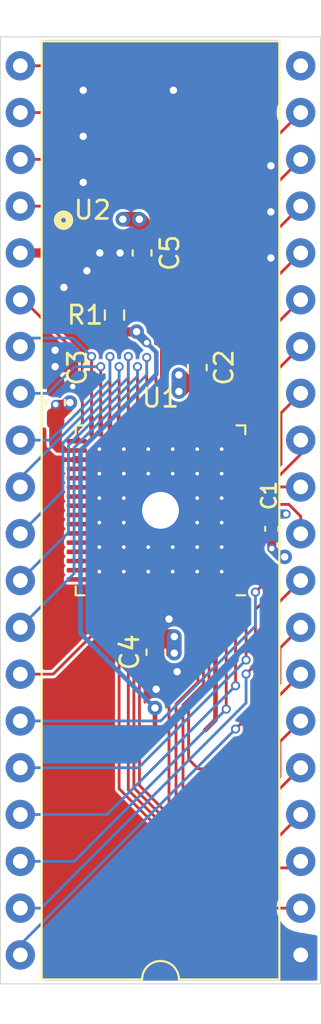
<source format=kicad_pcb>
(kicad_pcb (version 20171130) (host pcbnew "(5.1.12-1-10_14)")

  (general
    (thickness 1.6)
    (drawings 4)
    (tracks 377)
    (zones 0)
    (modules 9)
    (nets 62)
  )

  (page A4)
  (layers
    (0 F.Cu signal)
    (1 GND power)
    (2 VCC power)
    (31 B.Cu signal)
    (32 B.Adhes user)
    (33 F.Adhes user)
    (34 B.Paste user)
    (35 F.Paste user)
    (36 B.SilkS user)
    (37 F.SilkS user)
    (38 B.Mask user)
    (39 F.Mask user)
    (40 Dwgs.User user)
    (41 Cmts.User user)
    (42 Eco1.User user)
    (43 Eco2.User user)
    (44 Edge.Cuts user)
    (45 Margin user)
    (46 B.CrtYd user)
    (47 F.CrtYd user)
    (48 B.Fab user)
    (49 F.Fab user)
  )

  (setup
    (last_trace_width 0.1524)
    (user_trace_width 0.2)
    (user_trace_width 0.25)
    (user_trace_width 0.5)
    (user_trace_width 0.8)
    (user_trace_width 1)
    (user_trace_width 1.27)
    (trace_clearance 0.15)
    (zone_clearance 0.15)
    (zone_45_only no)
    (trace_min 0.1524)
    (via_size 0.8)
    (via_drill 0.4)
    (via_min_size 0.4)
    (via_min_drill 0.25)
    (user_via 0.4 0.25)
    (user_via 0.5 0.3)
    (uvia_size 0.3)
    (uvia_drill 0.1)
    (uvias_allowed no)
    (uvia_min_size 0.2)
    (uvia_min_drill 0.1)
    (edge_width 0.05)
    (segment_width 0.2)
    (pcb_text_width 0.3)
    (pcb_text_size 1.5 1.5)
    (mod_edge_width 0.12)
    (mod_text_size 1 1)
    (mod_text_width 0.15)
    (pad_size 0.25 1.1)
    (pad_drill 0)
    (pad_to_mask_clearance 0)
    (aux_axis_origin 0 0)
    (visible_elements FFFFFF7F)
    (pcbplotparams
      (layerselection 0x010fc_ffffffff)
      (usegerberextensions false)
      (usegerberattributes true)
      (usegerberadvancedattributes true)
      (creategerberjobfile true)
      (excludeedgelayer true)
      (linewidth 0.100000)
      (plotframeref false)
      (viasonmask false)
      (mode 1)
      (useauxorigin false)
      (hpglpennumber 1)
      (hpglpenspeed 20)
      (hpglpendiameter 15.000000)
      (psnegative false)
      (psa4output false)
      (plotreference true)
      (plotvalue true)
      (plotinvisibletext false)
      (padsonsilk false)
      (subtractmaskfromsilk false)
      (outputformat 1)
      (mirror false)
      (drillshape 1)
      (scaleselection 1)
      (outputdirectory ""))
  )

  (net 0 "")
  (net 1 VCC)
  (net 2 GND)
  (net 3 A0)
  (net 4 A1)
  (net 5 PB7)
  (net 6 A2)
  (net 7 PB6)
  (net 8 A3)
  (net 9 PB5)
  (net 10 RESET)
  (net 11 PB4)
  (net 12 D0)
  (net 13 PB3)
  (net 14 D1)
  (net 15 PB2)
  (net 16 D2)
  (net 17 PB1)
  (net 18 D3)
  (net 19 PB0)
  (net 20 D4)
  (net 21 PA7)
  (net 22 D5)
  (net 23 PA6)
  (net 24 D6)
  (net 25 PA5)
  (net 26 D7)
  (net 27 PA4)
  (net 28 E-CLK)
  (net 29 PA3)
  (net 30 PA2)
  (net 31 PA1)
  (net 32 PA0)
  (net 33 CNT)
  (net 34 SP)
  (net 35 TOD)
  (net 36 PC)
  (net 37 FLAG)
  (net 38 CS)
  (net 39 RW)
  (net 40 IRQ)
  (net 41 "Net-(U1-Pad43)")
  (net 42 "Net-(U1-Pad42)")
  (net 43 "Net-(U1-Pad41)")
  (net 44 "Net-(U1-Pad40)")
  (net 45 "Net-(U1-Pad39)")
  (net 46 "Net-(U1-Pad38)")
  (net 47 "Net-(U1-Pad37)")
  (net 48 "Net-(U1-Pad36)")
  (net 49 "Net-(U1-Pad25)")
  (net 50 EXTCLK)
  (net 51 UDPI)
  (net 52 "Net-(U1-Pad49)")
  (net 53 "Net-(U1-Pad48)")
  (net 54 "Net-(U1-Pad47)")
  (net 55 "Net-(U1-Pad46)")
  (net 56 XTAL32K2)
  (net 57 XTAL32K1)
  (net 58 "Net-(U1-Pad5)")
  (net 59 "Net-(U2-Pad1)")
  (net 60 E)
  (net 61 /ECLK)

  (net_class Default "This is the default net class."
    (clearance 0.15)
    (trace_width 0.1524)
    (via_dia 0.8)
    (via_drill 0.4)
    (uvia_dia 0.3)
    (uvia_drill 0.1)
    (add_net /ECLK)
    (add_net A0)
    (add_net A1)
    (add_net A2)
    (add_net A3)
    (add_net CNT)
    (add_net CS)
    (add_net D0)
    (add_net D1)
    (add_net D2)
    (add_net D3)
    (add_net D4)
    (add_net D5)
    (add_net D6)
    (add_net D7)
    (add_net E)
    (add_net E-CLK)
    (add_net EXTCLK)
    (add_net FLAG)
    (add_net GND)
    (add_net IRQ)
    (add_net "Net-(U1-Pad25)")
    (add_net "Net-(U1-Pad36)")
    (add_net "Net-(U1-Pad37)")
    (add_net "Net-(U1-Pad38)")
    (add_net "Net-(U1-Pad39)")
    (add_net "Net-(U1-Pad40)")
    (add_net "Net-(U1-Pad41)")
    (add_net "Net-(U1-Pad42)")
    (add_net "Net-(U1-Pad43)")
    (add_net "Net-(U1-Pad46)")
    (add_net "Net-(U1-Pad47)")
    (add_net "Net-(U1-Pad48)")
    (add_net "Net-(U1-Pad49)")
    (add_net "Net-(U1-Pad5)")
    (add_net "Net-(U2-Pad1)")
    (add_net PA0)
    (add_net PA1)
    (add_net PA2)
    (add_net PA3)
    (add_net PA4)
    (add_net PA5)
    (add_net PA6)
    (add_net PA7)
    (add_net PB0)
    (add_net PB1)
    (add_net PB2)
    (add_net PB3)
    (add_net PB4)
    (add_net PB5)
    (add_net PB6)
    (add_net PB7)
    (add_net PC)
    (add_net RESET)
    (add_net RW)
    (add_net SP)
    (add_net TOD)
    (add_net UDPI)
    (add_net VCC)
    (add_net XTAL32K1)
    (add_net XTAL32K2)
  )

  (module Resistor_SMD:R_0603_1608Metric_Pad0.98x0.95mm_HandSolder (layer F.Cu) (tedit 5F68FEEE) (tstamp 677AE78B)
    (at 129.5 72.4 90)
    (descr "Resistor SMD 0603 (1608 Metric), square (rectangular) end terminal, IPC_7351 nominal with elongated pad for handsoldering. (Body size source: IPC-SM-782 page 72, https://www.pcb-3d.com/wordpress/wp-content/uploads/ipc-sm-782a_amendment_1_and_2.pdf), generated with kicad-footprint-generator")
    (tags "resistor handsolder")
    (path /677C3D65)
    (attr smd)
    (fp_text reference R1 (at 0 -1.6 180) (layer F.SilkS)
      (effects (font (size 1 1) (thickness 0.15)))
    )
    (fp_text value 33 (at 0 1.43 90) (layer F.Fab) hide
      (effects (font (size 1 1) (thickness 0.15)))
    )
    (fp_text user %R (at 0 0 90) (layer F.Fab) hide
      (effects (font (size 0.4 0.4) (thickness 0.06)))
    )
    (fp_line (start -0.8 0.4125) (end -0.8 -0.4125) (layer F.Fab) (width 0.1))
    (fp_line (start -0.8 -0.4125) (end 0.8 -0.4125) (layer F.Fab) (width 0.1))
    (fp_line (start 0.8 -0.4125) (end 0.8 0.4125) (layer F.Fab) (width 0.1))
    (fp_line (start 0.8 0.4125) (end -0.8 0.4125) (layer F.Fab) (width 0.1))
    (fp_line (start -0.254724 -0.5225) (end 0.254724 -0.5225) (layer F.SilkS) (width 0.12))
    (fp_line (start -0.254724 0.5225) (end 0.254724 0.5225) (layer F.SilkS) (width 0.12))
    (fp_line (start -1.65 0.73) (end -1.65 -0.73) (layer F.CrtYd) (width 0.05))
    (fp_line (start -1.65 -0.73) (end 1.65 -0.73) (layer F.CrtYd) (width 0.05))
    (fp_line (start 1.65 -0.73) (end 1.65 0.73) (layer F.CrtYd) (width 0.05))
    (fp_line (start 1.65 0.73) (end -1.65 0.73) (layer F.CrtYd) (width 0.05))
    (pad 2 smd roundrect (at 0.9125 0 90) (size 0.975 0.95) (layers F.Cu F.Paste F.Mask) (roundrect_rratio 0.25)
      (net 61 /ECLK))
    (pad 1 smd roundrect (at -0.9125 0 90) (size 0.975 0.95) (layers F.Cu F.Paste F.Mask) (roundrect_rratio 0.25)
      (net 28 E-CLK))
    (model ${KISYS3DMOD}/Resistor_SMD.3dshapes/R_0603_1608Metric.wrl
      (at (xyz 0 0 0))
      (scale (xyz 1 1 1))
      (rotate (xyz 0 0 0))
    )
  )

  (module Capacitor_SMD:C_0603_1608Metric_Pad1.08x0.95mm_HandSolder (layer F.Cu) (tedit 5F68FEEF) (tstamp 677AA754)
    (at 131 69.03 90)
    (descr "Capacitor SMD 0603 (1608 Metric), square (rectangular) end terminal, IPC_7351 nominal with elongated pad for handsoldering. (Body size source: IPC-SM-782 page 76, https://www.pcb-3d.com/wordpress/wp-content/uploads/ipc-sm-782a_amendment_1_and_2.pdf), generated with kicad-footprint-generator")
    (tags "capacitor handsolder")
    (path /677B6FA1)
    (attr smd)
    (fp_text reference C5 (at 0 1.5 270) (layer F.SilkS)
      (effects (font (size 1 1) (thickness 0.15)))
    )
    (fp_text value 0.1uF (at 0 1.43 90) (layer F.Fab) hide
      (effects (font (size 1 1) (thickness 0.15)))
    )
    (fp_line (start 1.65 0.73) (end -1.65 0.73) (layer F.CrtYd) (width 0.05))
    (fp_line (start 1.65 -0.73) (end 1.65 0.73) (layer F.CrtYd) (width 0.05))
    (fp_line (start -1.65 -0.73) (end 1.65 -0.73) (layer F.CrtYd) (width 0.05))
    (fp_line (start -1.65 0.73) (end -1.65 -0.73) (layer F.CrtYd) (width 0.05))
    (fp_line (start -0.146267 0.51) (end 0.146267 0.51) (layer F.SilkS) (width 0.12))
    (fp_line (start -0.146267 -0.51) (end 0.146267 -0.51) (layer F.SilkS) (width 0.12))
    (fp_line (start 0.8 0.4) (end -0.8 0.4) (layer F.Fab) (width 0.1))
    (fp_line (start 0.8 -0.4) (end 0.8 0.4) (layer F.Fab) (width 0.1))
    (fp_line (start -0.8 -0.4) (end 0.8 -0.4) (layer F.Fab) (width 0.1))
    (fp_line (start -0.8 0.4) (end -0.8 -0.4) (layer F.Fab) (width 0.1))
    (fp_text user %R (at 0 0 90) (layer F.Fab) hide
      (effects (font (size 0.4 0.4) (thickness 0.06)))
    )
    (pad 2 smd roundrect (at 0.8625 0 90) (size 1.075 0.95) (layers F.Cu F.Paste F.Mask) (roundrect_rratio 0.25)
      (net 1 VCC))
    (pad 1 smd roundrect (at -0.8625 0 90) (size 1.075 0.95) (layers F.Cu F.Paste F.Mask) (roundrect_rratio 0.25)
      (net 2 GND))
    (model ${KISYS3DMOD}/Capacitor_SMD.3dshapes/C_0603_1608Metric.wrl
      (at (xyz 0 0 0))
      (scale (xyz 1 1 1))
      (rotate (xyz 0 0 0))
    )
  )

  (module ReCIA:SOT95P275X110-5N (layer F.Cu) (tedit 677A5D5E) (tstamp 677A5DF1)
    (at 128 69.03)
    (descr SOT753)
    (tags "Integrated Circuit")
    (path /677A8B23)
    (attr smd)
    (fp_text reference U2 (at 0.3 -2.33) (layer F.SilkS)
      (effects (font (size 1 1) (thickness 0.15)))
    )
    (fp_text value 74AHCT1G17 (at 0 0) (layer F.SilkS) hide
      (effects (font (size 1.27 1.27) (thickness 0.254)))
    )
    (fp_circle (center -1.27 -1.778) (end -1.143 -1.778) (layer F.SilkS) (width 0.4))
    (fp_line (start -0.75 -0.5) (end 0.2 -1.45) (layer F.Fab) (width 0.1))
    (fp_line (start -0.75 1.45) (end -0.75 -1.45) (layer F.Fab) (width 0.1))
    (fp_line (start 0.75 1.45) (end -0.75 1.45) (layer F.Fab) (width 0.1))
    (fp_line (start 0.75 -1.45) (end 0.75 1.45) (layer F.Fab) (width 0.1))
    (fp_line (start -0.75 -1.45) (end 0.75 -1.45) (layer F.Fab) (width 0.1))
    (fp_line (start -2.125 1.8) (end -2.125 -1.8) (layer F.CrtYd) (width 0.05))
    (fp_line (start 2.125 1.8) (end -2.125 1.8) (layer F.CrtYd) (width 0.05))
    (fp_line (start 2.125 -1.8) (end 2.125 1.8) (layer F.CrtYd) (width 0.05))
    (fp_line (start -2.125 -1.8) (end 2.125 -1.8) (layer F.CrtYd) (width 0.05))
    (fp_text user %R (at 0 0) (layer F.Fab) hide
      (effects (font (size 1.27 1.27) (thickness 0.254)))
    )
    (pad 5 smd rect (at 1.25 -0.95 90) (size 0.5 1.25) (layers F.Cu F.Paste F.Mask)
      (net 1 VCC))
    (pad 4 smd rect (at 1.25 0.95 90) (size 0.5 1.25) (layers F.Cu F.Paste F.Mask)
      (net 61 /ECLK))
    (pad 3 smd rect (at -1.25 0.95 90) (size 0.5 1.25) (layers F.Cu F.Paste F.Mask)
      (net 2 GND))
    (pad 2 smd rect (at -1.25 0 90) (size 0.5 1.25) (layers F.Cu F.Paste F.Mask)
      (net 60 E))
    (pad 1 smd rect (at -1.25 -0.95 90) (size 0.5 1.25) (layers F.Cu F.Paste F.Mask)
      (net 59 "Net-(U2-Pad1)"))
    (model ${KISYS3DMOD}/Package_SO.3dshapes/TSOP-5_1.65x3.05mm_P0.95mm.wrl
      (at (xyz 0 0 0))
      (scale (xyz 1 1 1))
      (rotate (xyz 0 0 0))
    )
  )

  (module Capacitor_SMD:C_0402_1005Metric (layer F.Cu) (tedit 5F68FEEE) (tstamp 66C7C3FF)
    (at 138.05 84 90)
    (descr "Capacitor SMD 0402 (1005 Metric), square (rectangular) end terminal, IPC_7351 nominal, (Body size source: IPC-SM-782 page 76, https://www.pcb-3d.com/wordpress/wp-content/uploads/ipc-sm-782a_amendment_1_and_2.pdf), generated with kicad-footprint-generator")
    (tags capacitor)
    (path /66CAF364)
    (attr smd)
    (fp_text reference C1 (at 1.8 -0.15 90) (layer F.SilkS)
      (effects (font (size 0.8 0.8) (thickness 0.15)))
    )
    (fp_text value "0.01uF (0402)" (at 0 1.16 90) (layer F.Fab) hide
      (effects (font (size 1 1) (thickness 0.15)))
    )
    (fp_line (start -0.5 0.25) (end -0.5 -0.25) (layer F.Fab) (width 0.1))
    (fp_line (start -0.5 -0.25) (end 0.5 -0.25) (layer F.Fab) (width 0.1))
    (fp_line (start 0.5 -0.25) (end 0.5 0.25) (layer F.Fab) (width 0.1))
    (fp_line (start 0.5 0.25) (end -0.5 0.25) (layer F.Fab) (width 0.1))
    (fp_line (start -0.107836 -0.36) (end 0.107836 -0.36) (layer F.SilkS) (width 0.12))
    (fp_line (start -0.107836 0.36) (end 0.107836 0.36) (layer F.SilkS) (width 0.12))
    (fp_line (start -0.91 0.46) (end -0.91 -0.46) (layer F.CrtYd) (width 0.05))
    (fp_line (start -0.91 -0.46) (end 0.91 -0.46) (layer F.CrtYd) (width 0.05))
    (fp_line (start 0.91 -0.46) (end 0.91 0.46) (layer F.CrtYd) (width 0.05))
    (fp_line (start 0.91 0.46) (end -0.91 0.46) (layer F.CrtYd) (width 0.05))
    (fp_text user %R (at 0 0 90) (layer F.Fab) hide
      (effects (font (size 0.25 0.25) (thickness 0.04)))
    )
    (pad 2 smd roundrect (at 0.48 0 90) (size 0.56 0.62) (layers F.Cu F.Paste F.Mask) (roundrect_rratio 0.25)
      (net 2 GND))
    (pad 1 smd roundrect (at -0.48 0 90) (size 0.56 0.62) (layers F.Cu F.Paste F.Mask) (roundrect_rratio 0.25)
      (net 1 VCC))
    (model ${KISYS3DMOD}/Capacitor_SMD.3dshapes/C_0402_1005Metric.wrl
      (at (xyz 0 0 0))
      (scale (xyz 1 1 1))
      (rotate (xyz 0 0 0))
    )
  )

  (module Capacitor_SMD:C_0603_1608Metric_Pad1.08x0.95mm_HandSolder (layer F.Cu) (tedit 5F68FEEF) (tstamp 66C74F3E)
    (at 131.75 90.7 90)
    (descr "Capacitor SMD 0603 (1608 Metric), square (rectangular) end terminal, IPC_7351 nominal with elongated pad for handsoldering. (Body size source: IPC-SM-782 page 76, https://www.pcb-3d.com/wordpress/wp-content/uploads/ipc-sm-782a_amendment_1_and_2.pdf), generated with kicad-footprint-generator")
    (tags "capacitor handsolder")
    (path /66CC0C62)
    (attr smd)
    (fp_text reference C4 (at 0 -1.43 90) (layer F.SilkS)
      (effects (font (size 1 1) (thickness 0.15)))
    )
    (fp_text value 0.1uF (at 0 1.43 90) (layer F.Fab) hide
      (effects (font (size 1 1) (thickness 0.15)))
    )
    (fp_line (start 1.65 0.73) (end -1.65 0.73) (layer F.CrtYd) (width 0.05))
    (fp_line (start 1.65 -0.73) (end 1.65 0.73) (layer F.CrtYd) (width 0.05))
    (fp_line (start -1.65 -0.73) (end 1.65 -0.73) (layer F.CrtYd) (width 0.05))
    (fp_line (start -1.65 0.73) (end -1.65 -0.73) (layer F.CrtYd) (width 0.05))
    (fp_line (start -0.146267 0.51) (end 0.146267 0.51) (layer F.SilkS) (width 0.12))
    (fp_line (start -0.146267 -0.51) (end 0.146267 -0.51) (layer F.SilkS) (width 0.12))
    (fp_line (start 0.8 0.4) (end -0.8 0.4) (layer F.Fab) (width 0.1))
    (fp_line (start 0.8 -0.4) (end 0.8 0.4) (layer F.Fab) (width 0.1))
    (fp_line (start -0.8 -0.4) (end 0.8 -0.4) (layer F.Fab) (width 0.1))
    (fp_line (start -0.8 0.4) (end -0.8 -0.4) (layer F.Fab) (width 0.1))
    (fp_text user %R (at 0 0 90) (layer F.Fab) hide
      (effects (font (size 0.4 0.4) (thickness 0.06)))
    )
    (pad 2 smd roundrect (at 0.8625 0 90) (size 1.075 0.95) (layers F.Cu F.Paste F.Mask) (roundrect_rratio 0.25)
      (net 1 VCC))
    (pad 1 smd roundrect (at -0.8625 0 90) (size 1.075 0.95) (layers F.Cu F.Paste F.Mask) (roundrect_rratio 0.25)
      (net 2 GND))
    (model ${KISYS3DMOD}/Capacitor_SMD.3dshapes/C_0603_1608Metric.wrl
      (at (xyz 0 0 0))
      (scale (xyz 1 1 1))
      (rotate (xyz 0 0 0))
    )
  )

  (module Capacitor_SMD:C_0603_1608Metric_Pad1.08x0.95mm_HandSolder (layer F.Cu) (tedit 5F68FEEF) (tstamp 66C74F2D)
    (at 126.3 77.15 90)
    (descr "Capacitor SMD 0603 (1608 Metric), square (rectangular) end terminal, IPC_7351 nominal with elongated pad for handsoldering. (Body size source: IPC-SM-782 page 76, https://www.pcb-3d.com/wordpress/wp-content/uploads/ipc-sm-782a_amendment_1_and_2.pdf), generated with kicad-footprint-generator")
    (tags "capacitor handsolder")
    (path /66CC3875)
    (attr smd)
    (fp_text reference C3 (at 1.9 1.175 90) (layer F.SilkS)
      (effects (font (size 1 1) (thickness 0.15)))
    )
    (fp_text value "0.1uF (0603)" (at 0 1.43 90) (layer F.Fab) hide
      (effects (font (size 1 1) (thickness 0.15)))
    )
    (fp_line (start 1.65 0.73) (end -1.65 0.73) (layer F.CrtYd) (width 0.05))
    (fp_line (start 1.65 -0.73) (end 1.65 0.73) (layer F.CrtYd) (width 0.05))
    (fp_line (start -1.65 -0.73) (end 1.65 -0.73) (layer F.CrtYd) (width 0.05))
    (fp_line (start -1.65 0.73) (end -1.65 -0.73) (layer F.CrtYd) (width 0.05))
    (fp_line (start -0.146267 0.51) (end 0.146267 0.51) (layer F.SilkS) (width 0.12))
    (fp_line (start -0.146267 -0.51) (end 0.146267 -0.51) (layer F.SilkS) (width 0.12))
    (fp_line (start 0.8 0.4) (end -0.8 0.4) (layer F.Fab) (width 0.1))
    (fp_line (start 0.8 -0.4) (end 0.8 0.4) (layer F.Fab) (width 0.1))
    (fp_line (start -0.8 -0.4) (end 0.8 -0.4) (layer F.Fab) (width 0.1))
    (fp_line (start -0.8 0.4) (end -0.8 -0.4) (layer F.Fab) (width 0.1))
    (fp_text user %R (at 0 0 90) (layer F.Fab) hide
      (effects (font (size 0.4 0.4) (thickness 0.06)))
    )
    (pad 2 smd roundrect (at 0.8625 0 90) (size 1.075 0.95) (layers F.Cu F.Paste F.Mask) (roundrect_rratio 0.25)
      (net 2 GND))
    (pad 1 smd roundrect (at -0.8625 0 90) (size 1.075 0.95) (layers F.Cu F.Paste F.Mask) (roundrect_rratio 0.25)
      (net 1 VCC))
    (model ${KISYS3DMOD}/Capacitor_SMD.3dshapes/C_0603_1608Metric.wrl
      (at (xyz 0 0 0))
      (scale (xyz 1 1 1))
      (rotate (xyz 0 0 0))
    )
  )

  (module Package_DFN_QFN:QFN-64-1EP_9x9mm_P0.5mm_EP7.15x7.15mm_ThermalVias (layer F.Cu) (tedit 66C5B427) (tstamp 66C3CB09)
    (at 132 83 180)
    (descr "QFN, 64 Pin (https://www.analog.com/media/en/technical-documentation/data-sheets/229321fa.pdf#page=27), generated with kicad-footprint-generator ipc_noLead_generator.py")
    (tags "QFN NoLead")
    (path /66C5AD37)
    (attr smd)
    (fp_text reference U1 (at 0 6.1) (layer F.SilkS)
      (effects (font (size 1 1) (thickness 0.15)))
    )
    (fp_text value AVR128DA64-I_MR (at 0 5.82) (layer F.Fab) hide
      (effects (font (size 1 1) (thickness 0.15)))
    )
    (fp_line (start 5.12 -5.12) (end -5.12 -5.12) (layer F.CrtYd) (width 0.05))
    (fp_line (start 5.12 5.12) (end 5.12 -5.12) (layer F.CrtYd) (width 0.05))
    (fp_line (start -5.12 5.12) (end 5.12 5.12) (layer F.CrtYd) (width 0.05))
    (fp_line (start -5.12 -5.12) (end -5.12 5.12) (layer F.CrtYd) (width 0.05))
    (fp_line (start -4.5 -3.5) (end -3.5 -4.5) (layer F.Fab) (width 0.1))
    (fp_line (start -4.5 4.5) (end -4.5 -3.5) (layer F.Fab) (width 0.1))
    (fp_line (start 4.5 4.5) (end -4.5 4.5) (layer F.Fab) (width 0.1))
    (fp_line (start 4.5 -4.5) (end 4.5 4.5) (layer F.Fab) (width 0.1))
    (fp_line (start -3.5 -4.5) (end 4.5 -4.5) (layer F.Fab) (width 0.1))
    (fp_line (start -4.135 -4.61) (end -4.61 -4.61) (layer F.SilkS) (width 0.12))
    (fp_line (start 4.61 4.61) (end 4.61 4.135) (layer F.SilkS) (width 0.12))
    (fp_line (start 4.135 4.61) (end 4.61 4.61) (layer F.SilkS) (width 0.12))
    (fp_line (start -4.61 4.61) (end -4.61 4.135) (layer F.SilkS) (width 0.12))
    (fp_line (start -4.135 4.61) (end -4.61 4.61) (layer F.SilkS) (width 0.12))
    (fp_line (start 4.61 -4.61) (end 4.61 -4.135) (layer F.SilkS) (width 0.12))
    (fp_line (start 4.135 -4.61) (end 4.61 -4.61) (layer F.SilkS) (width 0.12))
    (fp_text user %R (at 0 0) (layer F.Fab) hide
      (effects (font (size 1 1) (thickness 0.15)))
    )
    (pad "" smd roundrect (at 2.66 2.66 180) (size 1.152903 1.152903) (layers F.Paste) (roundrect_rratio 0.216844))
    (pad "" smd roundrect (at 2.66 1.33 180) (size 1.152903 1.152903) (layers F.Paste) (roundrect_rratio 0.216844))
    (pad "" smd roundrect (at 2.66 0 180) (size 1.152903 1.152903) (layers F.Paste) (roundrect_rratio 0.216844))
    (pad "" smd roundrect (at 2.66 -1.33 180) (size 1.152903 1.152903) (layers F.Paste) (roundrect_rratio 0.216844))
    (pad "" smd roundrect (at 2.66 -2.66 180) (size 1.152903 1.152903) (layers F.Paste) (roundrect_rratio 0.216844))
    (pad "" smd roundrect (at 1.33 2.66 180) (size 1.152903 1.152903) (layers F.Paste) (roundrect_rratio 0.216844))
    (pad "" smd roundrect (at 1.33 1.33 180) (size 1.152903 1.152903) (layers F.Paste) (roundrect_rratio 0.217))
    (pad "" smd roundrect (at 1.63 0 180) (size 0.55 1.152903) (layers F.Paste) (roundrect_rratio 0.217))
    (pad "" smd roundrect (at 1.33 -1.33 180) (size 1.152903 1.152903) (layers F.Paste) (roundrect_rratio 0.217))
    (pad "" smd roundrect (at 1.33 -2.66 180) (size 1.152903 1.152903) (layers F.Paste) (roundrect_rratio 0.216844))
    (pad "" smd roundrect (at 0 2.66 180) (size 1.152903 1.152903) (layers F.Paste) (roundrect_rratio 0.216844))
    (pad "" smd roundrect (at 0 1.63 180) (size 1.152903 0.55) (layers F.Paste) (roundrect_rratio 0.217))
    (pad "" smd roundrect (at 0 -1.63 180) (size 1.152903 0.55) (layers F.Paste) (roundrect_rratio 0.217))
    (pad "" smd roundrect (at 0 -2.66 180) (size 1.152903 1.152903) (layers F.Paste) (roundrect_rratio 0.216844))
    (pad "" smd roundrect (at -1.33 2.66 180) (size 1.152903 1.152903) (layers F.Paste) (roundrect_rratio 0.216844))
    (pad "" smd roundrect (at -1.33 1.33 180) (size 1.152903 1.152903) (layers F.Paste) (roundrect_rratio 0.217))
    (pad "" smd roundrect (at -1.63 0 180) (size 0.55 1.152903) (layers F.Paste) (roundrect_rratio 0.217))
    (pad "" smd roundrect (at -1.33 -1.33 180) (size 1.152903 1.152903) (layers F.Paste) (roundrect_rratio 0.217))
    (pad "" smd roundrect (at -1.33 -2.66 180) (size 1.152903 1.152903) (layers F.Paste) (roundrect_rratio 0.216844))
    (pad "" smd roundrect (at -2.66 2.66 180) (size 1.152903 1.152903) (layers F.Paste) (roundrect_rratio 0.216844))
    (pad "" smd roundrect (at -2.66 1.33 180) (size 1.152903 1.152903) (layers F.Paste) (roundrect_rratio 0.216844))
    (pad "" smd roundrect (at -2.66 0 180) (size 1.152903 1.152903) (layers F.Paste) (roundrect_rratio 0.216844))
    (pad "" smd roundrect (at -2.66 -1.33 180) (size 1.152903 1.152903) (layers F.Paste) (roundrect_rratio 0.216844))
    (pad "" smd roundrect (at -2.66 -2.66 180) (size 1.152903 1.152903) (layers F.Paste) (roundrect_rratio 0.216844))
    (pad 65 smd rect (at 0 0 180) (size 7.15 7.15) (layers B.Cu)
      (net 2 GND) (zone_connect 2))
    (pad 65 thru_hole circle (at 3.325 3.325 180) (size 0.5 0.5) (drill 0.2) (layers *.Cu)
      (net 2 GND))
    (pad 65 thru_hole circle (at 1.995 3.325 180) (size 0.5 0.5) (drill 0.2) (layers *.Cu)
      (net 2 GND))
    (pad 65 thru_hole circle (at 0.665 3.325 180) (size 0.5 0.5) (drill 0.2) (layers *.Cu)
      (net 2 GND))
    (pad 65 thru_hole circle (at -0.665 3.325 180) (size 0.5 0.5) (drill 0.2) (layers *.Cu)
      (net 2 GND))
    (pad 65 thru_hole circle (at -1.995 3.325 180) (size 0.5 0.5) (drill 0.2) (layers *.Cu)
      (net 2 GND))
    (pad 65 thru_hole circle (at -3.325 3.325 180) (size 0.5 0.5) (drill 0.2) (layers *.Cu)
      (net 2 GND))
    (pad 65 thru_hole circle (at 3.325 1.995 180) (size 0.5 0.5) (drill 0.2) (layers *.Cu)
      (net 2 GND))
    (pad 65 thru_hole circle (at 1.995 1.995 180) (size 0.5 0.5) (drill 0.2) (layers *.Cu)
      (net 2 GND))
    (pad 65 thru_hole circle (at 0.665 1.995 180) (size 0.5 0.5) (drill 0.2) (layers *.Cu)
      (net 2 GND))
    (pad 65 thru_hole circle (at -0.665 1.995 180) (size 0.5 0.5) (drill 0.2) (layers *.Cu)
      (net 2 GND))
    (pad 65 thru_hole circle (at -1.995 1.995 180) (size 0.5 0.5) (drill 0.2) (layers *.Cu)
      (net 2 GND))
    (pad 65 thru_hole circle (at -3.325 1.995 180) (size 0.5 0.5) (drill 0.2) (layers *.Cu)
      (net 2 GND))
    (pad 65 thru_hole circle (at 3.325 0.665 180) (size 0.5 0.5) (drill 0.2) (layers *.Cu)
      (net 2 GND))
    (pad 65 thru_hole circle (at 1.995 0.665 180) (size 0.5 0.5) (drill 0.2) (layers *.Cu)
      (net 2 GND))
    (pad 65 thru_hole circle (at -1.995 0.665 180) (size 0.5 0.5) (drill 0.2) (layers *.Cu)
      (net 2 GND))
    (pad 65 thru_hole circle (at -3.325 0.665 180) (size 0.5 0.5) (drill 0.2) (layers *.Cu)
      (net 2 GND))
    (pad 65 thru_hole circle (at 3.325 -0.665 180) (size 0.5 0.5) (drill 0.2) (layers *.Cu)
      (net 2 GND))
    (pad 65 thru_hole circle (at 1.995 -0.665 180) (size 0.5 0.5) (drill 0.2) (layers *.Cu)
      (net 2 GND))
    (pad 65 thru_hole circle (at 0 0 180) (size 3 3) (drill 2) (layers *.Cu *.Mask)
      (net 2 GND))
    (pad 65 thru_hole circle (at -1.995 -0.665 180) (size 0.5 0.5) (drill 0.2) (layers *.Cu)
      (net 2 GND))
    (pad 65 thru_hole circle (at -3.325 -0.665 180) (size 0.5 0.5) (drill 0.2) (layers *.Cu)
      (net 2 GND))
    (pad 65 thru_hole circle (at 3.325 -1.995 180) (size 0.5 0.5) (drill 0.2) (layers *.Cu)
      (net 2 GND))
    (pad 65 thru_hole circle (at 1.995 -1.995 180) (size 0.5 0.5) (drill 0.2) (layers *.Cu)
      (net 2 GND))
    (pad 65 thru_hole circle (at 0.665 -1.995 180) (size 0.5 0.5) (drill 0.2) (layers *.Cu)
      (net 2 GND))
    (pad 65 thru_hole circle (at -0.665 -1.995 180) (size 0.5 0.5) (drill 0.2) (layers *.Cu)
      (net 2 GND))
    (pad 65 thru_hole circle (at -1.995 -1.995 180) (size 0.5 0.5) (drill 0.2) (layers *.Cu)
      (net 2 GND))
    (pad 65 thru_hole circle (at -3.325 -1.995 180) (size 0.5 0.5) (drill 0.2) (layers *.Cu)
      (net 2 GND))
    (pad 65 thru_hole circle (at 3.325 -3.325 180) (size 0.5 0.5) (drill 0.2) (layers *.Cu)
      (net 2 GND))
    (pad 65 thru_hole circle (at 1.995 -3.325 180) (size 0.5 0.5) (drill 0.2) (layers *.Cu)
      (net 2 GND))
    (pad 65 thru_hole circle (at 0.665 -3.325 180) (size 0.5 0.5) (drill 0.2) (layers *.Cu)
      (net 2 GND))
    (pad 65 thru_hole circle (at -0.665 -3.325 180) (size 0.5 0.5) (drill 0.2) (layers *.Cu)
      (net 2 GND))
    (pad 65 thru_hole circle (at -1.995 -3.325 180) (size 0.5 0.5) (drill 0.2) (layers *.Cu)
      (net 2 GND))
    (pad 65 thru_hole circle (at -3.325 -3.325 180) (size 0.5 0.5) (drill 0.2) (layers *.Cu)
      (net 2 GND))
    (pad 65 smd rect (at 0 0 180) (size 7.15 7.15) (layers F.Cu F.Mask)
      (net 2 GND))
    (pad 64 smd roundrect (at -3.75 -4.55 180) (size 0.25 1.1) (layers F.Cu F.Paste F.Mask) (roundrect_rratio 0.25)
      (net 4 A1))
    (pad 63 smd roundrect (at -3.25 -4.55 180) (size 0.25 1.1) (layers F.Cu F.Paste F.Mask) (roundrect_rratio 0.25)
      (net 3 A0))
    (pad 62 smd roundrect (at -2.75 -4.55 180) (size 0.25 1.1) (layers F.Cu F.Paste F.Mask) (roundrect_rratio 0.25)
      (net 50 EXTCLK))
    (pad 61 smd roundrect (at -2.25 -4.55 180) (size 0.25 1.1) (layers F.Cu F.Paste F.Mask) (roundrect_rratio 0.25)
      (net 21 PA7))
    (pad 60 smd roundrect (at -1.75 -4.55 180) (size 0.25 1.1) (layers F.Cu F.Paste F.Mask) (roundrect_rratio 0.25)
      (net 23 PA6))
    (pad 59 smd roundrect (at -1.25 -4.55 180) (size 0.25 1.1) (layers F.Cu F.Paste F.Mask) (roundrect_rratio 0.25)
      (net 25 PA5))
    (pad 58 smd roundrect (at -0.75 -4.55 180) (size 0.25 1.1) (layers F.Cu F.Paste F.Mask) (roundrect_rratio 0.25)
      (net 27 PA4))
    (pad 57 smd roundrect (at -0.25 -4.55 180) (size 0.25 1.1) (layers F.Cu F.Paste F.Mask) (roundrect_rratio 0.25)
      (net 2 GND) (zone_connect 0))
    (pad 56 smd roundrect (at 0.25 -4.55 180) (size 0.25 1.1) (layers F.Cu F.Paste F.Mask) (roundrect_rratio 0.25)
      (net 1 VCC))
    (pad 55 smd roundrect (at 0.75 -4.55 180) (size 0.25 1.1) (layers F.Cu F.Paste F.Mask) (roundrect_rratio 0.25)
      (net 29 PA3))
    (pad 54 smd roundrect (at 1.25 -4.55 180) (size 0.25 1.1) (layers F.Cu F.Paste F.Mask) (roundrect_rratio 0.25)
      (net 30 PA2))
    (pad 53 smd roundrect (at 1.75 -4.55 180) (size 0.25 1.1) (layers F.Cu F.Paste F.Mask) (roundrect_rratio 0.25)
      (net 31 PA1))
    (pad 52 smd roundrect (at 2.25 -4.55 180) (size 0.25 1.1) (layers F.Cu F.Paste F.Mask) (roundrect_rratio 0.25)
      (net 32 PA0))
    (pad 51 smd roundrect (at 2.75 -4.55 180) (size 0.25 1.1) (layers F.Cu F.Paste F.Mask) (roundrect_rratio 0.25)
      (net 51 UDPI))
    (pad 50 smd roundrect (at 3.25 -4.55 180) (size 0.25 1.1) (layers F.Cu F.Paste F.Mask) (roundrect_rratio 0.25)
      (net 10 RESET))
    (pad 49 smd roundrect (at 3.75 -4.55 180) (size 0.25 1.1) (layers F.Cu F.Paste F.Mask) (roundrect_rratio 0.25)
      (net 52 "Net-(U1-Pad49)"))
    (pad 48 smd roundrect (at 4.55 -3.75 180) (size 1.1 0.25) (layers F.Cu F.Paste F.Mask) (roundrect_rratio 0.25)
      (net 53 "Net-(U1-Pad48)"))
    (pad 47 smd roundrect (at 4.55 -3.25 180) (size 1.1 0.25) (layers F.Cu F.Paste F.Mask) (roundrect_rratio 0.25)
      (net 54 "Net-(U1-Pad47)"))
    (pad 46 smd roundrect (at 4.55 -2.75 180) (size 1.1 0.25) (layers F.Cu F.Paste F.Mask) (roundrect_rratio 0.25)
      (net 55 "Net-(U1-Pad46)"))
    (pad 45 smd roundrect (at 4.55 -2.25 180) (size 1.1 0.25) (layers F.Cu F.Paste F.Mask) (roundrect_rratio 0.25)
      (net 56 XTAL32K2))
    (pad 44 smd roundrect (at 4.55 -1.75 180) (size 1.1 0.25) (layers F.Cu F.Paste F.Mask) (roundrect_rratio 0.25)
      (net 57 XTAL32K1))
    (pad 43 smd roundrect (at 4.55 -1.25 180) (size 1.1 0.25) (layers F.Cu F.Paste F.Mask) (roundrect_rratio 0.25)
      (net 41 "Net-(U1-Pad43)"))
    (pad 42 smd roundrect (at 4.55 -0.75 180) (size 1.1 0.25) (layers F.Cu F.Paste F.Mask) (roundrect_rratio 0.25)
      (net 42 "Net-(U1-Pad42)"))
    (pad 41 smd roundrect (at 4.55 -0.25 180) (size 1.1 0.25) (layers F.Cu F.Paste F.Mask) (roundrect_rratio 0.25)
      (net 43 "Net-(U1-Pad41)"))
    (pad 40 smd roundrect (at 4.55 0.25 180) (size 1.1 0.25) (layers F.Cu F.Paste F.Mask) (roundrect_rratio 0.25)
      (net 44 "Net-(U1-Pad40)"))
    (pad 39 smd roundrect (at 4.55 0.75 180) (size 1.1 0.25) (layers F.Cu F.Paste F.Mask) (roundrect_rratio 0.25)
      (net 45 "Net-(U1-Pad39)"))
    (pad 38 smd roundrect (at 4.55 1.25 180) (size 1.1 0.25) (layers F.Cu F.Paste F.Mask) (roundrect_rratio 0.25)
      (net 46 "Net-(U1-Pad38)"))
    (pad 37 smd roundrect (at 4.55 1.75 180) (size 1.1 0.25) (layers F.Cu F.Paste F.Mask) (roundrect_rratio 0.25)
      (net 47 "Net-(U1-Pad37)"))
    (pad 36 smd roundrect (at 4.55 2.25 180) (size 1.1 0.25) (layers F.Cu F.Paste F.Mask) (roundrect_rratio 0.25)
      (net 48 "Net-(U1-Pad36)"))
    (pad 35 smd roundrect (at 4.55 2.75 180) (size 1.1 0.25) (layers F.Cu F.Paste F.Mask) (roundrect_rratio 0.25)
      (net 2 GND))
    (pad 34 smd roundrect (at 4.55 3.25 180) (size 1.1 0.25) (layers F.Cu F.Paste F.Mask) (roundrect_rratio 0.25)
      (net 1 VCC))
    (pad 33 smd roundrect (at 4.55 3.75 180) (size 1.1 0.25) (layers F.Cu F.Paste F.Mask) (roundrect_rratio 0.25)
      (net 26 D7))
    (pad 32 smd roundrect (at 3.75 4.55 180) (size 0.25 1.1) (layers F.Cu F.Paste F.Mask) (roundrect_rratio 0.25)
      (net 24 D6))
    (pad 31 smd roundrect (at 3.25 4.55 180) (size 0.25 1.1) (layers F.Cu F.Paste F.Mask) (roundrect_rratio 0.25)
      (net 22 D5))
    (pad 30 smd roundrect (at 2.75 4.55 180) (size 0.25 1.1) (layers F.Cu F.Paste F.Mask) (roundrect_rratio 0.25)
      (net 20 D4))
    (pad 29 smd roundrect (at 2.25 4.55 180) (size 0.25 1.1) (layers F.Cu F.Paste F.Mask) (roundrect_rratio 0.25)
      (net 18 D3))
    (pad 28 smd roundrect (at 1.75 4.55 180) (size 0.25 1.1) (layers F.Cu F.Paste F.Mask) (roundrect_rratio 0.25)
      (net 16 D2))
    (pad 27 smd roundrect (at 1.25 4.55 180) (size 0.25 1.1) (layers F.Cu F.Paste F.Mask) (roundrect_rratio 0.25)
      (net 14 D1))
    (pad 26 smd roundrect (at 0.75 4.55 180) (size 0.25 1.1) (layers F.Cu F.Paste F.Mask) (roundrect_rratio 0.25)
      (net 12 D0))
    (pad 25 smd roundrect (at 0.25 4.55 180) (size 0.25 1.1) (layers F.Cu F.Paste F.Mask) (roundrect_rratio 0.25)
      (net 49 "Net-(U1-Pad25)"))
    (pad 24 smd roundrect (at -0.25 4.55 180) (size 0.25 1.1) (layers F.Cu F.Paste F.Mask) (roundrect_rratio 0.25)
      (net 28 E-CLK))
    (pad 23 smd roundrect (at -0.75 4.55 180) (size 0.25 1.1) (layers F.Cu F.Paste F.Mask) (roundrect_rratio 0.25)
      (net 37 FLAG))
    (pad 22 smd roundrect (at -1.25 4.55 180) (size 0.25 1.1) (layers F.Cu F.Paste F.Mask) (roundrect_rratio 0.25)
      (net 38 CS))
    (pad 21 smd roundrect (at -1.75 4.55 180) (size 0.25 1.1) (layers F.Cu F.Paste F.Mask) (roundrect_rratio 0.25)
      (net 2 GND))
    (pad 20 smd roundrect (at -2.25 4.55 180) (size 0.25 1.1) (layers F.Cu F.Paste F.Mask) (roundrect_rratio 0.25)
      (net 1 VCC))
    (pad 19 smd roundrect (at -2.75 4.55 180) (size 0.25 1.1) (layers F.Cu F.Paste F.Mask) (roundrect_rratio 0.25)
      (net 39 RW))
    (pad 18 smd roundrect (at -3.25 4.55 180) (size 0.25 1.1) (layers F.Cu F.Paste F.Mask) (roundrect_rratio 0.25)
      (net 40 IRQ))
    (pad 17 smd roundrect (at -3.75 4.55 180) (size 0.25 1.1) (layers F.Cu F.Paste F.Mask) (roundrect_rratio 0.25)
      (net 35 TOD))
    (pad 16 smd roundrect (at -4.55 3.75 180) (size 1.1 0.25) (layers F.Cu F.Paste F.Mask) (roundrect_rratio 0.25)
      (net 36 PC))
    (pad 15 smd roundrect (at -4.55 3.25 180) (size 1.1 0.25) (layers F.Cu F.Paste F.Mask) (roundrect_rratio 0.25)
      (net 5 PB7))
    (pad 14 smd roundrect (at -4.55 2.75 180) (size 1.1 0.25) (layers F.Cu F.Paste F.Mask) (roundrect_rratio 0.25)
      (net 7 PB6))
    (pad 13 smd roundrect (at -4.55 2.25 180) (size 1.1 0.25) (layers F.Cu F.Paste F.Mask) (roundrect_rratio 0.25)
      (net 9 PB5))
    (pad 12 smd roundrect (at -4.55 1.75 180) (size 1.1 0.25) (layers F.Cu F.Paste F.Mask) (roundrect_rratio 0.25)
      (net 11 PB4))
    (pad 11 smd roundrect (at -4.55 1.25 180) (size 1.1 0.25) (layers F.Cu F.Paste F.Mask) (roundrect_rratio 0.25)
      (net 13 PB3))
    (pad 10 smd roundrect (at -4.55 0.75 180) (size 1.1 0.25) (layers F.Cu F.Paste F.Mask) (roundrect_rratio 0.25)
      (net 15 PB2))
    (pad 9 smd roundrect (at -4.55 0.25 180) (size 1.1 0.25) (layers F.Cu F.Paste F.Mask) (roundrect_rratio 0.25)
      (net 17 PB1))
    (pad 8 smd roundrect (at -4.55 -0.25 180) (size 1.1 0.25) (layers F.Cu F.Paste F.Mask) (roundrect_rratio 0.25)
      (net 19 PB0))
    (pad 7 smd roundrect (at -4.55 -0.75 180) (size 1.1 0.25) (layers F.Cu F.Paste F.Mask) (roundrect_rratio 0.25)
      (net 2 GND) (zone_connect 0))
    (pad 6 smd roundrect (at -4.55 -1.25 180) (size 1.1 0.25) (layers F.Cu F.Paste F.Mask) (roundrect_rratio 0.25)
      (net 1 VCC))
    (pad 5 smd roundrect (at -4.55 -1.75 180) (size 1.1 0.25) (layers F.Cu F.Paste F.Mask) (roundrect_rratio 0.25)
      (net 58 "Net-(U1-Pad5)"))
    (pad 4 smd roundrect (at -4.55 -2.25 180) (size 1.1 0.25) (layers F.Cu F.Paste F.Mask) (roundrect_rratio 0.25)
      (net 33 CNT))
    (pad 3 smd roundrect (at -4.55 -2.75 180) (size 1.1 0.25) (layers F.Cu F.Paste F.Mask) (roundrect_rratio 0.25)
      (net 34 SP))
    (pad 2 smd roundrect (at -4.55 -3.25 180) (size 1.1 0.25) (layers F.Cu F.Paste F.Mask) (roundrect_rratio 0.25)
      (net 8 A3))
    (pad 1 smd roundrect (at -4.55 -3.75 180) (size 1.1 0.25) (layers F.Cu F.Paste F.Mask) (roundrect_rratio 0.25)
      (net 6 A2))
    (model ${KIPRJMOD}/packages3d/AVR128DA64-I_MR.stp
      (at (xyz 0 0 0))
      (scale (xyz 1 1 1))
      (rotate (xyz 0 0 0))
    )
  )

  (module Capacitor_SMD:C_0603_1608Metric_Pad1.08x0.95mm_HandSolder (layer F.Cu) (tedit 5F68FEEF) (tstamp 66CB35D8)
    (at 134 75.25 90)
    (descr "Capacitor SMD 0603 (1608 Metric), square (rectangular) end terminal, IPC_7351 nominal with elongated pad for handsoldering. (Body size source: IPC-SM-782 page 76, https://www.pcb-3d.com/wordpress/wp-content/uploads/ipc-sm-782a_amendment_1_and_2.pdf), generated with kicad-footprint-generator")
    (tags "capacitor handsolder")
    (path /66CBB25E)
    (attr smd)
    (fp_text reference C2 (at 0 1.45 90) (layer F.SilkS)
      (effects (font (size 1 1) (thickness 0.15)))
    )
    (fp_text value "0.1uF (0603)" (at 0 1.43 90) (layer F.Fab) hide
      (effects (font (size 1 1) (thickness 0.15)))
    )
    (fp_line (start -0.8 0.4) (end -0.8 -0.4) (layer F.Fab) (width 0.1))
    (fp_line (start -0.8 -0.4) (end 0.8 -0.4) (layer F.Fab) (width 0.1))
    (fp_line (start 0.8 -0.4) (end 0.8 0.4) (layer F.Fab) (width 0.1))
    (fp_line (start 0.8 0.4) (end -0.8 0.4) (layer F.Fab) (width 0.1))
    (fp_line (start -0.146267 -0.51) (end 0.146267 -0.51) (layer F.SilkS) (width 0.12))
    (fp_line (start -0.146267 0.51) (end 0.146267 0.51) (layer F.SilkS) (width 0.12))
    (fp_line (start -1.65 0.73) (end -1.65 -0.73) (layer F.CrtYd) (width 0.05))
    (fp_line (start -1.65 -0.73) (end 1.65 -0.73) (layer F.CrtYd) (width 0.05))
    (fp_line (start 1.65 -0.73) (end 1.65 0.73) (layer F.CrtYd) (width 0.05))
    (fp_line (start 1.65 0.73) (end -1.65 0.73) (layer F.CrtYd) (width 0.05))
    (fp_text user %R (at 0 0 90) (layer F.Fab) hide
      (effects (font (size 0.4 0.4) (thickness 0.06)))
    )
    (pad 2 smd roundrect (at 0.8625 0 90) (size 1.075 0.95) (layers F.Cu F.Paste F.Mask) (roundrect_rratio 0.25)
      (net 2 GND))
    (pad 1 smd roundrect (at -0.8625 0 90) (size 1.075 0.95) (layers F.Cu F.Paste F.Mask) (roundrect_rratio 0.25)
      (net 1 VCC))
    (model ${KISYS3DMOD}/Capacitor_SMD.3dshapes/C_0603_1608Metric.wrl
      (at (xyz 0 0 0))
      (scale (xyz 1 1 1))
      (rotate (xyz 0 0 0))
    )
  )

  (module Package_DIP:DIP-40_W15.24mm (layer F.Cu) (tedit 66C39B8D) (tstamp 66BE9854)
    (at 132 83 180)
    (descr "40-lead though-hole mounted DIP package, row spacing 15.24 mm (600 mils)")
    (tags "THT DIP DIL PDIP 2.54mm 15.24mm 600mil")
    (path /66C0FD06)
    (fp_text reference U5 (at 0 0 180) (layer F.SilkS) hide
      (effects (font (size 1 1) (thickness 0.15)))
    )
    (fp_text value 8520_DIP (at 7.62 50.59 180) (layer F.Fab) hide
      (effects (font (size 1 1) (thickness 0.15)))
    )
    (fp_line (start -6.365 -25.4) (end 7.365 -25.4) (layer F.Fab) (width 0.1))
    (fp_line (start 7.365 -25.4) (end 7.365 25.4) (layer F.Fab) (width 0.1))
    (fp_line (start 7.365 25.4) (end -7.365 25.4) (layer F.Fab) (width 0.1))
    (fp_line (start -7.365 25.4) (end -7.365 -24.4) (layer F.Fab) (width 0.1))
    (fp_line (start -7.365 -24.4) (end -6.365 -25.4) (layer F.Fab) (width 0.1))
    (fp_line (start -1 -25.46) (end -6.46 -25.46) (layer F.SilkS) (width 0.12))
    (fp_line (start -6.46 -25.46) (end -6.46 25.46) (layer F.SilkS) (width 0.12))
    (fp_line (start -6.46 25.46) (end 6.46 25.46) (layer F.SilkS) (width 0.12))
    (fp_line (start 6.46 25.46) (end 6.46 -25.46) (layer F.SilkS) (width 0.12))
    (fp_line (start 6.46 -25.46) (end 1 -25.46) (layer F.SilkS) (width 0.12))
    (fp_line (start -8.67 -25.68) (end -8.67 25.67) (layer F.CrtYd) (width 0.05))
    (fp_line (start -8.67 25.67) (end 8.68 25.67) (layer F.CrtYd) (width 0.05))
    (fp_line (start 8.68 25.67) (end 8.68 -25.68) (layer F.CrtYd) (width 0.05))
    (fp_line (start 8.68 -25.68) (end -8.67 -25.68) (layer F.CrtYd) (width 0.05))
    (fp_text user %R (at 0 0 180) (layer F.Fab) hide
      (effects (font (size 1 1) (thickness 0.15)))
    )
    (fp_arc (start 0 -25.46) (end -1 -25.46) (angle -180) (layer F.SilkS) (width 0.12))
    (pad 40 thru_hole oval (at 7.62 -24.13 180) (size 1.6 1.6) (drill 0.8) (layers *.Cu *.Mask)
      (net 33 CNT))
    (pad 20 thru_hole oval (at -7.62 24.13 180) (size 1.6 1.6) (drill 0.8) (layers *.Cu *.Mask)
      (net 1 VCC) (zone_connect 2))
    (pad 39 thru_hole oval (at 7.62 -21.59 180) (size 1.6 1.6) (drill 0.8) (layers *.Cu *.Mask)
      (net 34 SP))
    (pad 19 thru_hole oval (at -7.62 21.59 180) (size 1.6 1.6) (drill 0.8) (layers *.Cu *.Mask)
      (net 35 TOD) (clearance 0.5))
    (pad 38 thru_hole oval (at 7.62 -19.05 180) (size 1.6 1.6) (drill 0.8) (layers *.Cu *.Mask)
      (net 3 A0))
    (pad 18 thru_hole oval (at -7.62 19.05 180) (size 1.6 1.6) (drill 0.8) (layers *.Cu *.Mask)
      (net 36 PC))
    (pad 37 thru_hole oval (at 7.62 -16.51 180) (size 1.6 1.6) (drill 0.8) (layers *.Cu *.Mask)
      (net 4 A1))
    (pad 17 thru_hole oval (at -7.62 16.51 180) (size 1.6 1.6) (drill 0.8) (layers *.Cu *.Mask)
      (net 5 PB7))
    (pad 36 thru_hole oval (at 7.62 -13.97 180) (size 1.6 1.6) (drill 0.8) (layers *.Cu *.Mask)
      (net 6 A2))
    (pad 16 thru_hole oval (at -7.62 13.97 180) (size 1.6 1.6) (drill 0.8) (layers *.Cu *.Mask)
      (net 7 PB6))
    (pad 35 thru_hole oval (at 7.62 -11.43 180) (size 1.6 1.6) (drill 0.8) (layers *.Cu *.Mask)
      (net 8 A3))
    (pad 15 thru_hole oval (at -7.62 11.43 180) (size 1.6 1.6) (drill 0.8) (layers *.Cu *.Mask)
      (net 9 PB5))
    (pad 34 thru_hole oval (at 7.62 -8.89 180) (size 1.6 1.6) (drill 0.8) (layers *.Cu *.Mask)
      (net 10 RESET))
    (pad 14 thru_hole oval (at -7.62 8.89 180) (size 1.6 1.6) (drill 0.8) (layers *.Cu *.Mask)
      (net 11 PB4))
    (pad 33 thru_hole oval (at 7.62 -6.35 180) (size 1.6 1.6) (drill 0.8) (layers *.Cu *.Mask)
      (net 12 D0))
    (pad 13 thru_hole oval (at -7.62 6.35 180) (size 1.6 1.6) (drill 0.8) (layers *.Cu *.Mask)
      (net 13 PB3))
    (pad 32 thru_hole oval (at 7.62 -3.81 180) (size 1.6 1.6) (drill 0.8) (layers *.Cu *.Mask)
      (net 14 D1))
    (pad 12 thru_hole oval (at -7.62 3.81 180) (size 1.6 1.6) (drill 0.8) (layers *.Cu *.Mask)
      (net 15 PB2))
    (pad 31 thru_hole oval (at 7.62 -1.27 180) (size 1.6 1.6) (drill 0.8) (layers *.Cu *.Mask)
      (net 16 D2))
    (pad 11 thru_hole oval (at -7.62 1.27 180) (size 1.6 1.6) (drill 0.8) (layers *.Cu *.Mask)
      (net 17 PB1))
    (pad 30 thru_hole oval (at 7.62 1.27 180) (size 1.6 1.6) (drill 0.8) (layers *.Cu *.Mask)
      (net 18 D3))
    (pad 10 thru_hole oval (at -7.62 -1.27 180) (size 1.6 1.6) (drill 0.8) (layers *.Cu *.Mask)
      (net 19 PB0))
    (pad 29 thru_hole oval (at 7.62 3.81 180) (size 1.6 1.6) (drill 0.8) (layers *.Cu *.Mask)
      (net 20 D4))
    (pad 9 thru_hole oval (at -7.62 -3.81 180) (size 1.6 1.6) (drill 0.8) (layers *.Cu *.Mask)
      (net 21 PA7))
    (pad 28 thru_hole oval (at 7.62 6.35 180) (size 1.6 1.6) (drill 0.8) (layers *.Cu *.Mask)
      (net 22 D5))
    (pad 8 thru_hole oval (at -7.62 -6.35 180) (size 1.6 1.6) (drill 0.8) (layers *.Cu *.Mask)
      (net 23 PA6))
    (pad 27 thru_hole oval (at 7.62 8.89 180) (size 1.6 1.6) (drill 0.8) (layers *.Cu *.Mask)
      (net 24 D6))
    (pad 7 thru_hole oval (at -7.62 -8.89 180) (size 1.6 1.6) (drill 0.8) (layers *.Cu *.Mask)
      (net 25 PA5))
    (pad 26 thru_hole oval (at 7.62 11.43 180) (size 1.6 1.6) (drill 0.8) (layers *.Cu *.Mask)
      (net 26 D7))
    (pad 6 thru_hole oval (at -7.62 -11.43 180) (size 1.6 1.6) (drill 0.8) (layers *.Cu *.Mask)
      (net 27 PA4))
    (pad 25 thru_hole oval (at 7.62 13.97 180) (size 1.6 1.6) (drill 0.8) (layers *.Cu *.Mask)
      (net 60 E))
    (pad 5 thru_hole oval (at -7.62 -13.97 180) (size 1.6 1.6) (drill 0.8) (layers *.Cu *.Mask)
      (net 29 PA3))
    (pad 24 thru_hole oval (at 7.62 16.51 180) (size 1.6 1.6) (drill 0.8) (layers *.Cu *.Mask)
      (net 37 FLAG))
    (pad 4 thru_hole oval (at -7.62 -16.51 180) (size 1.6 1.6) (drill 0.8) (layers *.Cu *.Mask)
      (net 30 PA2))
    (pad 23 thru_hole oval (at 7.62 19.05 180) (size 1.6 1.6) (drill 0.8) (layers *.Cu *.Mask)
      (net 38 CS))
    (pad 3 thru_hole oval (at -7.62 -19.05 180) (size 1.6 1.6) (drill 0.8) (layers *.Cu *.Mask)
      (net 31 PA1))
    (pad 22 thru_hole oval (at 7.62 21.59 180) (size 1.6 1.6) (drill 0.8) (layers *.Cu *.Mask)
      (net 39 RW))
    (pad 2 thru_hole oval (at -7.62 -21.59 180) (size 1.6 1.6) (drill 0.8) (layers *.Cu *.Mask)
      (net 32 PA0) (clearance 0.5))
    (pad 21 thru_hole oval (at 7.62 24.13 180) (size 1.6 1.6) (drill 0.8) (layers *.Cu *.Mask)
      (net 40 IRQ))
    (pad 1 thru_hole rect (at -7.62 -24.13 180) (size 1.6 1.6) (drill 0.8) (layers *.Cu *.Mask)
      (net 2 GND) (zone_connect 2))
  )

  (gr_line (start 123.3 108.7) (end 123.3 57.3) (layer Edge.Cuts) (width 0.05) (tstamp 66BE64BF))
  (gr_line (start 140.7 108.7) (end 123.3 108.7) (layer Edge.Cuts) (width 0.05) (tstamp 66BE69EC))
  (gr_line (start 140.7 57.3) (end 140.7 108.7) (layer Edge.Cuts) (width 0.05))
  (gr_line (start 123.3 57.3) (end 140.7 57.3) (layer Edge.Cuts) (width 0.05))

  (segment (start 134.25 76.3625) (end 134 76.1125) (width 0.25) (layer F.Cu) (net 1))
  (segment (start 134 76.1125) (end 134 76.3) (width 0.25) (layer F.Cu) (net 1))
  (segment (start 134 76.3) (end 134.05 76.35) (width 0.25) (layer F.Cu) (net 1))
  (segment (start 134.05 76.35) (end 134.05 77.65) (width 0.25) (layer F.Cu) (net 1))
  (segment (start 134.25 77.85) (end 134.25 76.3625) (width 0.25) (layer F.Cu) (net 1))
  (segment (start 134.05 77.65) (end 134.25 77.85) (width 0.25) (layer F.Cu) (net 1))
  (segment (start 134.25 78.45) (end 134.25 77.85) (width 0.25) (layer F.Cu) (net 1))
  (segment (start 134 76.1125) (end 133.9875 76.1125) (width 0.25) (layer F.Cu) (net 1))
  (segment (start 133.9875 76.1125) (end 133.9 76.2) (width 0.25) (layer F.Cu) (net 1))
  (segment (start 133.85 77.45) (end 134.05 77.65) (width 0.25) (layer F.Cu) (net 1))
  (segment (start 133.85 76.25) (end 133.85 77.45) (width 0.25) (layer F.Cu) (net 1))
  (segment (start 133.9 76.2) (end 133.85 76.25) (width 0.25) (layer F.Cu) (net 1) (tstamp 66C6D457))
  (via (at 133 76.55) (size 0.8) (drill 0.4) (layers F.Cu B.Cu) (net 1))
  (via (at 133 75.65) (size 0.8) (drill 0.4) (layers F.Cu B.Cu) (net 1) (tstamp 66C6D4B5))
  (segment (start 133.4625 76.1125) (end 133 75.65) (width 0.8) (layer F.Cu) (net 1))
  (segment (start 134 76.1125) (end 133.4625 76.1125) (width 0.8) (layer F.Cu) (net 1))
  (segment (start 133.4375 76.1125) (end 133 76.55) (width 0.8) (layer F.Cu) (net 1))
  (segment (start 134 76.1125) (end 133.4375 76.1125) (width 0.8) (layer F.Cu) (net 1))
  (segment (start 133 75.65) (end 133 76.55) (width 0.8) (layer F.Cu) (net 1))
  (segment (start 136.55 84.25) (end 137.425 84.25) (width 0.25) (layer F.Cu) (net 1))
  (segment (start 137.655 84.48) (end 138.05 84.48) (width 0.25) (layer F.Cu) (net 1))
  (segment (start 137.425 84.25) (end 137.655 84.48) (width 0.25) (layer F.Cu) (net 1))
  (segment (start 138.05 84.48) (end 138.05 84.48) (width 0.25) (layer F.Cu) (net 1) (tstamp 66C7E852))
  (via (at 138.05 85.075) (size 0.5) (drill 0.3) (layers F.Cu B.Cu) (net 1))
  (via (at 138.75 85.525) (size 0.8) (drill 0.4) (layers F.Cu B.Cu) (net 1) (tstamp 66C7E8FB))
  (segment (start 138.05 85.075) (end 138.05 84.48) (width 0.5) (layer F.Cu) (net 1))
  (segment (start 138.5 85.525) (end 138.05 85.075) (width 0.5) (layer F.Cu) (net 1))
  (segment (start 138.75 85.525) (end 138.5 85.525) (width 0.5) (layer F.Cu) (net 1))
  (segment (start 126.275 78.1625) (end 126.275 78.1625) (width 0.25) (layer F.Cu) (net 1))
  (segment (start 126.675 79.75) (end 127.45 79.75) (width 0.25) (layer F.Cu) (net 1))
  (segment (start 126.275 79.35) (end 126.675 79.75) (width 0.25) (layer F.Cu) (net 1))
  (segment (start 126.4 79.75) (end 126.675 79.75) (width 0.25) (layer F.Cu) (net 1))
  (segment (start 126.075 79.425) (end 126.4 79.75) (width 0.25) (layer F.Cu) (net 1))
  (segment (start 126.275 78.1625) (end 126.275 78.1625) (width 0.25) (layer F.Cu) (net 1))
  (segment (start 126.5 79.575) (end 126.675 79.75) (width 0.25) (layer F.Cu) (net 1))
  (via (at 127.075 77.15) (size 0.8) (drill 0.4) (layers F.Cu B.Cu) (net 1))
  (via (at 126.3 77.25) (size 0.5) (drill 0.3) (layers F.Cu B.Cu) (net 1))
  (segment (start 127.45 79.75) (end 126.87 79.75) (width 0.25) (layer F.Cu) (net 1))
  (segment (start 126.87 79.75) (end 126.51 79.39) (width 0.25) (layer F.Cu) (net 1))
  (segment (start 126.275 77.95) (end 127.075 77.15) (width 0.8) (layer F.Cu) (net 1))
  (segment (start 126.275 78.0125) (end 126.275 77.95) (width 0.8) (layer F.Cu) (net 1))
  (segment (start 126.3375 77.95) (end 126.275 78.0125) (width 0.5) (layer F.Cu) (net 1))
  (segment (start 133 75.65) (end 133 76.55) (width 0.8) (layer B.Cu) (net 1))
  (via (at 132.75 90.75) (size 0.8) (drill 0.4) (layers F.Cu B.Cu) (net 1) (tstamp 66CB411B))
  (via (at 132.75 89.85) (size 0.8) (drill 0.4) (layers F.Cu B.Cu) (net 1) (tstamp 66CB411C))
  (segment (start 131.75 87.55) (end 131.75 89.8375) (width 0.25) (layer F.Cu) (net 1))
  (segment (start 131.7625 89.85) (end 131.75 89.8375) (width 0.8) (layer F.Cu) (net 1))
  (segment (start 132.75 89.85) (end 131.7625 89.85) (width 0.8) (layer F.Cu) (net 1))
  (segment (start 131.8375 89.8375) (end 132.75 90.75) (width 0.8) (layer F.Cu) (net 1))
  (segment (start 131.75 89.8375) (end 131.8375 89.8375) (width 0.8) (layer F.Cu) (net 1))
  (segment (start 132.75 89.85) (end 132.75 90.75) (width 0.8) (layer F.Cu) (net 1))
  (segment (start 132.75 90.75) (end 132.75 89.85) (width 0.8) (layer B.Cu) (net 1))
  (segment (start 138.5 85.525) (end 138.05 85.075) (width 0.8) (layer VCC) (net 1))
  (segment (start 138.75 85.525) (end 138.5 85.525) (width 0.8) (layer VCC) (net 1))
  (segment (start 138.75 85.525) (end 137.475 85.525) (width 0.8) (layer VCC) (net 1))
  (segment (start 138.5 85.525) (end 138.05 85.075) (width 0.5) (layer B.Cu) (net 1))
  (segment (start 138.75 85.525) (end 138.5 85.525) (width 0.5) (layer B.Cu) (net 1))
  (segment (start 127.07 77.155) (end 127.075 77.15) (width 0.5) (layer B.Cu) (net 1))
  (segment (start 130.9125 68.08) (end 131 68.1675) (width 0.5) (layer F.Cu) (net 1))
  (segment (start 129.25 68.08) (end 130.9125 68.08) (width 0.5) (layer F.Cu) (net 1))
  (via (at 129.95 67.2) (size 0.8) (drill 0.4) (layers F.Cu B.Cu) (net 1) (tstamp 677ABBE6))
  (via (at 130.85 67.2) (size 0.8) (drill 0.4) (layers F.Cu B.Cu) (net 1) (tstamp 677AD453))
  (segment (start 131 68.1675) (end 131 68) (width 0.1524) (layer F.Cu) (net 1))
  (segment (start 130.2 67.2) (end 130.15 67.2) (width 0.1524) (layer F.Cu) (net 1))
  (segment (start 131 68) (end 130.2 67.2) (width 0.1524) (layer F.Cu) (net 1))
  (segment (start 129.95 67.2) (end 130.85 67.2) (width 0.8) (layer F.Cu) (net 1))
  (segment (start 131 67.35) (end 130.85 67.2) (width 0.8) (layer F.Cu) (net 1))
  (segment (start 131 68.1675) (end 131 67.35) (width 0.8) (layer F.Cu) (net 1))
  (segment (start 126.075 78.2375) (end 126.3 78.0125) (width 0.25) (layer F.Cu) (net 1))
  (segment (start 126.075 79.425) (end 126.075 78.2375) (width 0.25) (layer F.Cu) (net 1))
  (segment (start 126.275 78.0375) (end 126.3 78.0125) (width 0.25) (layer F.Cu) (net 1))
  (segment (start 126.275 79.35) (end 126.275 78.0375) (width 0.25) (layer F.Cu) (net 1))
  (segment (start 126.51 78.2225) (end 126.3 78.0125) (width 0.25) (layer F.Cu) (net 1))
  (segment (start 126.51 79.39) (end 126.51 78.2225) (width 0.25) (layer F.Cu) (net 1))
  (segment (start 126.975 77.25) (end 126.3 77.25) (width 0.5) (layer F.Cu) (net 1))
  (segment (start 127.075 77.15) (end 126.975 77.25) (width 0.5) (layer F.Cu) (net 1))
  (segment (start 126.3 77.25) (end 126.3 78.0125) (width 0.5) (layer F.Cu) (net 1))
  (via (at 132.461 88.9) (size 0.8) (drill 0.4) (layers F.Cu B.Cu) (net 2) (tstamp 6770605A))
  (via (at 138.825 83.2) (size 0.5) (drill 0.3) (layers F.Cu B.Cu) (net 2))
  (via (at 127.8 65.2) (size 0.8) (drill 0.4) (layers F.Cu B.Cu) (net 2) (tstamp 66C4B212))
  (via (at 126.746 70.9) (size 0.8) (drill 0.4) (layers F.Cu B.Cu) (net 2) (tstamp 66C4B20F))
  (via (at 128 70) (size 0.8) (drill 0.4) (layers F.Cu B.Cu) (net 2) (tstamp 66C4B215))
  (segment (start 133.75 81.25) (end 132 83) (width 0.25) (layer F.Cu) (net 2))
  (segment (start 133.75 78.45) (end 133.75 81.25) (width 0.25) (layer F.Cu) (net 2))
  (segment (start 129.25 80.25) (end 132 83) (width 0.25) (layer F.Cu) (net 2))
  (segment (start 127.45 80.25) (end 129.25 80.25) (width 0.25) (layer F.Cu) (net 2))
  (segment (start 132.25 83.25) (end 132 83) (width 0.25) (layer F.Cu) (net 2))
  (segment (start 132.25 87.55) (end 132.25 83.25) (width 0.25) (layer F.Cu) (net 2))
  (segment (start 132.75 83.75) (end 132 83) (width 0.25) (layer F.Cu) (net 2))
  (segment (start 136.55 83.75) (end 132.75 83.75) (width 0.25) (layer F.Cu) (net 2))
  (segment (start 136.55 83.75) (end 137.425 83.75) (width 0.25) (layer F.Cu) (net 2))
  (segment (start 137.655 83.52) (end 138.05 83.52) (width 0.25) (layer F.Cu) (net 2))
  (segment (start 137.425 83.75) (end 137.655 83.52) (width 0.25) (layer F.Cu) (net 2))
  (segment (start 138.825 83.2) (end 137.9 83.2) (width 0.5) (layer GND) (net 2))
  (segment (start 138.37 83.2) (end 138.05 83.52) (width 0.5) (layer F.Cu) (net 2))
  (segment (start 138.825 83.2) (end 138.37 83.2) (width 0.5) (layer F.Cu) (net 2))
  (via (at 127.23 76.28) (size 0.5) (drill 0.3) (layers F.Cu B.Cu) (net 2))
  (via (at 126.27 75.2) (size 0.8) (drill 0.4) (layers F.Cu B.Cu) (net 2))
  (via (at 126.27 74.31) (size 0.8) (drill 0.4) (layers F.Cu B.Cu) (net 2) (tstamp 66C829AC))
  (segment (start 132.25 88.689) (end 132.461 88.9) (width 0.25) (layer F.Cu) (net 2))
  (segment (start 132.25 87.55) (end 132.25 88.689) (width 0.25) (layer F.Cu) (net 2))
  (via (at 131.7625 92.71) (size 0.8) (drill 0.4) (layers F.Cu B.Cu) (net 2) (tstamp 6770681D))
  (via (at 132.9055 91.7575) (size 0.8) (drill 0.4) (layers F.Cu B.Cu) (net 2) (tstamp 6770681F))
  (segment (start 135.79 83.2) (end 135.325 83.665) (width 0.5) (layer B.Cu) (net 2))
  (segment (start 138.825 83.2) (end 135.79 83.2) (width 0.5) (layer B.Cu) (net 2))
  (via (at 127.8 62.7) (size 0.8) (drill 0.4) (layers F.Cu B.Cu) (net 2) (tstamp 677AA112))
  (via (at 127.8 60.2) (size 0.8) (drill 0.4) (layers F.Cu B.Cu) (net 2) (tstamp 677AA118))
  (via (at 132.7 60.2) (size 0.8) (drill 0.4) (layers F.Cu B.Cu) (net 2) (tstamp 677AA11E))
  (via (at 129.8 69.03) (size 0.8) (drill 0.4) (layers F.Cu B.Cu) (net 2) (tstamp 677AC33F))
  (via (at 128.7 69.03) (size 0.8) (drill 0.4) (layers F.Cu B.Cu) (net 2) (tstamp 677AC91E))
  (via (at 138 64.3) (size 0.8) (drill 0.4) (layers F.Cu B.Cu) (net 2) (tstamp 677ACEA4))
  (via (at 138 69.3) (size 0.8) (drill 0.4) (layers F.Cu B.Cu) (net 2) (tstamp 677ACEA5))
  (via (at 138 66.8) (size 0.8) (drill 0.4) (layers F.Cu B.Cu) (net 2) (tstamp 677ACEA6))
  (via (at 130.7 73.3) (size 0.8) (drill 0.4) (layers F.Cu B.Cu) (net 28) (tstamp 677AFB06))
  (segment (start 135.25 87.55) (end 135.25 88.514) (width 0.1524) (layer F.Cu) (net 3))
  (segment (start 135.255 88.528615) (end 135.5725 88.846115) (width 0.1524) (layer F.Cu) (net 3))
  (segment (start 135.255 88.519) (end 135.255 88.528615) (width 0.1524) (layer F.Cu) (net 3))
  (segment (start 135.25 88.514) (end 135.255 88.519) (width 0.1524) (layer F.Cu) (net 3))
  (segment (start 135.5725 88.846115) (end 135.5725 93.7895) (width 0.1524) (layer F.Cu) (net 3))
  (segment (start 135.5725 93.7895) (end 135.5725 93.7895) (width 0.1524) (layer F.Cu) (net 3) (tstamp 67707030))
  (via (at 135.5725 93.7895) (size 0.5) (drill 0.3) (layers F.Cu B.Cu) (net 3))
  (segment (start 127.312 102.05) (end 135.5725 93.7895) (width 0.1524) (layer B.Cu) (net 3))
  (segment (start 124.38 102.05) (end 127.312 102.05) (width 0.1524) (layer B.Cu) (net 3))
  (via (at 136.0805 92.5195) (size 0.5) (drill 0.3) (layers F.Cu B.Cu) (net 4) (tstamp 67707522))
  (segment (start 135.75 87.55) (end 135.75 88.506) (width 0.1524) (layer F.Cu) (net 4))
  (segment (start 136.0805 88.8365) (end 135.75 88.506) (width 0.1524) (layer F.Cu) (net 4))
  (segment (start 136.0805 92.5195) (end 136.0805 88.8365) (width 0.1524) (layer F.Cu) (net 4))
  (segment (start 129.09 99.51) (end 136.0805 92.5195) (width 0.1524) (layer B.Cu) (net 4))
  (segment (start 124.38 99.51) (end 129.09 99.51) (width 0.1524) (layer B.Cu) (net 4))
  (segment (start 136.55 79.75) (end 137.19036 79.75) (width 0.1524) (layer F.Cu) (net 5))
  (segment (start 137.19036 79.75) (end 137.34036 79.6) (width 0.1524) (layer F.Cu) (net 5))
  (segment (start 137.34036 68.76964) (end 139.62 66.49) (width 0.1524) (layer F.Cu) (net 5))
  (segment (start 137.34036 79.6) (end 137.34036 68.76964) (width 0.1524) (layer F.Cu) (net 5))
  (segment (start 136.55 86.75) (end 136.5885 86.7885) (width 0.1524) (layer F.Cu) (net 6))
  (segment (start 136.5885 91.1225) (end 136.5885 91.1225) (width 0.1524) (layer F.Cu) (net 6) (tstamp 6771AD61))
  (via (at 136.652 91.1225) (size 0.5) (drill 0.3) (layers F.Cu B.Cu) (net 6))
  (segment (start 136.652 86.852) (end 136.55 86.75) (width 0.1524) (layer F.Cu) (net 6))
  (segment (start 136.652 87.249) (end 136.652 86.995) (width 0.1524) (layer F.Cu) (net 6))
  (segment (start 136.652 91.1225) (end 136.652 87.249) (width 0.1524) (layer F.Cu) (net 6))
  (segment (start 136.652 87.249) (end 136.652 86.852) (width 0.1524) (layer F.Cu) (net 6))
  (segment (start 136.55 86.893) (end 136.55 86.75) (width 0.1524) (layer F.Cu) (net 6))
  (segment (start 136.652 86.995) (end 136.55 86.893) (width 0.1524) (layer F.Cu) (net 6))
  (segment (start 136.407 86.75) (end 136.652 86.995) (width 0.1524) (layer F.Cu) (net 6))
  (segment (start 136.55 86.75) (end 136.407 86.75) (width 0.1524) (layer F.Cu) (net 6))
  (segment (start 136.897 86.75) (end 136.652 86.995) (width 0.1524) (layer F.Cu) (net 6))
  (segment (start 136.55 86.75) (end 136.897 86.75) (width 0.1524) (layer F.Cu) (net 6))
  (segment (start 130.8045 96.97) (end 136.652 91.1225) (width 0.1524) (layer B.Cu) (net 6))
  (segment (start 124.38 96.97) (end 130.8045 96.97) (width 0.1524) (layer B.Cu) (net 6))
  (segment (start 137.64277 79.88223) (end 137.64277 71.00723) (width 0.1524) (layer F.Cu) (net 7))
  (segment (start 137.64277 71.00723) (end 139.62 69.03) (width 0.1524) (layer F.Cu) (net 7))
  (segment (start 137.275 80.25) (end 137.64277 79.88223) (width 0.1524) (layer F.Cu) (net 7))
  (segment (start 136.55 80.25) (end 137.275 80.25) (width 0.1524) (layer F.Cu) (net 7))
  (via (at 137.16 87.4395) (size 0.5) (drill 0.3) (layers F.Cu B.Cu) (net 8))
  (segment (start 136.55 86.25) (end 137.244656 86.25) (width 0.1524) (layer F.Cu) (net 8))
  (segment (start 137.16 87.4395) (end 137.541 87.0585) (width 0.1524) (layer F.Cu) (net 8))
  (segment (start 137.541 86.546344) (end 137.244656 86.25) (width 0.1524) (layer F.Cu) (net 8))
  (segment (start 137.541 87.0585) (end 137.541 86.546344) (width 0.1524) (layer F.Cu) (net 8))
  (segment (start 132.011 94.43) (end 137.16 89.281) (width 0.1524) (layer B.Cu) (net 8))
  (segment (start 137.16 89.281) (end 137.16 87.4395) (width 0.1524) (layer B.Cu) (net 8))
  (segment (start 124.38 94.43) (end 132.011 94.43) (width 0.1524) (layer B.Cu) (net 8))
  (segment (start 137.94518 73.24482) (end 139.62 71.57) (width 0.1524) (layer F.Cu) (net 9))
  (segment (start 137.94518 80.09857) (end 137.94518 73.24482) (width 0.1524) (layer F.Cu) (net 9))
  (segment (start 137.29375 80.75) (end 137.94518 80.09857) (width 0.1524) (layer F.Cu) (net 9))
  (segment (start 136.55 80.75) (end 137.29375 80.75) (width 0.1524) (layer F.Cu) (net 9))
  (segment (start 124.38 91.89) (end 126.169 91.89) (width 0.1524) (layer F.Cu) (net 10))
  (segment (start 128.75 89.309) (end 128.75 87.55) (width 0.1524) (layer F.Cu) (net 10))
  (segment (start 126.169 91.89) (end 128.75 89.309) (width 0.1524) (layer F.Cu) (net 10))
  (segment (start 138.24759 75.48241) (end 139.62 74.11) (width 0.1524) (layer F.Cu) (net 11))
  (segment (start 138.24759 80.30241) (end 138.24759 75.48241) (width 0.1524) (layer F.Cu) (net 11))
  (segment (start 137.3 81.25) (end 138.24759 80.30241) (width 0.1524) (layer F.Cu) (net 11))
  (segment (start 136.55 81.25) (end 137.3 81.25) (width 0.1524) (layer F.Cu) (net 11))
  (via (at 131.25 74.7) (size 0.5) (drill 0.3) (layers F.Cu B.Cu) (net 12))
  (segment (start 131.25 78.45) (end 131.25 74.7) (width 0.1524) (layer F.Cu) (net 12))
  (segment (start 124.38 89.35) (end 127.3 86.43) (width 0.1524) (layer B.Cu) (net 12))
  (segment (start 127.3 79.596016) (end 131.25 75.646016) (width 0.1524) (layer B.Cu) (net 12))
  (segment (start 127.3 86.43) (end 127.3 79.596016) (width 0.1524) (layer B.Cu) (net 12))
  (segment (start 131.25 75.646016) (end 131.25 74.7) (width 0.1524) (layer B.Cu) (net 12))
  (segment (start 137.3 81.75) (end 138.55 80.5) (width 0.1524) (layer F.Cu) (net 13))
  (segment (start 138.55 77.72) (end 139.62 76.65) (width 0.1524) (layer F.Cu) (net 13))
  (segment (start 138.55 80.5) (end 138.55 77.72) (width 0.1524) (layer F.Cu) (net 13))
  (segment (start 136.55 81.75) (end 137.3 81.75) (width 0.1524) (layer F.Cu) (net 13))
  (via (at 130.75 75.2) (size 0.5) (drill 0.3) (layers F.Cu B.Cu) (net 14))
  (segment (start 130.75 78.45) (end 130.75 75.2) (width 0.1524) (layer F.Cu) (net 14))
  (segment (start 130.75 75.718344) (end 126.997589 79.470755) (width 0.1524) (layer B.Cu) (net 14))
  (segment (start 126.997589 79.470755) (end 126.997589 84.192411) (width 0.1524) (layer B.Cu) (net 14))
  (segment (start 130.75 75.2) (end 130.75 75.718344) (width 0.1524) (layer B.Cu) (net 14))
  (segment (start 126.997589 84.192411) (end 124.38 86.81) (width 0.1524) (layer B.Cu) (net 14))
  (segment (start 139.62 79.955) (end 139.62 79.19) (width 0.1524) (layer F.Cu) (net 15))
  (segment (start 137.325 82.25) (end 139.62 79.955) (width 0.1524) (layer F.Cu) (net 15))
  (segment (start 136.55 82.25) (end 137.325 82.25) (width 0.1524) (layer F.Cu) (net 15))
  (via (at 130.25 74.65) (size 0.5) (drill 0.3) (layers F.Cu B.Cu) (net 16))
  (segment (start 130.25 74.65) (end 130.25 78.45) (width 0.1524) (layer F.Cu) (net 16))
  (segment (start 126.695178 79.345494) (end 126.695178 81.954822) (width 0.1524) (layer B.Cu) (net 16))
  (segment (start 126.695178 81.954822) (end 124.38 84.27) (width 0.1524) (layer B.Cu) (net 16))
  (segment (start 130.25 74.65) (end 130.25 75.790672) (width 0.1524) (layer B.Cu) (net 16))
  (segment (start 130.25 75.790672) (end 126.695178 79.345494) (width 0.1524) (layer B.Cu) (net 16))
  (segment (start 138.345 81.73) (end 139.62 81.73) (width 0.1524) (layer F.Cu) (net 17))
  (segment (start 137.325 82.75) (end 138.345 81.73) (width 0.1524) (layer F.Cu) (net 17))
  (segment (start 136.55 82.75) (end 137.325 82.75) (width 0.1524) (layer F.Cu) (net 17))
  (via (at 129.75 75.2) (size 0.5) (drill 0.3) (layers F.Cu B.Cu) (net 18))
  (segment (start 129.75 75.2) (end 129.75 78.45) (width 0.1524) (layer F.Cu) (net 18))
  (segment (start 124.38 81.233) (end 124.38 81.73) (width 0.1524) (layer B.Cu) (net 18))
  (segment (start 129.75 75.863) (end 124.38 81.233) (width 0.1524) (layer B.Cu) (net 18))
  (segment (start 129.75 75.2) (end 129.75 75.863) (width 0.1524) (layer B.Cu) (net 18))
  (segment (start 139.62 83.32) (end 139.62 84.27) (width 0.1524) (layer F.Cu) (net 19))
  (segment (start 138.975 82.675) (end 139.62 83.32) (width 0.1524) (layer F.Cu) (net 19))
  (segment (start 137.325 83.25) (end 137.9 82.675) (width 0.1524) (layer F.Cu) (net 19))
  (segment (start 137.9 82.675) (end 138.975 82.675) (width 0.1524) (layer F.Cu) (net 19))
  (segment (start 136.55 83.25) (end 137.325 83.25) (width 0.1524) (layer F.Cu) (net 19))
  (via (at 129.25 74.65) (size 0.5) (drill 0.3) (layers F.Cu B.Cu) (net 20))
  (segment (start 129.25 74.65) (end 129.25 78.45) (width 0.1524) (layer F.Cu) (net 20))
  (segment (start 124.38 79.19) (end 125.995328 79.19) (width 0.1524) (layer B.Cu) (net 20))
  (segment (start 129.25 75.935328) (end 129.25 74.65) (width 0.1524) (layer B.Cu) (net 20))
  (segment (start 125.995328 79.19) (end 129.25 75.935328) (width 0.1524) (layer B.Cu) (net 20))
  (segment (start 138.191089 92.267238) (end 137.586269 92.872058) (width 0.1524) (layer F.Cu) (net 21))
  (segment (start 139.62 86.81) (end 138.191089 88.238911) (width 0.1524) (layer F.Cu) (net 21))
  (segment (start 133.525411 96.504911) (end 133.525411 93.690603) (width 0.1524) (layer F.Cu) (net 21))
  (segment (start 138.191089 88.238911) (end 138.191089 92.267238) (width 0.1524) (layer F.Cu) (net 21))
  (segment (start 137.586269 92.872058) (end 137.586269 96.792231) (width 0.1524) (layer F.Cu) (net 21))
  (segment (start 137.586269 96.792231) (end 137.3505 97.028) (width 0.1524) (layer F.Cu) (net 21))
  (segment (start 133.525411 93.690603) (end 134.638229 92.577784) (width 0.1524) (layer F.Cu) (net 21))
  (segment (start 134.638229 92.577784) (end 134.638227 88.905211) (width 0.1524) (layer F.Cu) (net 21))
  (segment (start 134.638227 88.905211) (end 134.25 88.516984) (width 0.1524) (layer F.Cu) (net 21))
  (segment (start 137.3505 97.028) (end 134.0485 97.028) (width 0.1524) (layer F.Cu) (net 21))
  (segment (start 134.0485 97.028) (end 133.525411 96.504911) (width 0.1524) (layer F.Cu) (net 21))
  (segment (start 134.25 88.516984) (end 134.25 87.55) (width 0.1524) (layer F.Cu) (net 21))
  (via (at 128.75 75.2) (size 0.5) (drill 0.3) (layers F.Cu B.Cu) (net 22))
  (segment (start 128.75 75.2) (end 128.75 78.45) (width 0.1524) (layer F.Cu) (net 22))
  (segment (start 127.32 75.2) (end 128.75 75.2) (width 0.1524) (layer B.Cu) (net 22))
  (segment (start 125.87 76.65) (end 127.32 75.2) (width 0.1524) (layer B.Cu) (net 22))
  (segment (start 124.38 76.65) (end 125.87 76.65) (width 0.1524) (layer B.Cu) (net 22))
  (segment (start 133.75 88.444656) (end 133.75 87.55) (width 0.1524) (layer F.Cu) (net 23))
  (segment (start 134.335818 89.030474) (end 133.75 88.444656) (width 0.1524) (layer F.Cu) (net 23))
  (segment (start 133.223 99.017656) (end 133.223 93.565342) (width 0.1524) (layer F.Cu) (net 23))
  (segment (start 137.50768 97.37882) (end 137.50768 99.436976) (width 0.1524) (layer F.Cu) (net 23))
  (segment (start 137.88868 96.99782) (end 137.50768 97.37882) (width 0.1524) (layer F.Cu) (net 23))
  (segment (start 139.62 89.35) (end 138.4935 90.4765) (width 0.1524) (layer F.Cu) (net 23))
  (segment (start 133.223 93.565342) (end 134.335819 92.452523) (width 0.1524) (layer F.Cu) (net 23))
  (segment (start 137.88868 92.99732) (end 137.88868 96.99782) (width 0.1524) (layer F.Cu) (net 23))
  (segment (start 138.4935 92.3925) (end 137.88868 92.99732) (width 0.1524) (layer F.Cu) (net 23))
  (segment (start 137.50768 99.436976) (end 136.049476 100.89518) (width 0.1524) (layer F.Cu) (net 23))
  (segment (start 136.049476 100.89518) (end 135.100524 100.89518) (width 0.1524) (layer F.Cu) (net 23))
  (segment (start 135.100524 100.89518) (end 133.223 99.017656) (width 0.1524) (layer F.Cu) (net 23))
  (segment (start 134.335819 92.452523) (end 134.335818 89.030474) (width 0.1524) (layer F.Cu) (net 23))
  (segment (start 138.4935 90.4765) (end 138.4935 92.3925) (width 0.1524) (layer F.Cu) (net 23))
  (via (at 128.25 74.65) (size 0.5) (drill 0.3) (layers F.Cu B.Cu) (net 24))
  (segment (start 128.25 74.65) (end 128.25 78.45) (width 0.1524) (layer F.Cu) (net 24))
  (segment (start 127.25 73.65) (end 128.25 74.65) (width 0.1524) (layer B.Cu) (net 24))
  (segment (start 124.84 73.65) (end 127.25 73.65) (width 0.1524) (layer B.Cu) (net 24))
  (segment (start 124.38 74.11) (end 124.84 73.65) (width 0.1524) (layer B.Cu) (net 24))
  (segment (start 133.25 88.372328) (end 133.25 87.55) (width 0.1524) (layer F.Cu) (net 25))
  (segment (start 134.03341 92.327262) (end 134.033409 89.155737) (width 0.1524) (layer F.Cu) (net 25))
  (segment (start 132.842 93.518672) (end 134.03341 92.327262) (width 0.1524) (layer F.Cu) (net 25))
  (segment (start 136.174738 101.19759) (end 134.975262 101.19759) (width 0.1524) (layer F.Cu) (net 25))
  (segment (start 138.19109 93.31891) (end 138.19109 97.20341) (width 0.1524) (layer F.Cu) (net 25))
  (segment (start 137.81009 99.562238) (end 136.174738 101.19759) (width 0.1524) (layer F.Cu) (net 25))
  (segment (start 132.842 99.064328) (end 132.842 93.518672) (width 0.1524) (layer F.Cu) (net 25))
  (segment (start 134.975262 101.19759) (end 132.842 99.064328) (width 0.1524) (layer F.Cu) (net 25))
  (segment (start 137.81009 97.58441) (end 137.81009 99.562238) (width 0.1524) (layer F.Cu) (net 25))
  (segment (start 134.033409 89.155737) (end 133.25 88.372328) (width 0.1524) (layer F.Cu) (net 25))
  (segment (start 138.19109 97.20341) (end 137.81009 97.58441) (width 0.1524) (layer F.Cu) (net 25))
  (segment (start 139.62 91.89) (end 138.19109 93.31891) (width 0.1524) (layer F.Cu) (net 25))
  (segment (start 127.75 74.78) (end 124.54 71.57) (width 0.1524) (layer F.Cu) (net 26))
  (segment (start 127.75 78.375) (end 127.75 74.78) (width 0.1524) (layer F.Cu) (net 26))
  (segment (start 127.45 78.675) (end 127.75 78.375) (width 0.1524) (layer F.Cu) (net 26))
  (segment (start 124.54 71.57) (end 124.38 71.57) (width 0.1524) (layer F.Cu) (net 26))
  (segment (start 127.45 78.85) (end 127.45 79) (width 0.1524) (layer F.Cu) (net 26))
  (segment (start 127.45 78.675) (end 127.45 78.85) (width 0.1524) (layer F.Cu) (net 26))
  (segment (start 127.45 78.85) (end 127.45 79.25) (width 0.1524) (layer F.Cu) (net 26))
  (segment (start 127.45 79) (end 127.2 79.25) (width 0.1524) (layer F.Cu) (net 26))
  (segment (start 127.45 79) (end 127.7 79.25) (width 0.1524) (layer F.Cu) (net 26))
  (segment (start 138.1125 99.6875) (end 138.1125 97.8535) (width 0.1524) (layer F.Cu) (net 27))
  (segment (start 138.4935 97.4725) (end 138.4935 95.5565) (width 0.1524) (layer F.Cu) (net 27))
  (segment (start 138.1125 97.8535) (end 138.4935 97.4725) (width 0.1524) (layer F.Cu) (net 27))
  (segment (start 134.85 101.5) (end 136.3 101.5) (width 0.1524) (layer F.Cu) (net 27))
  (segment (start 132.461 93.472) (end 132.461 99.111) (width 0.1524) (layer F.Cu) (net 27))
  (segment (start 136.3 101.5) (end 138.1125 99.6875) (width 0.1524) (layer F.Cu) (net 27))
  (segment (start 138.4935 95.5565) (end 139.62 94.43) (width 0.1524) (layer F.Cu) (net 27))
  (segment (start 133.731 92.202) (end 132.461 93.472) (width 0.1524) (layer F.Cu) (net 27))
  (segment (start 133.731 89.281) (end 133.731 92.202) (width 0.1524) (layer F.Cu) (net 27))
  (segment (start 132.461 99.111) (end 134.85 101.5) (width 0.1524) (layer F.Cu) (net 27))
  (segment (start 132.75 88.3) (end 133.731 89.281) (width 0.1524) (layer F.Cu) (net 27))
  (segment (start 132.75 87.55) (end 132.75 88.3) (width 0.1524) (layer F.Cu) (net 27))
  (segment (start 132.25 77.75) (end 131.75 77.25) (width 0.1524) (layer F.Cu) (net 28))
  (segment (start 132.25 78.45) (end 132.25 77.75) (width 0.1524) (layer F.Cu) (net 28))
  (via (at 131.25 73.9) (size 0.5) (drill 0.3) (layers F.Cu B.Cu) (net 28) (tstamp 677AFCE1))
  (segment (start 129.5 73.3125) (end 130.6625 73.3125) (width 0.1524) (layer F.Cu) (net 28))
  (segment (start 131.75 74.4) (end 131.75 77.25) (width 0.1524) (layer F.Cu) (net 28))
  (segment (start 130.6625 73.3125) (end 131.75 74.4) (width 0.1524) (layer F.Cu) (net 28))
  (segment (start 130.6875 73.3125) (end 130.7 73.3) (width 0.5) (layer F.Cu) (net 28))
  (segment (start 129.5 73.3125) (end 130.6875 73.3125) (width 0.5) (layer F.Cu) (net 28))
  (segment (start 130.7 73.35) (end 131.25 73.9) (width 0.5) (layer F.Cu) (net 28))
  (segment (start 130.7 73.3) (end 130.7 73.35) (width 0.5) (layer F.Cu) (net 28))
  (segment (start 130.7 73.35) (end 131.25 73.9) (width 0.5) (layer B.Cu) (net 28))
  (segment (start 130.7 73.3) (end 130.7 73.35) (width 0.5) (layer B.Cu) (net 28))
  (segment (start 131.699 93.726) (end 131.699 93.726) (width 0.25) (layer B.Cu) (net 28) (tstamp 677B2469))
  (via (at 131.699 93.726) (size 0.8) (drill 0.4) (layers F.Cu B.Cu) (net 28))
  (segment (start 131.699 93.726) (end 131.699 95.377) (width 0.25) (layer F.Cu) (net 28))
  (segment (start 127.651211 79.741491) (end 127.65121 89.67821) (width 0.25) (layer B.Cu) (net 28))
  (segment (start 131.775001 75.617701) (end 127.651211 79.741491) (width 0.25) (layer B.Cu) (net 28))
  (segment (start 131.25 73.9) (end 131.775001 74.425001) (width 0.25) (layer B.Cu) (net 28))
  (segment (start 131.775001 74.425001) (end 131.775001 75.617701) (width 0.25) (layer B.Cu) (net 28))
  (segment (start 127.65121 89.67821) (end 131.699 93.726) (width 0.25) (layer B.Cu) (net 28))
  (segment (start 138.414909 99.812763) (end 138.41491 98.17509) (width 0.1524) (layer F.Cu) (net 29))
  (segment (start 131.25 88.841001) (end 130.854822 89.236179) (width 0.1524) (layer F.Cu) (net 29))
  (segment (start 131.25 87.55) (end 131.25 88.841001) (width 0.1524) (layer F.Cu) (net 29))
  (segment (start 136.425265 101.802407) (end 138.414909 99.812763) (width 0.1524) (layer F.Cu) (net 29))
  (segment (start 130.854822 89.236179) (end 130.854822 97.932494) (width 0.1524) (layer F.Cu) (net 29))
  (segment (start 134.724735 101.802407) (end 136.425265 101.802407) (width 0.1524) (layer F.Cu) (net 29))
  (segment (start 130.854822 97.932494) (end 134.724735 101.802407) (width 0.1524) (layer F.Cu) (net 29))
  (segment (start 138.41491 98.17509) (end 139.62 96.97) (width 0.1524) (layer F.Cu) (net 29))
  (segment (start 130.75 88.833) (end 130.75 87.55) (width 0.1524) (layer F.Cu) (net 30))
  (segment (start 134.599474 102.104818) (end 130.552411 98.057755) (width 0.1524) (layer F.Cu) (net 30))
  (segment (start 130.552411 98.057755) (end 130.552411 89.030589) (width 0.1524) (layer F.Cu) (net 30))
  (segment (start 137.025181 102.104818) (end 134.599474 102.104818) (width 0.1524) (layer F.Cu) (net 30))
  (segment (start 130.552411 89.030589) (end 130.75 88.833) (width 0.1524) (layer F.Cu) (net 30))
  (segment (start 139.62 99.51) (end 137.025181 102.104818) (width 0.1524) (layer F.Cu) (net 30))
  (segment (start 130.25 88.985656) (end 130.25 87.55) (width 0.1524) (layer F.Cu) (net 31))
  (segment (start 139.62 102.05) (end 139.262771 102.407229) (width 0.1524) (layer F.Cu) (net 31))
  (segment (start 134.474212 102.407228) (end 130.25 98.183016) (width 0.1524) (layer F.Cu) (net 31))
  (segment (start 139.262771 102.407229) (end 134.474212 102.407228) (width 0.1524) (layer F.Cu) (net 31))
  (segment (start 130.25 98.183016) (end 130.25 88.985656) (width 0.1524) (layer F.Cu) (net 31))
  (segment (start 129.75 98.110688) (end 129.75 87.55) (width 0.1524) (layer F.Cu) (net 32))
  (segment (start 136.229312 104.59) (end 129.75 98.110688) (width 0.1524) (layer F.Cu) (net 32))
  (segment (start 139.62 104.59) (end 136.229312 104.59) (width 0.1524) (layer F.Cu) (net 32))
  (via (at 136.0805 94.869) (size 0.5) (drill 0.3) (layers F.Cu B.Cu) (net 33) (tstamp 6771E646))
  (segment (start 124.38 106.5695) (end 136.0805 94.869) (width 0.1524) (layer B.Cu) (net 33))
  (segment (start 124.38 107.13) (end 124.38 106.5695) (width 0.1524) (layer B.Cu) (net 33))
  (segment (start 137.1 85.25) (end 136.55 85.25) (width 0.1524) (layer F.Cu) (net 33))
  (segment (start 138.24759 87.724738) (end 138.24759 86.39759) (width 0.1524) (layer F.Cu) (net 33))
  (segment (start 137.0965 93.853) (end 137.0965 92.3925) (width 0.1524) (layer F.Cu) (net 33))
  (segment (start 137.668 88.304328) (end 138.24759 87.724738) (width 0.1524) (layer F.Cu) (net 33))
  (segment (start 138.24759 86.39759) (end 137.1 85.25) (width 0.1524) (layer F.Cu) (net 33))
  (segment (start 137.668 91.821) (end 137.668 88.304328) (width 0.1524) (layer F.Cu) (net 33))
  (segment (start 137.0965 92.3925) (end 137.668 91.821) (width 0.1524) (layer F.Cu) (net 33))
  (segment (start 136.0805 94.869) (end 137.0965 93.853) (width 0.1524) (layer F.Cu) (net 33))
  (via (at 136.652 91.8845) (size 0.5) (drill 0.3) (layers F.Cu B.Cu) (net 34) (tstamp 6771C69C))
  (segment (start 137.172328 85.75) (end 136.55 85.75) (width 0.1524) (layer F.Cu) (net 34))
  (segment (start 136.652 91.8845) (end 137.16 91.3765) (width 0.1524) (layer F.Cu) (net 34))
  (segment (start 137.16 91.3765) (end 137.16 88.384656) (width 0.1524) (layer F.Cu) (net 34))
  (segment (start 137.94518 86.522852) (end 137.172328 85.75) (width 0.1524) (layer F.Cu) (net 34))
  (segment (start 137.94518 87.599476) (end 137.94518 86.522852) (width 0.1524) (layer F.Cu) (net 34))
  (segment (start 137.16 88.384656) (end 137.94518 87.599476) (width 0.1524) (layer F.Cu) (net 34))
  (segment (start 125.51137 104.59) (end 124.38 104.59) (width 0.1524) (layer B.Cu) (net 34))
  (segment (start 136.652 93.44937) (end 125.51137 104.59) (width 0.1524) (layer B.Cu) (net 34))
  (segment (start 136.652 91.8845) (end 136.652 93.44937) (width 0.1524) (layer B.Cu) (net 34))
  (segment (start 135.75 65.28) (end 139.62 61.41) (width 0.1524) (layer F.Cu) (net 35))
  (segment (start 135.75 78.45) (end 135.75 65.28) (width 0.1524) (layer F.Cu) (net 35))
  (segment (start 139.62 63.95) (end 136.55 67.02) (width 0.1524) (layer F.Cu) (net 36))
  (segment (start 136.55 78.85) (end 136.55 79) (width 0.1524) (layer F.Cu) (net 36))
  (segment (start 136.55 67.02) (end 136.55 78.85) (width 0.1524) (layer F.Cu) (net 36))
  (segment (start 136.55 78.85) (end 136.55 79.25) (width 0.1524) (layer F.Cu) (net 36))
  (segment (start 136.55 79) (end 136.32379 79.22621) (width 0.1524) (layer F.Cu) (net 36))
  (segment (start 136.55 79) (end 136.8 79.25) (width 0.1524) (layer F.Cu) (net 36))
  (segment (start 131.19 66.49) (end 124.38 66.49) (width 0.1524) (layer F.Cu) (net 37))
  (segment (start 132.05241 67.35241) (end 131.19 66.49) (width 0.1524) (layer F.Cu) (net 37))
  (segment (start 132.05241 76.95241) (end 132.05241 67.35241) (width 0.1524) (layer F.Cu) (net 37))
  (segment (start 132.75 77.65) (end 132.05241 76.95241) (width 0.1524) (layer F.Cu) (net 37))
  (segment (start 132.75 78.45) (end 132.75 77.65) (width 0.1524) (layer F.Cu) (net 37))
  (segment (start 133.25 77.722328) (end 133.25 78.45) (width 0.1524) (layer F.Cu) (net 38))
  (segment (start 132.35482 67.178042) (end 132.35482 76.827148) (width 0.1524) (layer F.Cu) (net 38))
  (segment (start 129.126778 63.95) (end 132.35482 67.178042) (width 0.1524) (layer F.Cu) (net 38))
  (segment (start 132.35482 76.827148) (end 133.25 77.722328) (width 0.1524) (layer F.Cu) (net 38))
  (segment (start 124.38 63.95) (end 129.126778 63.95) (width 0.1524) (layer F.Cu) (net 38))
  (segment (start 134.75 78.45) (end 134.75 67.05) (width 0.1524) (layer F.Cu) (net 39))
  (segment (start 129.11 61.41) (end 124.38 61.41) (width 0.1524) (layer F.Cu) (net 39))
  (segment (start 134.75 67.05) (end 129.11 61.41) (width 0.1524) (layer F.Cu) (net 39))
  (segment (start 135.25 78.45) (end 135.25 65.3) (width 0.1524) (layer F.Cu) (net 40))
  (segment (start 128.82 58.87) (end 124.38 58.87) (width 0.1524) (layer F.Cu) (net 40))
  (segment (start 135.25 65.3) (end 128.82 58.87) (width 0.1524) (layer F.Cu) (net 40))
  (segment (start 134.75 88.5203) (end 134.989436 88.759737) (width 0.25) (layer F.Cu) (net 50))
  (segment (start 134.989436 88.759737) (end 134.989436 94.372564) (width 0.25) (layer F.Cu) (net 50))
  (segment (start 134.75 87.55) (end 134.75 88.5203) (width 0.25) (layer F.Cu) (net 50))
  (segment (start 134.989436 94.372564) (end 134.4295 94.9325) (width 0.25) (layer F.Cu) (net 50))
  (segment (start 126.75 69.03) (end 124.38 69.03) (width 0.5) (layer F.Cu) (net 60))
  (segment (start 129.5 70.23) (end 129.25 69.98) (width 0.5) (layer F.Cu) (net 61))
  (segment (start 129.5 71.4875) (end 129.5 70.23) (width 0.5) (layer F.Cu) (net 61))

  (zone (net 2) (net_name GND) (layer F.Cu) (tstamp 0) (hatch edge 0.508)
    (connect_pads (clearance 0.15))
    (min_thickness 0.15)
    (fill yes (arc_segments 32) (thermal_gap 0.25) (thermal_bridge_width 0.5))
    (polygon
      (pts
        (xy 138.4 104.7) (xy 139.5 105.9) (xy 140.7 106.1) (xy 140.7 109.3) (xy 125.6 109.3)
        (xy 125.6 56.8) (xy 138.4 56.8)
      )
    )
    (filled_polygon
      (pts
        (xy 129.4488 98.095896) (xy 129.447343 98.110688) (xy 129.4488 98.12548) (xy 129.4488 98.125481) (xy 129.453158 98.169732)
        (xy 129.466014 98.212113) (xy 129.470381 98.226509) (xy 129.49835 98.278835) (xy 129.508261 98.290911) (xy 129.535989 98.324699)
        (xy 129.547487 98.334135) (xy 136.005869 104.792518) (xy 136.015301 104.804011) (xy 136.026792 104.813441) (xy 136.061164 104.84165)
        (xy 136.11349 104.869619) (xy 136.170267 104.886842) (xy 136.214518 104.8912) (xy 136.21452 104.8912) (xy 136.229312 104.892657)
        (xy 136.244104 104.8912) (xy 138.277975 104.8912) (xy 138.297841 104.991073) (xy 138.401491 105.241307) (xy 138.551968 105.466511)
        (xy 138.743489 105.658032) (xy 138.968693 105.808509) (xy 139.218927 105.912159) (xy 139.453882 105.958895) (xy 139.455663 105.960491)
        (xy 139.468316 105.967979) (xy 139.48767 105.97398) (xy 140.450001 106.134369) (xy 140.450001 108.45) (xy 125.675 108.45)
        (xy 125.675 92.1912) (xy 126.154208 92.1912) (xy 126.169 92.192657) (xy 126.183792 92.1912) (xy 126.183794 92.1912)
        (xy 126.228045 92.186842) (xy 126.284822 92.169619) (xy 126.337147 92.14165) (xy 126.383011 92.104011) (xy 126.392447 92.092513)
        (xy 128.95252 89.532441) (xy 128.964011 89.523011) (xy 128.992884 89.487829) (xy 129.001649 89.477149) (xy 129.029618 89.424823)
        (xy 129.029619 89.424822) (xy 129.046842 89.368045) (xy 129.0512 89.323794) (xy 129.0512 89.323793) (xy 129.052657 89.309001)
        (xy 129.0512 89.294209) (xy 129.0512 88.290297) (xy 129.077062 88.304121) (xy 129.131199 88.320543) (xy 129.1875 88.326088)
        (xy 129.3125 88.326088) (xy 129.368801 88.320543) (xy 129.422938 88.304121) (xy 129.448801 88.290297)
      )
    )
    (filled_polygon
      (pts
        (xy 132.470381 88.415821) (xy 132.49835 88.468147) (xy 132.516745 88.490561) (xy 132.53599 88.514011) (xy 132.547482 88.523442)
        (xy 133.4298 89.405761) (xy 133.429801 92.077238) (xy 132.258487 93.248553) (xy 132.246989 93.257989) (xy 132.231438 93.276939)
        (xy 132.20935 93.303853) (xy 132.193902 93.332754) (xy 132.191244 93.337726) (xy 132.184469 93.327586) (xy 132.097414 93.240531)
        (xy 131.995048 93.172132) (xy 131.881306 93.125019) (xy 131.760557 93.101) (xy 131.637443 93.101) (xy 131.516694 93.125019)
        (xy 131.402952 93.172132) (xy 131.300586 93.240531) (xy 131.213531 93.327586) (xy 131.156022 93.413654) (xy 131.156022 92.403533)
        (xy 131.211289 92.420298) (xy 131.275 92.426573) (xy 131.49375 92.425) (xy 131.575 92.34375) (xy 131.575 91.7375)
        (xy 131.925 91.7375) (xy 131.925 92.34375) (xy 132.00625 92.425) (xy 132.225 92.426573) (xy 132.288711 92.420298)
        (xy 132.349974 92.401714) (xy 132.406434 92.371536) (xy 132.455922 92.330922) (xy 132.496536 92.281434) (xy 132.526714 92.224974)
        (xy 132.545298 92.163711) (xy 132.551573 92.1) (xy 132.55 91.81875) (xy 132.46875 91.7375) (xy 131.925 91.7375)
        (xy 131.575 91.7375) (xy 131.555 91.7375) (xy 131.555 91.3875) (xy 131.575 91.3875) (xy 131.575 90.78125)
        (xy 131.49375 90.7) (xy 131.275 90.698427) (xy 131.211289 90.704702) (xy 131.156022 90.721467) (xy 131.156022 90.430369)
        (xy 131.184694 90.465306) (xy 131.254944 90.522959) (xy 131.335093 90.565799) (xy 131.422058 90.59218) (xy 131.5125 90.601088)
        (xy 131.717206 90.601088) (xy 131.925 90.808883) (xy 131.925 91.3875) (xy 132.46875 91.3875) (xy 132.522222 91.334028)
        (xy 132.539193 91.339175) (xy 132.567694 91.350981) (xy 132.597952 91.357) (xy 132.62748 91.365957) (xy 132.658185 91.368981)
        (xy 132.688443 91.375) (xy 132.719296 91.375) (xy 132.75 91.378024) (xy 132.780704 91.375) (xy 132.811557 91.375)
        (xy 132.841815 91.368981) (xy 132.872521 91.365957) (xy 132.902051 91.356999) (xy 132.932306 91.350981) (xy 132.960805 91.339177)
        (xy 132.990334 91.330219) (xy 133.017546 91.315674) (xy 133.046048 91.303868) (xy 133.071701 91.286727) (xy 133.098911 91.272183)
        (xy 133.122761 91.25261) (xy 133.148414 91.235469) (xy 133.170231 91.213652) (xy 133.19408 91.19408) (xy 133.213654 91.170229)
        (xy 133.235469 91.148414) (xy 133.25261 91.122761) (xy 133.272183 91.098911) (xy 133.286727 91.071701) (xy 133.303868 91.046048)
        (xy 133.315674 91.017546) (xy 133.330219 90.990334) (xy 133.339177 90.960805) (xy 133.350981 90.932306) (xy 133.356999 90.902051)
        (xy 133.365957 90.872521) (xy 133.368981 90.841815) (xy 133.375 90.811557) (xy 133.375 90.780701) (xy 133.378024 90.75)
        (xy 133.375 90.719298) (xy 133.375 89.880704) (xy 133.378024 89.85) (xy 133.375 89.819296) (xy 133.375 89.788443)
        (xy 133.368981 89.758185) (xy 133.365957 89.727479) (xy 133.356999 89.697949) (xy 133.350981 89.667694) (xy 133.339177 89.639195)
        (xy 133.330219 89.609666) (xy 133.315674 89.582454) (xy 133.303868 89.553952) (xy 133.286727 89.528299) (xy 133.272183 89.501089)
        (xy 133.25261 89.477239) (xy 133.235469 89.451586) (xy 133.213653 89.42977) (xy 133.19408 89.40592) (xy 133.170229 89.386346)
        (xy 133.148414 89.364531) (xy 133.122761 89.34739) (xy 133.098911 89.327817) (xy 133.071701 89.313273) (xy 133.046048 89.296132)
        (xy 133.017546 89.284326) (xy 132.990334 89.269781) (xy 132.960805 89.260823) (xy 132.932306 89.249019) (xy 132.902051 89.243001)
        (xy 132.872521 89.234043) (xy 132.841815 89.231019) (xy 132.811557 89.225) (xy 132.780704 89.225) (xy 132.75 89.221976)
        (xy 132.719296 89.225) (xy 132.327867 89.225) (xy 132.315306 89.209694) (xy 132.245056 89.152041) (xy 132.164907 89.109201)
        (xy 132.1 89.089511) (xy 132.1 88.415578) (xy 132.111596 88.419096) (xy 132.1875 88.426572) (xy 132.3125 88.426572)
        (xy 132.388404 88.419096) (xy 132.461391 88.396956) (xy 132.464203 88.395453)
      )
    )
    (filled_polygon
      (pts
        (xy 125.677041 78.570056) (xy 125.725001 78.628495) (xy 125.725 79.407811) (xy 125.723307 79.425) (xy 125.726516 79.457578)
        (xy 125.730065 79.493611) (xy 125.750078 79.559586) (xy 125.782578 79.620389) (xy 125.826315 79.673684) (xy 125.839676 79.684649)
        (xy 126.140355 79.98533) (xy 126.151315 79.998685) (xy 126.20461 80.042422) (xy 126.265413 80.074922) (xy 126.331388 80.094935)
        (xy 126.382811 80.1) (xy 126.382813 80.1) (xy 126.399999 80.101693) (xy 126.417185 80.1) (xy 126.576588 80.1)
        (xy 126.575 80.11875) (xy 126.65625 80.2) (xy 127.275 80.2) (xy 127.275 80.125) (xy 127.625 80.125)
        (xy 127.625 80.2) (xy 127.645 80.2) (xy 127.645 80.3) (xy 127.625 80.3) (xy 127.625 80.375)
        (xy 127.275 80.375) (xy 127.275 80.3) (xy 126.65625 80.3) (xy 126.575 80.38125) (xy 126.579985 80.440115)
        (xy 126.598837 80.501296) (xy 126.629263 80.557623) (xy 126.670093 80.606933) (xy 126.683508 80.617844) (xy 126.679457 80.631199)
        (xy 126.673912 80.6875) (xy 126.673912 80.8125) (xy 126.679457 80.868801) (xy 126.695879 80.922938) (xy 126.722548 80.972831)
        (xy 126.744844 81) (xy 126.722548 81.027169) (xy 126.695879 81.077062) (xy 126.679457 81.131199) (xy 126.673912 81.1875)
        (xy 126.673912 81.3125) (xy 126.679457 81.368801) (xy 126.695879 81.422938) (xy 126.722548 81.472831) (xy 126.744844 81.5)
        (xy 126.722548 81.527169) (xy 126.695879 81.577062) (xy 126.679457 81.631199) (xy 126.673912 81.6875) (xy 126.673912 81.8125)
        (xy 126.679457 81.868801) (xy 126.695879 81.922938) (xy 126.722548 81.972831) (xy 126.744844 82) (xy 126.722548 82.027169)
        (xy 126.695879 82.077062) (xy 126.679457 82.131199) (xy 126.673912 82.1875) (xy 126.673912 82.3125) (xy 126.679457 82.368801)
        (xy 126.695879 82.422938) (xy 126.722548 82.472831) (xy 126.744844 82.5) (xy 126.722548 82.527169) (xy 126.695879 82.577062)
        (xy 126.679457 82.631199) (xy 126.673912 82.6875) (xy 126.673912 82.8125) (xy 126.679457 82.868801) (xy 126.695879 82.922938)
        (xy 126.722548 82.972831) (xy 126.744844 83) (xy 126.722548 83.027169) (xy 126.695879 83.077062) (xy 126.679457 83.131199)
        (xy 126.673912 83.1875) (xy 126.673912 83.3125) (xy 126.679457 83.368801) (xy 126.695879 83.422938) (xy 126.722548 83.472831)
        (xy 126.744844 83.5) (xy 126.722548 83.527169) (xy 126.695879 83.577062) (xy 126.679457 83.631199) (xy 126.673912 83.6875)
        (xy 126.673912 83.8125) (xy 126.679457 83.868801) (xy 126.695879 83.922938) (xy 126.722548 83.972831) (xy 126.744844 84)
        (xy 126.722548 84.027169) (xy 126.695879 84.077062) (xy 126.679457 84.131199) (xy 126.673912 84.1875) (xy 126.673912 84.3125)
        (xy 126.679457 84.368801) (xy 126.695879 84.422938) (xy 126.722548 84.472831) (xy 126.744844 84.5) (xy 126.722548 84.527169)
        (xy 126.695879 84.577062) (xy 126.679457 84.631199) (xy 126.673912 84.6875) (xy 126.673912 84.8125) (xy 126.679457 84.868801)
        (xy 126.695879 84.922938) (xy 126.722548 84.972831) (xy 126.744844 85) (xy 126.722548 85.027169) (xy 126.695879 85.077062)
        (xy 126.679457 85.131199) (xy 126.673912 85.1875) (xy 126.673912 85.3125) (xy 126.679457 85.368801) (xy 126.695879 85.422938)
        (xy 126.722548 85.472831) (xy 126.744844 85.5) (xy 126.722548 85.527169) (xy 126.695879 85.577062) (xy 126.679457 85.631199)
        (xy 126.673912 85.6875) (xy 126.673912 85.8125) (xy 126.679457 85.868801) (xy 126.695879 85.922938) (xy 126.722548 85.972831)
        (xy 126.744844 86) (xy 126.722548 86.027169) (xy 126.695879 86.077062) (xy 126.679457 86.131199) (xy 126.673912 86.1875)
        (xy 126.673912 86.3125) (xy 126.679457 86.368801) (xy 126.695879 86.422938) (xy 126.722548 86.472831) (xy 126.744844 86.5)
        (xy 126.722548 86.527169) (xy 126.695879 86.577062) (xy 126.679457 86.631199) (xy 126.673912 86.6875) (xy 126.673912 86.8125)
        (xy 126.679457 86.868801) (xy 126.695879 86.922938) (xy 126.722548 86.972831) (xy 126.758437 87.016563) (xy 126.802169 87.052452)
        (xy 126.852062 87.079121) (xy 126.906199 87.095543) (xy 126.9625 87.101088) (xy 127.898912 87.101088) (xy 127.898912 88.0375)
        (xy 127.904457 88.093801) (xy 127.920879 88.147938) (xy 127.947548 88.197831) (xy 127.983437 88.241563) (xy 128.027169 88.277452)
        (xy 128.077062 88.304121) (xy 128.131199 88.320543) (xy 128.1875 88.326088) (xy 128.3125 88.326088) (xy 128.368801 88.320543)
        (xy 128.422938 88.304121) (xy 128.448801 88.290297) (xy 128.4488 89.184239) (xy 126.04424 91.5888) (xy 125.675 91.5888)
        (xy 125.675 78.566238)
      )
    )
    (filled_polygon
      (pts
        (xy 137.426572 83.764678) (xy 137.426572 83.695002) (xy 137.496248 83.695002)
      )
    )
    (filled_polygon
      (pts
        (xy 138.225 83.345) (xy 138.245 83.345) (xy 138.245 83.695) (xy 138.225 83.695) (xy 138.225 83.715)
        (xy 137.875 83.715) (xy 137.875 83.695) (xy 137.855 83.695) (xy 137.855 83.345) (xy 137.875 83.345)
        (xy 137.875 83.325) (xy 138.225 83.325)
      )
    )
    (filled_polygon
      (pts
        (xy 132.195 82.919228) (xy 132.195 83.080772) (xy 132.080772 83.195) (xy 131.919228 83.195) (xy 131.805 83.080772)
        (xy 131.805 82.919228) (xy 131.919228 82.805) (xy 132.080772 82.805)
      )
    )
    (filled_polygon
      (pts
        (xy 138.325 67.359039) (xy 137.137842 68.546198) (xy 137.12635 68.555629) (xy 137.116919 68.567121) (xy 137.08871 68.601493)
        (xy 137.060741 68.653819) (xy 137.043519 68.710595) (xy 137.037703 68.76964) (xy 137.039161 68.784442) (xy 137.03916 78.899075)
        (xy 137.0375 78.898912) (xy 136.874872 78.898912) (xy 136.8512 78.87524) (xy 136.8512 67.14476) (xy 138.325 65.670961)
      )
    )
    (filled_polygon
      (pts
        (xy 138.325 64.819039) (xy 136.347487 66.796553) (xy 136.335989 66.805989) (xy 136.318076 66.827817) (xy 136.29835 66.851853)
        (xy 136.285772 66.875385) (xy 136.270381 66.904179) (xy 136.253158 66.960956) (xy 136.250693 66.985989) (xy 136.247343 67.02)
        (xy 136.2488 67.034792) (xy 136.248801 78.835197) (xy 136.2488 78.835207) (xy 136.2488 78.875239) (xy 136.225127 78.898912)
        (xy 136.101088 78.898912) (xy 136.101088 77.9625) (xy 136.095543 77.906199) (xy 136.079121 77.852062) (xy 136.052452 77.802169)
        (xy 136.0512 77.800643) (xy 136.0512 65.40476) (xy 138.325 63.130961)
      )
    )
    (filled_polygon
      (pts
        (xy 133.8 78.275) (xy 133.875 78.275) (xy 133.875 78.625) (xy 133.8 78.625) (xy 133.8 78.645)
        (xy 133.7 78.645) (xy 133.7 78.625) (xy 133.625 78.625) (xy 133.625 78.275) (xy 133.7 78.275)
        (xy 133.7 78.255) (xy 133.8 78.255)
      )
    )
    (filled_polygon
      (pts
        (xy 127.448801 74.904762) (xy 127.4488 76.648085) (xy 127.44776 76.64739) (xy 127.423912 76.627818) (xy 127.396705 76.613275)
        (xy 127.371048 76.596132) (xy 127.342542 76.584325) (xy 127.315335 76.569782) (xy 127.285812 76.560826) (xy 127.257306 76.549019)
        (xy 127.227042 76.542999) (xy 127.197521 76.534044) (xy 127.166822 76.53102) (xy 127.136557 76.525) (xy 127.105701 76.525)
        (xy 127.078578 76.522328) (xy 127.01875 76.4625) (xy 126.475 76.4625) (xy 126.475 76.4825) (xy 126.125 76.4825)
        (xy 126.125 76.4625) (xy 126.105 76.4625) (xy 126.105 76.1125) (xy 126.125 76.1125) (xy 126.125 75.50625)
        (xy 126.475 75.50625) (xy 126.475 76.1125) (xy 127.01875 76.1125) (xy 127.1 76.03125) (xy 127.101573 75.75)
        (xy 127.095298 75.686289) (xy 127.076714 75.625026) (xy 127.046536 75.568566) (xy 127.005922 75.519078) (xy 126.956434 75.478464)
        (xy 126.899974 75.448286) (xy 126.838711 75.429702) (xy 126.775 75.423427) (xy 126.55625 75.425) (xy 126.475 75.50625)
        (xy 126.125 75.50625) (xy 126.04375 75.425) (xy 125.825 75.423427) (xy 125.761289 75.429702) (xy 125.700026 75.448286)
        (xy 125.675 75.461662) (xy 125.675 73.13096)
      )
    )
    (filled_polygon
      (pts
        (xy 134.448801 67.174762) (xy 134.4488 73.523615) (xy 134.25625 73.525) (xy 134.175 73.60625) (xy 134.175 74.2125)
        (xy 134.195 74.2125) (xy 134.195 74.5625) (xy 134.175 74.5625) (xy 134.175 75.16875) (xy 134.25625 75.25)
        (xy 134.4488 75.251385) (xy 134.4488 75.402317) (xy 134.414907 75.384201) (xy 134.327942 75.35782) (xy 134.2375 75.348912)
        (xy 133.7625 75.348912) (xy 133.672058 75.35782) (xy 133.610405 75.376523) (xy 133.485471 75.251589) (xy 133.485469 75.251586)
        (xy 133.481136 75.247253) (xy 133.525 75.251573) (xy 133.74375 75.25) (xy 133.825 75.16875) (xy 133.825 74.5625)
        (xy 133.28125 74.5625) (xy 133.2 74.64375) (xy 133.198427 74.925) (xy 133.204702 74.988711) (xy 133.223286 75.049974)
        (xy 133.232623 75.067442) (xy 133.210807 75.060825) (xy 133.182306 75.049019) (xy 133.152048 75.043) (xy 133.12252 75.034043)
        (xy 133.091815 75.031019) (xy 133.061557 75.025) (xy 133.030704 75.025) (xy 133 75.021976) (xy 132.969296 75.025)
        (xy 132.938443 75.025) (xy 132.908185 75.031019) (xy 132.877479 75.034043) (xy 132.847949 75.043001) (xy 132.817694 75.049019)
        (xy 132.789195 75.060823) (xy 132.759666 75.069781) (xy 132.732454 75.084326) (xy 132.703952 75.096132) (xy 132.678299 75.113273)
        (xy 132.65602 75.125181) (xy 132.65602 73.85) (xy 133.198427 73.85) (xy 133.2 74.13125) (xy 133.28125 74.2125)
        (xy 133.825 74.2125) (xy 133.825 73.60625) (xy 133.74375 73.525) (xy 133.525 73.523427) (xy 133.461289 73.529702)
        (xy 133.400026 73.548286) (xy 133.343566 73.578464) (xy 133.294078 73.619078) (xy 133.253464 73.668566) (xy 133.223286 73.725026)
        (xy 133.204702 73.786289) (xy 133.198427 73.85) (xy 132.65602 73.85) (xy 132.65602 67.192834) (xy 132.657477 67.178042)
        (xy 132.654065 67.1434) (xy 132.651662 67.118997) (xy 132.634439 67.06222) (xy 132.627775 67.049753) (xy 132.60647 67.009894)
        (xy 132.578261 66.975522) (xy 132.568831 66.964031) (xy 132.55734 66.954601) (xy 129.350225 63.747487) (xy 129.340789 63.735989)
        (xy 129.294925 63.69835) (xy 129.2426 63.670381) (xy 129.185823 63.653158) (xy 129.141572 63.6488) (xy 129.14157 63.6488)
        (xy 129.126778 63.647343) (xy 129.111986 63.6488) (xy 125.675 63.6488) (xy 125.675 61.7112) (xy 128.98524 61.7112)
      )
    )
    (filled_polygon
      (pts
        (xy 129.464531 66.801586) (xy 129.44739 66.827239) (xy 129.427817 66.851089) (xy 129.413273 66.878299) (xy 129.396132 66.903952)
        (xy 129.384326 66.932454) (xy 129.369781 66.959666) (xy 129.360823 66.989195) (xy 129.349019 67.017694) (xy 129.343001 67.047949)
        (xy 129.334043 67.077479) (xy 129.331019 67.108185) (xy 129.325 67.138443) (xy 129.325 67.169296) (xy 129.321976 67.2)
        (xy 129.325 67.230704) (xy 129.325 67.261557) (xy 129.331019 67.291815) (xy 129.334043 67.322521) (xy 129.343001 67.352051)
        (xy 129.349019 67.382306) (xy 129.360823 67.410805) (xy 129.369781 67.440334) (xy 129.384326 67.467546) (xy 129.396132 67.496048)
        (xy 129.413273 67.521701) (xy 129.427817 67.548911) (xy 129.44739 67.572761) (xy 129.464531 67.598414) (xy 129.470029 67.603912)
        (xy 128.625 67.603912) (xy 128.580892 67.608256) (xy 128.53848 67.621122) (xy 128.499392 67.642015) (xy 128.465132 67.670132)
        (xy 128.437015 67.704392) (xy 128.416122 67.74348) (xy 128.403256 67.785892) (xy 128.398912 67.83) (xy 128.398912 68.33)
        (xy 128.403256 68.374108) (xy 128.416122 68.41652) (xy 128.437015 68.455608) (xy 128.465132 68.489868) (xy 128.499392 68.517985)
        (xy 128.53848 68.538878) (xy 128.580892 68.551744) (xy 128.625 68.556088) (xy 129.875 68.556088) (xy 129.886047 68.555)
        (xy 130.30753 68.555) (xy 130.30782 68.557942) (xy 130.334201 68.644907) (xy 130.377041 68.725056) (xy 130.434694 68.795306)
        (xy 130.504944 68.852959) (xy 130.585093 68.895799) (xy 130.672058 68.92218) (xy 130.7625 68.931088) (xy 131.2375 68.931088)
        (xy 131.327942 68.92218) (xy 131.414907 68.895799) (xy 131.495056 68.852959) (xy 131.565306 68.795306) (xy 131.622959 68.725056)
        (xy 131.665799 68.644907) (xy 131.69218 68.557942) (xy 131.701088 68.4675) (xy 131.701088 67.8675) (xy 131.69218 67.777058)
        (xy 131.665799 67.690093) (xy 131.625 67.613762) (xy 131.625 67.380693) (xy 131.627666 67.353626) (xy 131.751211 67.477172)
        (xy 131.751211 69.182312) (xy 131.746536 69.173566) (xy 131.705922 69.124078) (xy 131.656434 69.083464) (xy 131.599974 69.053286)
        (xy 131.538711 69.034702) (xy 131.475 69.028427) (xy 131.25625 69.03) (xy 131.175 69.11125) (xy 131.175 69.7175)
        (xy 131.195 69.7175) (xy 131.195 70.0675) (xy 131.175 70.0675) (xy 131.175 70.67375) (xy 131.25625 70.755)
        (xy 131.475 70.756573) (xy 131.538711 70.750298) (xy 131.599974 70.731714) (xy 131.656434 70.701536) (xy 131.705922 70.660922)
        (xy 131.746536 70.611434) (xy 131.751211 70.602688) (xy 131.75121 73.97525) (xy 131.724626 73.948665) (xy 131.725 73.946783)
        (xy 131.725 73.923329) (xy 131.727298 73.899999) (xy 131.725 73.876669) (xy 131.725 73.853217) (xy 131.720424 73.830211)
        (xy 131.718126 73.806883) (xy 131.711322 73.784453) (xy 131.706746 73.761448) (xy 131.69777 73.739778) (xy 131.690965 73.717345)
        (xy 131.679913 73.696668) (xy 131.670939 73.675003) (xy 131.657912 73.655507) (xy 131.646858 73.634826) (xy 131.631983 73.616701)
        (xy 131.618956 73.597205) (xy 131.325 73.303249) (xy 131.325 73.238443) (xy 131.300981 73.117694) (xy 131.253868 73.003952)
        (xy 131.185469 72.901586) (xy 131.098414 72.814531) (xy 130.996048 72.746132) (xy 130.882306 72.699019) (xy 130.761557 72.675)
        (xy 130.638443 72.675) (xy 130.517694 72.699019) (xy 130.403952 72.746132) (xy 130.301586 72.814531) (xy 130.278617 72.8375)
        (xy 130.14036 72.8375) (xy 130.122959 72.804944) (xy 130.065306 72.734694) (xy 129.995056 72.677041) (xy 129.914907 72.634201)
        (xy 129.827942 72.60782) (xy 129.7375 72.598912) (xy 129.2625 72.598912) (xy 129.172058 72.60782) (xy 129.085093 72.634201)
        (xy 129.004944 72.677041) (xy 128.934694 72.734694) (xy 128.877041 72.804944) (xy 128.834201 72.885093) (xy 128.80782 72.972058)
        (xy 128.798912 73.0625) (xy 128.798912 73.5625) (xy 128.80782 73.652942) (xy 128.834201 73.739907) (xy 128.877041 73.820056)
        (xy 128.934694 73.890306) (xy 129.004944 73.947959) (xy 129.085093 73.990799) (xy 129.172058 74.01718) (xy 129.2625 74.026088)
        (xy 129.7375 74.026088) (xy 129.827942 74.01718) (xy 129.914907 73.990799) (xy 129.995056 73.947959) (xy 130.065306 73.890306)
        (xy 130.122959 73.820056) (xy 130.14036 73.7875) (xy 130.304626 73.7875) (xy 130.403952 73.853868) (xy 130.517694 73.900981)
        (xy 130.594511 73.916261) (xy 130.881044 74.202795) (xy 130.947205 74.268956) (xy 130.966701 74.281983) (xy 130.984826 74.296858)
        (xy 130.99235 74.300879) (xy 130.947205 74.331044) (xy 130.881044 74.397205) (xy 130.829061 74.475003) (xy 130.793254 74.561448)
        (xy 130.775 74.653217) (xy 130.775 74.725) (xy 130.719387 74.725) (xy 130.725 74.696783) (xy 130.725 74.603217)
        (xy 130.706746 74.511448) (xy 130.670939 74.425003) (xy 130.618956 74.347205) (xy 130.552795 74.281044) (xy 130.474997 74.229061)
        (xy 130.388552 74.193254) (xy 130.296783 74.175) (xy 130.203217 74.175) (xy 130.111448 74.193254) (xy 130.025003 74.229061)
        (xy 129.947205 74.281044) (xy 129.881044 74.347205) (xy 129.829061 74.425003) (xy 129.793254 74.511448) (xy 129.775 74.603217)
        (xy 129.775 74.696783) (xy 129.780613 74.725) (xy 129.719387 74.725) (xy 129.725 74.696783) (xy 129.725 74.603217)
        (xy 129.706746 74.511448) (xy 129.670939 74.425003) (xy 129.618956 74.347205) (xy 129.552795 74.281044) (xy 129.474997 74.229061)
        (xy 129.388552 74.193254) (xy 129.296783 74.175) (xy 129.203217 74.175) (xy 129.111448 74.193254) (xy 129.025003 74.229061)
        (xy 128.947205 74.281044) (xy 128.881044 74.347205) (xy 128.829061 74.425003) (xy 128.793254 74.511448) (xy 128.775 74.603217)
        (xy 128.775 74.696783) (xy 128.780613 74.725) (xy 128.719387 74.725) (xy 128.725 74.696783) (xy 128.725 74.603217)
        (xy 128.706746 74.511448) (xy 128.670939 74.425003) (xy 128.618956 74.347205) (xy 128.552795 74.281044) (xy 128.474997 74.229061)
        (xy 128.388552 74.193254) (xy 128.296783 74.175) (xy 128.203217 74.175) (xy 128.111448 74.193254) (xy 128.025003 74.229061)
        (xy 127.947205 74.281044) (xy 127.881044 74.347205) (xy 127.829061 74.425003) (xy 127.826689 74.430728) (xy 125.675 72.27904)
        (xy 125.675 70.23625) (xy 125.8 70.23625) (xy 125.804957 70.294982) (xy 125.823784 70.35617) (xy 125.854187 70.41251)
        (xy 125.894996 70.461837) (xy 125.944645 70.502253) (xy 126.001224 70.532208) (xy 126.06256 70.550548) (xy 126.126296 70.55657)
        (xy 126.49375 70.555) (xy 126.575 70.47375) (xy 126.575 70.155) (xy 126.925 70.155) (xy 126.925 70.47375)
        (xy 127.00625 70.555) (xy 127.373704 70.55657) (xy 127.43744 70.550548) (xy 127.498776 70.532208) (xy 127.555355 70.502253)
        (xy 127.605004 70.461837) (xy 127.645813 70.41251) (xy 127.676216 70.35617) (xy 127.695043 70.294982) (xy 127.7 70.23625)
        (xy 127.61875 70.155) (xy 126.925 70.155) (xy 126.575 70.155) (xy 125.88125 70.155) (xy 125.8 70.23625)
        (xy 125.675 70.23625) (xy 125.675 69.505) (xy 125.88934 69.505) (xy 125.854187 69.54749) (xy 125.823784 69.60383)
        (xy 125.804957 69.665018) (xy 125.8 69.72375) (xy 125.88125 69.805) (xy 126.575 69.805) (xy 126.575 69.785)
        (xy 126.925 69.785) (xy 126.925 69.805) (xy 127.61875 69.805) (xy 127.69375 69.73) (xy 128.398912 69.73)
        (xy 128.398912 70.23) (xy 128.403256 70.274108) (xy 128.416122 70.31652) (xy 128.437015 70.355608) (xy 128.465132 70.389868)
        (xy 128.499392 70.417985) (xy 128.53848 70.438878) (xy 128.580892 70.451744) (xy 128.625 70.456088) (xy 129.025001 70.456088)
        (xy 129.025001 70.841321) (xy 129.004944 70.852041) (xy 128.934694 70.909694) (xy 128.877041 70.979944) (xy 128.834201 71.060093)
        (xy 128.80782 71.147058) (xy 128.798912 71.2375) (xy 128.798912 71.7375) (xy 128.80782 71.827942) (xy 128.834201 71.914907)
        (xy 128.877041 71.995056) (xy 128.934694 72.065306) (xy 129.004944 72.122959) (xy 129.085093 72.165799) (xy 129.172058 72.19218)
        (xy 129.2625 72.201088) (xy 129.7375 72.201088) (xy 129.827942 72.19218) (xy 129.914907 72.165799) (xy 129.995056 72.122959)
        (xy 130.065306 72.065306) (xy 130.122959 71.995056) (xy 130.165799 71.914907) (xy 130.19218 71.827942) (xy 130.201088 71.7375)
        (xy 130.201088 71.2375) (xy 130.19218 71.147058) (xy 130.165799 71.060093) (xy 130.122959 70.979944) (xy 130.065306 70.909694)
        (xy 129.995056 70.852041) (xy 129.975 70.841321) (xy 129.975 70.431673) (xy 129.978129 70.43) (xy 130.198427 70.43)
        (xy 130.204702 70.493711) (xy 130.223286 70.554974) (xy 130.253464 70.611434) (xy 130.294078 70.660922) (xy 130.343566 70.701536)
        (xy 130.400026 70.731714) (xy 130.461289 70.750298) (xy 130.525 70.756573) (xy 130.74375 70.755) (xy 130.825 70.67375)
        (xy 130.825 70.0675) (xy 130.28125 70.0675) (xy 130.2 70.14875) (xy 130.198427 70.43) (xy 129.978129 70.43)
        (xy 130.000608 70.417985) (xy 130.034868 70.389868) (xy 130.062985 70.355608) (xy 130.083878 70.31652) (xy 130.096744 70.274108)
        (xy 130.101088 70.23) (xy 130.101088 69.73) (xy 130.096744 69.685892) (xy 130.083878 69.64348) (xy 130.062985 69.604392)
        (xy 130.034868 69.570132) (xy 130.000608 69.542015) (xy 129.96152 69.521122) (xy 129.919108 69.508256) (xy 129.875 69.503912)
        (xy 129.262286 69.503912) (xy 129.25 69.502702) (xy 129.237714 69.503912) (xy 128.625 69.503912) (xy 128.580892 69.508256)
        (xy 128.53848 69.521122) (xy 128.499392 69.542015) (xy 128.465132 69.570132) (xy 128.437015 69.604392) (xy 128.416122 69.64348)
        (xy 128.403256 69.685892) (xy 128.398912 69.73) (xy 127.69375 69.73) (xy 127.7 69.72375) (xy 127.695043 69.665018)
        (xy 127.676216 69.60383) (xy 127.645813 69.54749) (xy 127.605004 69.498163) (xy 127.555355 69.457747) (xy 127.529659 69.444143)
        (xy 127.534868 69.439868) (xy 127.562985 69.405608) (xy 127.583878 69.36652) (xy 127.587372 69.355) (xy 130.198427 69.355)
        (xy 130.2 69.63625) (xy 130.28125 69.7175) (xy 130.825 69.7175) (xy 130.825 69.11125) (xy 130.74375 69.03)
        (xy 130.525 69.028427) (xy 130.461289 69.034702) (xy 130.400026 69.053286) (xy 130.343566 69.083464) (xy 130.294078 69.124078)
        (xy 130.253464 69.173566) (xy 130.223286 69.230026) (xy 130.204702 69.291289) (xy 130.198427 69.355) (xy 127.587372 69.355)
        (xy 127.596744 69.324108) (xy 127.601088 69.28) (xy 127.601088 68.78) (xy 127.596744 68.735892) (xy 127.583878 68.69348)
        (xy 127.562985 68.654392) (xy 127.534868 68.620132) (xy 127.500608 68.592015) (xy 127.46152 68.571122) (xy 127.419108 68.558256)
        (xy 127.386047 68.555) (xy 127.419108 68.551744) (xy 127.46152 68.538878) (xy 127.500608 68.517985) (xy 127.534868 68.489868)
        (xy 127.562985 68.455608) (xy 127.583878 68.41652) (xy 127.596744 68.374108) (xy 127.601088 68.33) (xy 127.601088 67.83)
        (xy 127.596744 67.785892) (xy 127.583878 67.74348) (xy 127.562985 67.704392) (xy 127.534868 67.670132) (xy 127.500608 67.642015)
        (xy 127.46152 67.621122) (xy 127.419108 67.608256) (xy 127.375 67.603912) (xy 126.125 67.603912) (xy 126.080892 67.608256)
        (xy 126.03848 67.621122) (xy 125.999392 67.642015) (xy 125.965132 67.670132) (xy 125.937015 67.704392) (xy 125.916122 67.74348)
        (xy 125.903256 67.785892) (xy 125.898912 67.83) (xy 125.898912 68.33) (xy 125.903256 68.374108) (xy 125.916122 68.41652)
        (xy 125.937015 68.455608) (xy 125.965132 68.489868) (xy 125.999392 68.517985) (xy 126.03848 68.538878) (xy 126.080892 68.551744)
        (xy 126.113953 68.555) (xy 125.675 68.555) (xy 125.675 66.7912) (xy 129.474917 66.7912)
      )
    )
    (filled_polygon
      (pts
        (xy 138.325 69.899039) (xy 137.64156 70.58248) (xy 137.64156 68.8944) (xy 138.325 68.21096)
      )
    )
    (filled_polygon
      (pts
        (xy 134.948801 65.424762) (xy 134.948801 66.82284) (xy 129.333447 61.207487) (xy 129.324011 61.195989) (xy 129.278147 61.15835)
        (xy 129.225822 61.130381) (xy 129.169045 61.113158) (xy 129.124794 61.1088) (xy 129.124792 61.1088) (xy 129.11 61.107343)
        (xy 129.095208 61.1088) (xy 125.675 61.1088) (xy 125.675 59.1712) (xy 128.69524 59.1712)
      )
    )
    (filled_polygon
      (pts
        (xy 130.939617 66.1888) (xy 125.675 66.1888) (xy 125.675 64.2512) (xy 129.002018 64.2512)
      )
    )
    (filled_polygon
      (pts
        (xy 138.325 60.943359) (xy 138.297841 61.008927) (xy 138.245 61.274574) (xy 138.245 61.545426) (xy 138.297841 61.811073)
        (xy 138.325 61.876641) (xy 138.325 62.279039) (xy 135.547482 65.056558) (xy 135.53599 65.065989) (xy 135.526559 65.077481)
        (xy 135.49835 65.111853) (xy 135.493178 65.121529) (xy 135.473441 65.09748) (xy 135.464011 65.085989) (xy 135.452518 65.076557)
        (xy 129.043447 58.667487) (xy 129.034011 58.655989) (xy 128.988147 58.61835) (xy 128.935822 58.590381) (xy 128.879045 58.573158)
        (xy 128.834794 58.5688) (xy 128.834792 58.5688) (xy 128.82 58.567343) (xy 128.805208 58.5688) (xy 125.675 58.5688)
        (xy 125.675 57.55) (xy 138.325 57.55)
      )
    )
  )
  (zone (net 2) (net_name GND) (layer B.Cu) (tstamp 0) (hatch edge 0.508)
    (connect_pads yes (clearance 0.15))
    (min_thickness 0.15)
    (fill yes (arc_segments 32) (thermal_gap 0.15) (thermal_bridge_width 0.3))
    (polygon
      (pts
        (xy 138.4 104.7) (xy 139.5 105.9) (xy 140.7 106.1) (xy 140.7 109.9) (xy 125.6 109.8)
        (xy 125.6 56.3) (xy 138.4 56.3)
      )
    )
    (filled_polygon
      (pts
        (xy 138.325 60.943359) (xy 138.297841 61.008927) (xy 138.245 61.274574) (xy 138.245 61.545426) (xy 138.297841 61.811073)
        (xy 138.325 61.876641) (xy 138.325 84.686208) (xy 138.315172 84.678142) (xy 138.2945 84.667093) (xy 138.274997 84.654061)
        (xy 138.253326 84.645085) (xy 138.232654 84.634035) (xy 138.210222 84.62723) (xy 138.188552 84.618254) (xy 138.165551 84.613679)
        (xy 138.143116 84.606873) (xy 138.119782 84.604575) (xy 138.096783 84.6) (xy 138.073332 84.6) (xy 138.05 84.597702)
        (xy 138.026668 84.6) (xy 138.003217 84.6) (xy 137.980218 84.604575) (xy 137.956884 84.606873) (xy 137.934449 84.613679)
        (xy 137.911448 84.618254) (xy 137.889778 84.62723) (xy 137.867346 84.634035) (xy 137.846674 84.645085) (xy 137.825003 84.654061)
        (xy 137.8055 84.667093) (xy 137.784828 84.678142) (xy 137.766709 84.693012) (xy 137.747205 84.706044) (xy 137.730618 84.722631)
        (xy 137.7125 84.7375) (xy 137.697631 84.755618) (xy 137.681044 84.772205) (xy 137.668012 84.791709) (xy 137.653142 84.809828)
        (xy 137.642093 84.8305) (xy 137.629061 84.850003) (xy 137.620085 84.871674) (xy 137.609035 84.892346) (xy 137.60223 84.914778)
        (xy 137.593254 84.936448) (xy 137.588679 84.959449) (xy 137.581873 84.981884) (xy 137.579575 85.005218) (xy 137.575 85.028217)
        (xy 137.575 85.051668) (xy 137.572702 85.075) (xy 137.575 85.098332) (xy 137.575 85.121783) (xy 137.579575 85.144782)
        (xy 137.581873 85.168116) (xy 137.588679 85.190551) (xy 137.593254 85.213552) (xy 137.60223 85.235222) (xy 137.609035 85.257654)
        (xy 137.620085 85.278326) (xy 137.629061 85.299997) (xy 137.642093 85.3195) (xy 137.653142 85.340172) (xy 137.668011 85.35829)
        (xy 137.681044 85.377795) (xy 137.747205 85.443956) (xy 137.747208 85.443958) (xy 138.14762 85.844371) (xy 138.162499 85.862501)
        (xy 138.234827 85.921859) (xy 138.295298 85.954181) (xy 138.325 85.983883) (xy 138.325 104.123359) (xy 138.297841 104.188927)
        (xy 138.245 104.454574) (xy 138.245 104.725426) (xy 138.297841 104.991073) (xy 138.401491 105.241307) (xy 138.551968 105.466511)
        (xy 138.743489 105.658032) (xy 138.968693 105.808509) (xy 139.218927 105.912159) (xy 139.453882 105.958895) (xy 139.455663 105.960491)
        (xy 139.468316 105.967979) (xy 139.48767 105.97398) (xy 140.450001 106.134369) (xy 140.450001 108.45) (xy 125.675 108.45)
        (xy 125.675 105.70046) (xy 136.031835 95.343626) (xy 136.033717 95.344) (xy 136.127283 95.344) (xy 136.219052 95.325746)
        (xy 136.305497 95.289939) (xy 136.383295 95.237956) (xy 136.449456 95.171795) (xy 136.501439 95.093997) (xy 136.537246 95.007552)
        (xy 136.5555 94.915783) (xy 136.5555 94.822217) (xy 136.537246 94.730448) (xy 136.501439 94.644003) (xy 136.449456 94.566205)
        (xy 136.383295 94.500044) (xy 136.305497 94.448061) (xy 136.219052 94.412254) (xy 136.132328 94.395003) (xy 136.854519 93.672812)
        (xy 136.866011 93.663381) (xy 136.882359 93.643461) (xy 136.90365 93.617518) (xy 136.926114 93.57549) (xy 136.931619 93.565192)
        (xy 136.948842 93.508415) (xy 136.9532 93.464164) (xy 136.9532 93.464163) (xy 136.954657 93.449371) (xy 136.9532 93.434579)
        (xy 136.9532 92.254522) (xy 136.954795 92.253456) (xy 137.020956 92.187295) (xy 137.072939 92.109497) (xy 137.108746 92.023052)
        (xy 137.127 91.931283) (xy 137.127 91.837717) (xy 137.108746 91.745948) (xy 137.072939 91.659503) (xy 137.020956 91.581705)
        (xy 136.954795 91.515544) (xy 136.93677 91.5035) (xy 136.954795 91.491456) (xy 137.020956 91.425295) (xy 137.072939 91.347497)
        (xy 137.108746 91.261052) (xy 137.127 91.169283) (xy 137.127 91.075717) (xy 137.108746 90.983948) (xy 137.072939 90.897503)
        (xy 137.020956 90.819705) (xy 136.954795 90.753544) (xy 136.876997 90.701561) (xy 136.790552 90.665754) (xy 136.698783 90.6475)
        (xy 136.605217 90.6475) (xy 136.513448 90.665754) (xy 136.427003 90.701561) (xy 136.349205 90.753544) (xy 136.283044 90.819705)
        (xy 136.231061 90.897503) (xy 136.195254 90.983948) (xy 136.177 91.075717) (xy 136.177 91.169283) (xy 136.177374 91.171165)
        (xy 130.67974 96.6688) (xy 125.675 96.6688) (xy 125.675 94.7312) (xy 131.996208 94.7312) (xy 132.011 94.732657)
        (xy 132.025792 94.7312) (xy 132.025794 94.7312) (xy 132.070045 94.726842) (xy 132.126822 94.709619) (xy 132.179147 94.68165)
        (xy 132.225011 94.644011) (xy 132.234447 94.632513) (xy 137.36252 89.504441) (xy 137.374011 89.495011) (xy 137.390359 89.475091)
        (xy 137.41165 89.449148) (xy 137.439619 89.396822) (xy 137.449414 89.364531) (xy 137.456842 89.340045) (xy 137.4612 89.295794)
        (xy 137.4612 89.295792) (xy 137.462657 89.281) (xy 137.4612 89.266208) (xy 137.4612 87.809522) (xy 137.462795 87.808456)
        (xy 137.528956 87.742295) (xy 137.580939 87.664497) (xy 137.616746 87.578052) (xy 137.635 87.486283) (xy 137.635 87.392717)
        (xy 137.616746 87.300948) (xy 137.580939 87.214503) (xy 137.528956 87.136705) (xy 137.462795 87.070544) (xy 137.384997 87.018561)
        (xy 137.298552 86.982754) (xy 137.206783 86.9645) (xy 137.113217 86.9645) (xy 137.021448 86.982754) (xy 136.935003 87.018561)
        (xy 136.857205 87.070544) (xy 136.791044 87.136705) (xy 136.739061 87.214503) (xy 136.703254 87.300948) (xy 136.685 87.392717)
        (xy 136.685 87.486283) (xy 136.703254 87.578052) (xy 136.739061 87.664497) (xy 136.791044 87.742295) (xy 136.857205 87.808456)
        (xy 136.858801 87.809522) (xy 136.8588 89.156239) (xy 132.324 93.69104) (xy 132.324 93.664443) (xy 132.299981 93.543694)
        (xy 132.252868 93.429952) (xy 132.184469 93.327586) (xy 132.097414 93.240531) (xy 131.995048 93.172132) (xy 131.881306 93.125019)
        (xy 131.760557 93.101) (xy 131.637443 93.101) (xy 131.580335 93.11236) (xy 128.256417 89.788443) (xy 132.125 89.788443)
        (xy 132.125 90.811557) (xy 132.131019 90.841816) (xy 132.134043 90.87252) (xy 132.143 90.902048) (xy 132.149019 90.932306)
        (xy 132.160825 90.960807) (xy 132.169781 90.990333) (xy 132.184324 91.017541) (xy 132.196132 91.046048) (xy 132.213276 91.071705)
        (xy 132.227817 91.09891) (xy 132.247388 91.122757) (xy 132.264531 91.148414) (xy 132.286347 91.17023) (xy 132.30592 91.19408)
        (xy 132.329771 91.213654) (xy 132.351586 91.235469) (xy 132.377239 91.25261) (xy 132.401089 91.272183) (xy 132.428299 91.286727)
        (xy 132.453952 91.303868) (xy 132.482454 91.315674) (xy 132.509666 91.330219) (xy 132.539195 91.339177) (xy 132.567694 91.350981)
        (xy 132.597949 91.356999) (xy 132.627479 91.365957) (xy 132.658185 91.368981) (xy 132.688443 91.375) (xy 132.719296 91.375)
        (xy 132.75 91.378024) (xy 132.780704 91.375) (xy 132.811557 91.375) (xy 132.841815 91.368981) (xy 132.87252 91.365957)
        (xy 132.902048 91.357) (xy 132.932306 91.350981) (xy 132.960807 91.339175) (xy 132.990333 91.330219) (xy 133.017541 91.315676)
        (xy 133.046048 91.303868) (xy 133.071705 91.286724) (xy 133.09891 91.272183) (xy 133.122757 91.252612) (xy 133.148414 91.235469)
        (xy 133.17023 91.213653) (xy 133.19408 91.19408) (xy 133.213654 91.170229) (xy 133.235469 91.148414) (xy 133.25261 91.122761)
        (xy 133.272183 91.098911) (xy 133.286727 91.071701) (xy 133.303868 91.046048) (xy 133.315674 91.017546) (xy 133.330219 90.990334)
        (xy 133.339177 90.960805) (xy 133.350981 90.932306) (xy 133.356999 90.902051) (xy 133.365957 90.872521) (xy 133.368981 90.841815)
        (xy 133.375 90.811557) (xy 133.375 89.788443) (xy 133.368981 89.758185) (xy 133.365957 89.727479) (xy 133.356999 89.697949)
        (xy 133.350981 89.667694) (xy 133.339177 89.639195) (xy 133.330219 89.609666) (xy 133.315674 89.582454) (xy 133.303868 89.553952)
        (xy 133.286727 89.528299) (xy 133.272183 89.501089) (xy 133.25261 89.477239) (xy 133.235469 89.451586) (xy 133.213654 89.429771)
        (xy 133.19408 89.40592) (xy 133.170229 89.386346) (xy 133.148414 89.364531) (xy 133.122761 89.34739) (xy 133.098911 89.327817)
        (xy 133.071701 89.313273) (xy 133.046048 89.296132) (xy 133.017546 89.284326) (xy 132.990334 89.269781) (xy 132.960805 89.260823)
        (xy 132.932306 89.249019) (xy 132.902051 89.243001) (xy 132.872521 89.234043) (xy 132.841815 89.231019) (xy 132.811557 89.225)
        (xy 132.780704 89.225) (xy 132.75 89.221976) (xy 132.719296 89.225) (xy 132.688443 89.225) (xy 132.658185 89.231019)
        (xy 132.62748 89.234043) (xy 132.597952 89.243) (xy 132.567694 89.249019) (xy 132.539193 89.260825) (xy 132.509667 89.269781)
        (xy 132.482459 89.284324) (xy 132.453952 89.296132) (xy 132.428295 89.313276) (xy 132.40109 89.327817) (xy 132.377244 89.347387)
        (xy 132.351586 89.364531) (xy 132.329766 89.386351) (xy 132.305921 89.40592) (xy 132.286352 89.429765) (xy 132.264531 89.451586)
        (xy 132.247386 89.477245) (xy 132.227818 89.501089) (xy 132.213278 89.528291) (xy 132.196132 89.553952) (xy 132.184323 89.582462)
        (xy 132.169782 89.609666) (xy 132.160827 89.639186) (xy 132.149019 89.667694) (xy 132.142999 89.697959) (xy 132.134044 89.727479)
        (xy 132.13102 89.758179) (xy 132.125 89.788443) (xy 128.256417 89.788443) (xy 128.001209 89.533236) (xy 128.001211 79.886464)
        (xy 132.010332 75.877345) (xy 132.023686 75.866386) (xy 132.067423 75.813091) (xy 132.099923 75.752288) (xy 132.119936 75.686313)
        (xy 132.125001 75.63489) (xy 132.126694 75.617701) (xy 132.125001 75.600512) (xy 132.125001 75.588443) (xy 132.375 75.588443)
        (xy 132.375 76.611557) (xy 132.38102 76.641821) (xy 132.384044 76.672521) (xy 132.392999 76.702041) (xy 132.399019 76.732306)
        (xy 132.410827 76.760814) (xy 132.419782 76.790334) (xy 132.434323 76.817538) (xy 132.446132 76.846048) (xy 132.463278 76.871709)
        (xy 132.477818 76.898911) (xy 132.497386 76.922755) (xy 132.514531 76.948414) (xy 132.536352 76.970235) (xy 132.555921 76.99408)
        (xy 132.579766 77.013649) (xy 132.601586 77.035469) (xy 132.627244 77.052613) (xy 132.65109 77.072183) (xy 132.678295 77.086724)
        (xy 132.703952 77.103868) (xy 132.732459 77.115676) (xy 132.759667 77.130219) (xy 132.789193 77.139175) (xy 132.817694 77.150981)
        (xy 132.847952 77.157) (xy 132.87748 77.165957) (xy 132.908185 77.168981) (xy 132.938443 77.175) (xy 132.969296 77.175)
        (xy 133 77.178024) (xy 133.030704 77.175) (xy 133.061557 77.175) (xy 133.091815 77.168981) (xy 133.122521 77.165957)
        (xy 133.152051 77.156999) (xy 133.182306 77.150981) (xy 133.210805 77.139177) (xy 133.240334 77.130219) (xy 133.267546 77.115674)
        (xy 133.296048 77.103868) (xy 133.321701 77.086727) (xy 133.348911 77.072183) (xy 133.372761 77.05261) (xy 133.398414 77.035469)
        (xy 133.420229 77.013654) (xy 133.44408 76.99408) (xy 133.463654 76.970229) (xy 133.485469 76.948414) (xy 133.50261 76.922761)
        (xy 133.522183 76.898911) (xy 133.536727 76.871701) (xy 133.553868 76.846048) (xy 133.565674 76.817546) (xy 133.580219 76.790334)
        (xy 133.589177 76.760805) (xy 133.600981 76.732306) (xy 133.606999 76.702051) (xy 133.615957 76.672521) (xy 133.618981 76.641815)
        (xy 133.625 76.611557) (xy 133.625 75.588443) (xy 133.618981 75.558185) (xy 133.615957 75.527479) (xy 133.606999 75.497949)
        (xy 133.600981 75.467694) (xy 133.589177 75.439195) (xy 133.580219 75.409666) (xy 133.565674 75.382454) (xy 133.553868 75.353952)
        (xy 133.536727 75.328299) (xy 133.522183 75.301089) (xy 133.50261 75.277239) (xy 133.485469 75.251586) (xy 133.463654 75.229771)
        (xy 133.44408 75.20592) (xy 133.42023 75.186347) (xy 133.398414 75.164531) (xy 133.372757 75.147388) (xy 133.34891 75.127817)
        (xy 133.321705 75.113276) (xy 133.296048 75.096132) (xy 133.267541 75.084324) (xy 133.240333 75.069781) (xy 133.210807 75.060825)
        (xy 133.182306 75.049019) (xy 133.152048 75.043) (xy 133.12252 75.034043) (xy 133.091815 75.031019) (xy 133.061557 75.025)
        (xy 133.030704 75.025) (xy 133 75.021976) (xy 132.969296 75.025) (xy 132.938443 75.025) (xy 132.908185 75.031019)
        (xy 132.877479 75.034043) (xy 132.847949 75.043001) (xy 132.817694 75.049019) (xy 132.789195 75.060823) (xy 132.759666 75.069781)
        (xy 132.732454 75.084326) (xy 132.703952 75.096132) (xy 132.678299 75.113273) (xy 132.651089 75.127817) (xy 132.627239 75.14739)
        (xy 132.601586 75.164531) (xy 132.579771 75.186346) (xy 132.55592 75.20592) (xy 132.536347 75.22977) (xy 132.514531 75.251586)
        (xy 132.497388 75.277243) (xy 132.477817 75.30109) (xy 132.463276 75.328295) (xy 132.446132 75.353952) (xy 132.434324 75.382459)
        (xy 132.419781 75.409667) (xy 132.410825 75.439193) (xy 132.399019 75.467694) (xy 132.393 75.497952) (xy 132.384043 75.52748)
        (xy 132.381019 75.558184) (xy 132.375 75.588443) (xy 132.125001 75.588443) (xy 132.125001 74.442197) (xy 132.126695 74.425001)
        (xy 132.119936 74.356389) (xy 132.099923 74.290414) (xy 132.067423 74.229611) (xy 132.034643 74.189668) (xy 132.034641 74.189666)
        (xy 132.023685 74.176316) (xy 132.010336 74.165361) (xy 131.725367 73.880393) (xy 131.725 73.876669) (xy 131.725 73.853217)
        (xy 131.720424 73.830211) (xy 131.718126 73.806883) (xy 131.711322 73.784453) (xy 131.706746 73.761448) (xy 131.69777 73.739778)
        (xy 131.690965 73.717345) (xy 131.679913 73.696668) (xy 131.670939 73.675003) (xy 131.657912 73.655507) (xy 131.646858 73.634826)
        (xy 131.631983 73.616701) (xy 131.618956 73.597205) (xy 131.325 73.303249) (xy 131.325 73.238443) (xy 131.300981 73.117694)
        (xy 131.253868 73.003952) (xy 131.185469 72.901586) (xy 131.098414 72.814531) (xy 130.996048 72.746132) (xy 130.882306 72.699019)
        (xy 130.761557 72.675) (xy 130.638443 72.675) (xy 130.517694 72.699019) (xy 130.403952 72.746132) (xy 130.301586 72.814531)
        (xy 130.214531 72.901586) (xy 130.146132 73.003952) (xy 130.099019 73.117694) (xy 130.075 73.238443) (xy 130.075 73.361557)
        (xy 130.099019 73.482306) (xy 130.146132 73.596048) (xy 130.214531 73.698414) (xy 130.301586 73.785469) (xy 130.403952 73.853868)
        (xy 130.517694 73.900981) (xy 130.594511 73.916261) (xy 130.881044 74.202795) (xy 130.947205 74.268956) (xy 130.966701 74.281983)
        (xy 130.984826 74.296858) (xy 130.99235 74.300879) (xy 130.947205 74.331044) (xy 130.881044 74.397205) (xy 130.829061 74.475003)
        (xy 130.793254 74.561448) (xy 130.775 74.653217) (xy 130.775 74.725) (xy 130.719387 74.725) (xy 130.725 74.696783)
        (xy 130.725 74.603217) (xy 130.706746 74.511448) (xy 130.670939 74.425003) (xy 130.618956 74.347205) (xy 130.552795 74.281044)
        (xy 130.474997 74.229061) (xy 130.388552 74.193254) (xy 130.296783 74.175) (xy 130.203217 74.175) (xy 130.111448 74.193254)
        (xy 130.025003 74.229061) (xy 129.947205 74.281044) (xy 129.881044 74.347205) (xy 129.829061 74.425003) (xy 129.793254 74.511448)
        (xy 129.775 74.603217) (xy 129.775 74.696783) (xy 129.780613 74.725) (xy 129.719387 74.725) (xy 129.725 74.696783)
        (xy 129.725 74.603217) (xy 129.706746 74.511448) (xy 129.670939 74.425003) (xy 129.618956 74.347205) (xy 129.552795 74.281044)
        (xy 129.474997 74.229061) (xy 129.388552 74.193254) (xy 129.296783 74.175) (xy 129.203217 74.175) (xy 129.111448 74.193254)
        (xy 129.025003 74.229061) (xy 128.947205 74.281044) (xy 128.881044 74.347205) (xy 128.829061 74.425003) (xy 128.793254 74.511448)
        (xy 128.775 74.603217) (xy 128.775 74.696783) (xy 128.780613 74.725) (xy 128.719387 74.725) (xy 128.725 74.696783)
        (xy 128.725 74.603217) (xy 128.706746 74.511448) (xy 128.670939 74.425003) (xy 128.618956 74.347205) (xy 128.552795 74.281044)
        (xy 128.474997 74.229061) (xy 128.388552 74.193254) (xy 128.296783 74.175) (xy 128.203217 74.175) (xy 128.201335 74.175374)
        (xy 127.473447 73.447487) (xy 127.464011 73.435989) (xy 127.418147 73.39835) (xy 127.365822 73.370381) (xy 127.309045 73.353158)
        (xy 127.264794 73.3488) (xy 127.264792 73.3488) (xy 127.25 73.347343) (xy 127.235208 73.3488) (xy 125.675 73.3488)
        (xy 125.675 67.138443) (xy 129.325 67.138443) (xy 129.325 67.261557) (xy 129.349019 67.382306) (xy 129.396132 67.496048)
        (xy 129.464531 67.598414) (xy 129.551586 67.685469) (xy 129.653952 67.753868) (xy 129.767694 67.800981) (xy 129.888443 67.825)
        (xy 130.011557 67.825) (xy 130.132306 67.800981) (xy 130.246048 67.753868) (xy 130.348414 67.685469) (xy 130.4 67.633883)
        (xy 130.451586 67.685469) (xy 130.553952 67.753868) (xy 130.667694 67.800981) (xy 130.788443 67.825) (xy 130.911557 67.825)
        (xy 131.032306 67.800981) (xy 131.146048 67.753868) (xy 131.248414 67.685469) (xy 131.335469 67.598414) (xy 131.403868 67.496048)
        (xy 131.450981 67.382306) (xy 131.475 67.261557) (xy 131.475 67.138443) (xy 131.450981 67.017694) (xy 131.403868 66.903952)
        (xy 131.335469 66.801586) (xy 131.248414 66.714531) (xy 131.146048 66.646132) (xy 131.032306 66.599019) (xy 130.911557 66.575)
        (xy 130.788443 66.575) (xy 130.667694 66.599019) (xy 130.553952 66.646132) (xy 130.451586 66.714531) (xy 130.4 66.766117)
        (xy 130.348414 66.714531) (xy 130.246048 66.646132) (xy 130.132306 66.599019) (xy 130.011557 66.575) (xy 129.888443 66.575)
        (xy 129.767694 66.599019) (xy 129.653952 66.646132) (xy 129.551586 66.714531) (xy 129.464531 66.801586) (xy 129.396132 66.903952)
        (xy 129.349019 67.017694) (xy 129.325 67.138443) (xy 125.675 67.138443) (xy 125.675 57.55) (xy 138.325 57.55)
      )
    )
    (filled_polygon
      (pts
        (xy 128.381044 75.502795) (xy 128.447205 75.568956) (xy 128.525003 75.620939) (xy 128.611448 75.656746) (xy 128.703217 75.675)
        (xy 128.796783 75.675) (xy 128.888552 75.656746) (xy 128.9488 75.63179) (xy 128.9488 75.810567) (xy 127.695176 77.064191)
        (xy 127.675981 76.967694) (xy 127.628868 76.853952) (xy 127.560469 76.751586) (xy 127.473414 76.664531) (xy 127.371048 76.596132)
        (xy 127.257306 76.549019) (xy 127.136557 76.525) (xy 127.013443 76.525) (xy 126.892694 76.549019) (xy 126.778952 76.596132)
        (xy 126.676586 76.664531) (xy 126.589531 76.751586) (xy 126.533823 76.834958) (xy 126.524997 76.829061) (xy 126.438552 76.793254)
        (xy 126.346783 76.775) (xy 126.253217 76.775) (xy 126.161448 76.793254) (xy 126.146524 76.799436) (xy 127.444761 75.5012)
        (xy 128.379978 75.5012)
      )
    )
    (filled_polygon
      (pts
        (xy 127.775374 74.601335) (xy 127.775 74.603217) (xy 127.775 74.696783) (xy 127.793254 74.788552) (xy 127.829061 74.874997)
        (xy 127.844966 74.8988) (xy 127.334792 74.8988) (xy 127.32 74.897343) (xy 127.305208 74.8988) (xy 127.305206 74.8988)
        (xy 127.260955 74.903158) (xy 127.204178 74.920381) (xy 127.151852 74.94835) (xy 127.125909 74.969641) (xy 127.105989 74.985989)
        (xy 127.096557 74.997482) (xy 125.74524 76.3488) (xy 125.675 76.3488) (xy 125.675 73.9512) (xy 127.12524 73.9512)
      )
    )
  )
  (zone (net 2) (net_name GND) (layer GND) (tstamp 0) (hatch edge 0.508)
    (connect_pads yes (clearance 0.15))
    (min_thickness 0.15)
    (fill yes (arc_segments 32) (thermal_gap 0.15) (thermal_bridge_width 0.3))
    (polygon
      (pts
        (xy 138.4 104.7) (xy 139.5 105.9) (xy 140.7 106.1) (xy 140.7 110.4) (xy 125.6 110.3)
        (xy 125.6 55.8) (xy 138.4 55.8)
      )
    )
    (filled_polygon
      (pts
        (xy 138.325 60.943359) (xy 138.297841 61.008927) (xy 138.245 61.274574) (xy 138.245 61.545426) (xy 138.297841 61.811073)
        (xy 138.325 61.876641) (xy 138.325 84.687472) (xy 138.274997 84.654061) (xy 138.188552 84.618254) (xy 138.096783 84.6)
        (xy 138.003217 84.6) (xy 137.911448 84.618254) (xy 137.825003 84.654061) (xy 137.747205 84.706044) (xy 137.681044 84.772205)
        (xy 137.629061 84.850003) (xy 137.593254 84.936448) (xy 137.575 85.028217) (xy 137.575 85.121783) (xy 137.593254 85.213552)
        (xy 137.629061 85.299997) (xy 137.681044 85.377795) (xy 137.747205 85.443956) (xy 137.825003 85.495939) (xy 137.911448 85.531746)
        (xy 138.003217 85.55) (xy 138.096783 85.55) (xy 138.125 85.544387) (xy 138.125 85.586557) (xy 138.149019 85.707306)
        (xy 138.196132 85.821048) (xy 138.264531 85.923414) (xy 138.325 85.983883) (xy 138.325 104.123359) (xy 138.297841 104.188927)
        (xy 138.245 104.454574) (xy 138.245 104.725426) (xy 138.297841 104.991073) (xy 138.401491 105.241307) (xy 138.551968 105.466511)
        (xy 138.743489 105.658032) (xy 138.968693 105.808509) (xy 139.218927 105.912159) (xy 139.453882 105.958895) (xy 139.455663 105.960491)
        (xy 139.468316 105.967979) (xy 139.48767 105.97398) (xy 140.450001 106.134369) (xy 140.450001 108.45) (xy 125.675 108.45)
        (xy 125.675 94.822217) (xy 135.6055 94.822217) (xy 135.6055 94.915783) (xy 135.623754 95.007552) (xy 135.659561 95.093997)
        (xy 135.711544 95.171795) (xy 135.777705 95.237956) (xy 135.855503 95.289939) (xy 135.941948 95.325746) (xy 136.033717 95.344)
        (xy 136.127283 95.344) (xy 136.219052 95.325746) (xy 136.305497 95.289939) (xy 136.383295 95.237956) (xy 136.449456 95.171795)
        (xy 136.501439 95.093997) (xy 136.537246 95.007552) (xy 136.5555 94.915783) (xy 136.5555 94.822217) (xy 136.537246 94.730448)
        (xy 136.501439 94.644003) (xy 136.449456 94.566205) (xy 136.383295 94.500044) (xy 136.305497 94.448061) (xy 136.219052 94.412254)
        (xy 136.127283 94.394) (xy 136.033717 94.394) (xy 135.941948 94.412254) (xy 135.855503 94.448061) (xy 135.777705 94.500044)
        (xy 135.711544 94.566205) (xy 135.659561 94.644003) (xy 135.623754 94.730448) (xy 135.6055 94.822217) (xy 125.675 94.822217)
        (xy 125.675 93.664443) (xy 131.074 93.664443) (xy 131.074 93.787557) (xy 131.098019 93.908306) (xy 131.145132 94.022048)
        (xy 131.213531 94.124414) (xy 131.300586 94.211469) (xy 131.402952 94.279868) (xy 131.516694 94.326981) (xy 131.637443 94.351)
        (xy 131.760557 94.351) (xy 131.881306 94.326981) (xy 131.995048 94.279868) (xy 132.097414 94.211469) (xy 132.184469 94.124414)
        (xy 132.252868 94.022048) (xy 132.299981 93.908306) (xy 132.324 93.787557) (xy 132.324 93.742717) (xy 135.0975 93.742717)
        (xy 135.0975 93.836283) (xy 135.115754 93.928052) (xy 135.151561 94.014497) (xy 135.203544 94.092295) (xy 135.269705 94.158456)
        (xy 135.347503 94.210439) (xy 135.433948 94.246246) (xy 135.525717 94.2645) (xy 135.619283 94.2645) (xy 135.711052 94.246246)
        (xy 135.797497 94.210439) (xy 135.875295 94.158456) (xy 135.941456 94.092295) (xy 135.993439 94.014497) (xy 136.029246 93.928052)
        (xy 136.0475 93.836283) (xy 136.0475 93.742717) (xy 136.029246 93.650948) (xy 135.993439 93.564503) (xy 135.941456 93.486705)
        (xy 135.875295 93.420544) (xy 135.797497 93.368561) (xy 135.711052 93.332754) (xy 135.619283 93.3145) (xy 135.525717 93.3145)
        (xy 135.433948 93.332754) (xy 135.347503 93.368561) (xy 135.269705 93.420544) (xy 135.203544 93.486705) (xy 135.151561 93.564503)
        (xy 135.115754 93.650948) (xy 135.0975 93.742717) (xy 132.324 93.742717) (xy 132.324 93.664443) (xy 132.299981 93.543694)
        (xy 132.252868 93.429952) (xy 132.184469 93.327586) (xy 132.097414 93.240531) (xy 131.995048 93.172132) (xy 131.881306 93.125019)
        (xy 131.760557 93.101) (xy 131.637443 93.101) (xy 131.516694 93.125019) (xy 131.402952 93.172132) (xy 131.300586 93.240531)
        (xy 131.213531 93.327586) (xy 131.145132 93.429952) (xy 131.098019 93.543694) (xy 131.074 93.664443) (xy 125.675 93.664443)
        (xy 125.675 92.472717) (xy 135.6055 92.472717) (xy 135.6055 92.566283) (xy 135.623754 92.658052) (xy 135.659561 92.744497)
        (xy 135.711544 92.822295) (xy 135.777705 92.888456) (xy 135.855503 92.940439) (xy 135.941948 92.976246) (xy 136.033717 92.9945)
        (xy 136.127283 92.9945) (xy 136.219052 92.976246) (xy 136.305497 92.940439) (xy 136.383295 92.888456) (xy 136.449456 92.822295)
        (xy 136.501439 92.744497) (xy 136.537246 92.658052) (xy 136.5555 92.566283) (xy 136.5555 92.472717) (xy 136.537246 92.380948)
        (xy 136.521461 92.34284) (xy 136.605217 92.3595) (xy 136.698783 92.3595) (xy 136.790552 92.341246) (xy 136.876997 92.305439)
        (xy 136.954795 92.253456) (xy 137.020956 92.187295) (xy 137.072939 92.109497) (xy 137.108746 92.023052) (xy 137.127 91.931283)
        (xy 137.127 91.837717) (xy 137.108746 91.745948) (xy 137.072939 91.659503) (xy 137.020956 91.581705) (xy 136.954795 91.515544)
        (xy 136.93677 91.5035) (xy 136.954795 91.491456) (xy 137.020956 91.425295) (xy 137.072939 91.347497) (xy 137.108746 91.261052)
        (xy 137.127 91.169283) (xy 137.127 91.075717) (xy 137.108746 90.983948) (xy 137.072939 90.897503) (xy 137.020956 90.819705)
        (xy 136.954795 90.753544) (xy 136.876997 90.701561) (xy 136.790552 90.665754) (xy 136.698783 90.6475) (xy 136.605217 90.6475)
        (xy 136.513448 90.665754) (xy 136.427003 90.701561) (xy 136.349205 90.753544) (xy 136.283044 90.819705) (xy 136.231061 90.897503)
        (xy 136.195254 90.983948) (xy 136.177 91.075717) (xy 136.177 91.169283) (xy 136.195254 91.261052) (xy 136.231061 91.347497)
        (xy 136.283044 91.425295) (xy 136.349205 91.491456) (xy 136.36723 91.5035) (xy 136.349205 91.515544) (xy 136.283044 91.581705)
        (xy 136.231061 91.659503) (xy 136.195254 91.745948) (xy 136.177 91.837717) (xy 136.177 91.931283) (xy 136.195254 92.023052)
        (xy 136.211039 92.06116) (xy 136.127283 92.0445) (xy 136.033717 92.0445) (xy 135.941948 92.062754) (xy 135.855503 92.098561)
        (xy 135.777705 92.150544) (xy 135.711544 92.216705) (xy 135.659561 92.294503) (xy 135.623754 92.380948) (xy 135.6055 92.472717)
        (xy 125.675 92.472717) (xy 125.675 89.788443) (xy 132.125 89.788443) (xy 132.125 89.911557) (xy 132.149019 90.032306)
        (xy 132.196132 90.146048) (xy 132.264531 90.248414) (xy 132.316117 90.3) (xy 132.264531 90.351586) (xy 132.196132 90.453952)
        (xy 132.149019 90.567694) (xy 132.125 90.688443) (xy 132.125 90.811557) (xy 132.149019 90.932306) (xy 132.196132 91.046048)
        (xy 132.264531 91.148414) (xy 132.351586 91.235469) (xy 132.453952 91.303868) (xy 132.567694 91.350981) (xy 132.688443 91.375)
        (xy 132.811557 91.375) (xy 132.932306 91.350981) (xy 133.046048 91.303868) (xy 133.148414 91.235469) (xy 133.235469 91.148414)
        (xy 133.303868 91.046048) (xy 133.350981 90.932306) (xy 133.375 90.811557) (xy 133.375 90.688443) (xy 133.350981 90.567694)
        (xy 133.303868 90.453952) (xy 133.235469 90.351586) (xy 133.183883 90.3) (xy 133.235469 90.248414) (xy 133.303868 90.146048)
        (xy 133.350981 90.032306) (xy 133.375 89.911557) (xy 133.375 89.788443) (xy 133.350981 89.667694) (xy 133.303868 89.553952)
        (xy 133.235469 89.451586) (xy 133.148414 89.364531) (xy 133.046048 89.296132) (xy 132.932306 89.249019) (xy 132.811557 89.225)
        (xy 132.688443 89.225) (xy 132.567694 89.249019) (xy 132.453952 89.296132) (xy 132.351586 89.364531) (xy 132.264531 89.451586)
        (xy 132.196132 89.553952) (xy 132.149019 89.667694) (xy 132.125 89.788443) (xy 125.675 89.788443) (xy 125.675 87.392717)
        (xy 136.685 87.392717) (xy 136.685 87.486283) (xy 136.703254 87.578052) (xy 136.739061 87.664497) (xy 136.791044 87.742295)
        (xy 136.857205 87.808456) (xy 136.935003 87.860439) (xy 137.021448 87.896246) (xy 137.113217 87.9145) (xy 137.206783 87.9145)
        (xy 137.298552 87.896246) (xy 137.384997 87.860439) (xy 137.462795 87.808456) (xy 137.528956 87.742295) (xy 137.580939 87.664497)
        (xy 137.616746 87.578052) (xy 137.635 87.486283) (xy 137.635 87.392717) (xy 137.616746 87.300948) (xy 137.580939 87.214503)
        (xy 137.528956 87.136705) (xy 137.462795 87.070544) (xy 137.384997 87.018561) (xy 137.298552 86.982754) (xy 137.206783 86.9645)
        (xy 137.113217 86.9645) (xy 137.021448 86.982754) (xy 136.935003 87.018561) (xy 136.857205 87.070544) (xy 136.791044 87.136705)
        (xy 136.739061 87.214503) (xy 136.703254 87.300948) (xy 136.685 87.392717) (xy 125.675 87.392717) (xy 125.675 77.203217)
        (xy 125.825 77.203217) (xy 125.825 77.296783) (xy 125.843254 77.388552) (xy 125.879061 77.474997) (xy 125.931044 77.552795)
        (xy 125.997205 77.618956) (xy 126.075003 77.670939) (xy 126.161448 77.706746) (xy 126.253217 77.725) (xy 126.346783 77.725)
        (xy 126.438552 77.706746) (xy 126.524997 77.670939) (xy 126.602795 77.618956) (xy 126.631434 77.590317) (xy 126.676586 77.635469)
        (xy 126.778952 77.703868) (xy 126.892694 77.750981) (xy 127.013443 77.775) (xy 127.136557 77.775) (xy 127.257306 77.750981)
        (xy 127.371048 77.703868) (xy 127.473414 77.635469) (xy 127.560469 77.548414) (xy 127.628868 77.446048) (xy 127.675981 77.332306)
        (xy 127.7 77.211557) (xy 127.7 77.088443) (xy 127.675981 76.967694) (xy 127.628868 76.853952) (xy 127.560469 76.751586)
        (xy 127.473414 76.664531) (xy 127.371048 76.596132) (xy 127.257306 76.549019) (xy 127.136557 76.525) (xy 127.013443 76.525)
        (xy 126.892694 76.549019) (xy 126.778952 76.596132) (xy 126.676586 76.664531) (xy 126.589531 76.751586) (xy 126.533823 76.834958)
        (xy 126.524997 76.829061) (xy 126.438552 76.793254) (xy 126.346783 76.775) (xy 126.253217 76.775) (xy 126.161448 76.793254)
        (xy 126.075003 76.829061) (xy 125.997205 76.881044) (xy 125.931044 76.947205) (xy 125.879061 77.025003) (xy 125.843254 77.111448)
        (xy 125.825 77.203217) (xy 125.675 77.203217) (xy 125.675 74.603217) (xy 127.775 74.603217) (xy 127.775 74.696783)
        (xy 127.793254 74.788552) (xy 127.829061 74.874997) (xy 127.881044 74.952795) (xy 127.947205 75.018956) (xy 128.025003 75.070939)
        (xy 128.111448 75.106746) (xy 128.203217 75.125) (xy 128.280613 75.125) (xy 128.275 75.153217) (xy 128.275 75.246783)
        (xy 128.293254 75.338552) (xy 128.329061 75.424997) (xy 128.381044 75.502795) (xy 128.447205 75.568956) (xy 128.525003 75.620939)
        (xy 128.611448 75.656746) (xy 128.703217 75.675) (xy 128.796783 75.675) (xy 128.888552 75.656746) (xy 128.974997 75.620939)
        (xy 129.052795 75.568956) (xy 129.118956 75.502795) (xy 129.170939 75.424997) (xy 129.206746 75.338552) (xy 129.225 75.246783)
        (xy 129.225 75.153217) (xy 129.219387 75.125) (xy 129.280613 75.125) (xy 129.275 75.153217) (xy 129.275 75.246783)
        (xy 129.293254 75.338552) (xy 129.329061 75.424997) (xy 129.381044 75.502795) (xy 129.447205 75.568956) (xy 129.525003 75.620939)
        (xy 129.611448 75.656746) (xy 129.703217 75.675) (xy 129.796783 75.675) (xy 129.888552 75.656746) (xy 129.974997 75.620939)
        (xy 130.052795 75.568956) (xy 130.118956 75.502795) (xy 130.170939 75.424997) (xy 130.206746 75.338552) (xy 130.225 75.246783)
        (xy 130.225 75.153217) (xy 130.219387 75.125) (xy 130.280613 75.125) (xy 130.275 75.153217) (xy 130.275 75.246783)
        (xy 130.293254 75.338552) (xy 130.329061 75.424997) (xy 130.381044 75.502795) (xy 130.447205 75.568956) (xy 130.525003 75.620939)
        (xy 130.611448 75.656746) (xy 130.703217 75.675) (xy 130.796783 75.675) (xy 130.888552 75.656746) (xy 130.974997 75.620939)
        (xy 131.02363 75.588443) (xy 132.375 75.588443) (xy 132.375 75.711557) (xy 132.399019 75.832306) (xy 132.446132 75.946048)
        (xy 132.514531 76.048414) (xy 132.566117 76.1) (xy 132.514531 76.151586) (xy 132.446132 76.253952) (xy 132.399019 76.367694)
        (xy 132.375 76.488443) (xy 132.375 76.611557) (xy 132.399019 76.732306) (xy 132.446132 76.846048) (xy 132.514531 76.948414)
        (xy 132.601586 77.035469) (xy 132.703952 77.103868) (xy 132.817694 77.150981) (xy 132.938443 77.175) (xy 133.061557 77.175)
        (xy 133.182306 77.150981) (xy 133.296048 77.103868) (xy 133.398414 77.035469) (xy 133.485469 76.948414) (xy 133.553868 76.846048)
        (xy 133.600981 76.732306) (xy 133.625 76.611557) (xy 133.625 76.488443) (xy 133.600981 76.367694) (xy 133.553868 76.253952)
        (xy 133.485469 76.151586) (xy 133.433883 76.1) (xy 133.485469 76.048414) (xy 133.553868 75.946048) (xy 133.600981 75.832306)
        (xy 133.625 75.711557) (xy 133.625 75.588443) (xy 133.600981 75.467694) (xy 133.553868 75.353952) (xy 133.485469 75.251586)
        (xy 133.398414 75.164531) (xy 133.296048 75.096132) (xy 133.182306 75.049019) (xy 133.061557 75.025) (xy 132.938443 75.025)
        (xy 132.817694 75.049019) (xy 132.703952 75.096132) (xy 132.601586 75.164531) (xy 132.514531 75.251586) (xy 132.446132 75.353952)
        (xy 132.399019 75.467694) (xy 132.375 75.588443) (xy 131.02363 75.588443) (xy 131.052795 75.568956) (xy 131.118956 75.502795)
        (xy 131.170939 75.424997) (xy 131.206746 75.338552) (xy 131.225 75.246783) (xy 131.225 75.175) (xy 131.296783 75.175)
        (xy 131.388552 75.156746) (xy 131.474997 75.120939) (xy 131.552795 75.068956) (xy 131.618956 75.002795) (xy 131.670939 74.924997)
        (xy 131.706746 74.838552) (xy 131.725 74.746783) (xy 131.725 74.653217) (xy 131.706746 74.561448) (xy 131.670939 74.475003)
        (xy 131.618956 74.397205) (xy 131.552795 74.331044) (xy 131.506334 74.3) (xy 131.552795 74.268956) (xy 131.618956 74.202795)
        (xy 131.670939 74.124997) (xy 131.706746 74.038552) (xy 131.725 73.946783) (xy 131.725 73.853217) (xy 131.706746 73.761448)
        (xy 131.670939 73.675003) (xy 131.618956 73.597205) (xy 131.552795 73.531044) (xy 131.474997 73.479061) (xy 131.388552 73.443254)
        (xy 131.311786 73.427984) (xy 131.325 73.361557) (xy 131.325 73.238443) (xy 131.300981 73.117694) (xy 131.253868 73.003952)
        (xy 131.185469 72.901586) (xy 131.098414 72.814531) (xy 130.996048 72.746132) (xy 130.882306 72.699019) (xy 130.761557 72.675)
        (xy 130.638443 72.675) (xy 130.517694 72.699019) (xy 130.403952 72.746132) (xy 130.301586 72.814531) (xy 130.214531 72.901586)
        (xy 130.146132 73.003952) (xy 130.099019 73.117694) (xy 130.075 73.238443) (xy 130.075 73.361557) (xy 130.099019 73.482306)
        (xy 130.146132 73.596048) (xy 130.214531 73.698414) (xy 130.301586 73.785469) (xy 130.403952 73.853868) (xy 130.517694 73.900981)
        (xy 130.638443 73.925) (xy 130.761557 73.925) (xy 130.775 73.922326) (xy 130.775 73.946783) (xy 130.793254 74.038552)
        (xy 130.829061 74.124997) (xy 130.881044 74.202795) (xy 130.947205 74.268956) (xy 130.993666 74.3) (xy 130.947205 74.331044)
        (xy 130.881044 74.397205) (xy 130.829061 74.475003) (xy 130.793254 74.561448) (xy 130.775 74.653217) (xy 130.775 74.725)
        (xy 130.719387 74.725) (xy 130.725 74.696783) (xy 130.725 74.603217) (xy 130.706746 74.511448) (xy 130.670939 74.425003)
        (xy 130.618956 74.347205) (xy 130.552795 74.281044) (xy 130.474997 74.229061) (xy 130.388552 74.193254) (xy 130.296783 74.175)
        (xy 130.203217 74.175) (xy 130.111448 74.193254) (xy 130.025003 74.229061) (xy 129.947205 74.281044) (xy 129.881044 74.347205)
        (xy 129.829061 74.425003) (xy 129.793254 74.511448) (xy 129.775 74.603217) (xy 129.775 74.696783) (xy 129.780613 74.725)
        (xy 129.719387 74.725) (xy 129.725 74.696783) (xy 129.725 74.603217) (xy 129.706746 74.511448) (xy 129.670939 74.425003)
        (xy 129.618956 74.347205) (xy 129.552795 74.281044) (xy 129.474997 74.229061) (xy 129.388552 74.193254) (xy 129.296783 74.175)
        (xy 129.203217 74.175) (xy 129.111448 74.193254) (xy 129.025003 74.229061) (xy 128.947205 74.281044) (xy 128.881044 74.347205)
        (xy 128.829061 74.425003) (xy 128.793254 74.511448) (xy 128.775 74.603217) (xy 128.775 74.696783) (xy 128.780613 74.725)
        (xy 128.719387 74.725) (xy 128.725 74.696783) (xy 128.725 74.603217) (xy 128.706746 74.511448) (xy 128.670939 74.425003)
        (xy 128.618956 74.347205) (xy 128.552795 74.281044) (xy 128.474997 74.229061) (xy 128.388552 74.193254) (xy 128.296783 74.175)
        (xy 128.203217 74.175) (xy 128.111448 74.193254) (xy 128.025003 74.229061) (xy 127.947205 74.281044) (xy 127.881044 74.347205)
        (xy 127.829061 74.425003) (xy 127.793254 74.511448) (xy 127.775 74.603217) (xy 125.675 74.603217) (xy 125.675 67.138443)
        (xy 129.325 67.138443) (xy 129.325 67.261557) (xy 129.349019 67.382306) (xy 129.396132 67.496048) (xy 129.464531 67.598414)
        (xy 129.551586 67.685469) (xy 129.653952 67.753868) (xy 129.767694 67.800981) (xy 129.888443 67.825) (xy 130.011557 67.825)
        (xy 130.132306 67.800981) (xy 130.246048 67.753868) (xy 130.348414 67.685469) (xy 130.4 67.633883) (xy 130.451586 67.685469)
        (xy 130.553952 67.753868) (xy 130.667694 67.800981) (xy 130.788443 67.825) (xy 130.911557 67.825) (xy 131.032306 67.800981)
        (xy 131.146048 67.753868) (xy 131.248414 67.685469) (xy 131.335469 67.598414) (xy 131.403868 67.496048) (xy 131.450981 67.382306)
        (xy 131.475 67.261557) (xy 131.475 67.138443) (xy 131.450981 67.017694) (xy 131.403868 66.903952) (xy 131.335469 66.801586)
        (xy 131.248414 66.714531) (xy 131.146048 66.646132) (xy 131.032306 66.599019) (xy 130.911557 66.575) (xy 130.788443 66.575)
        (xy 130.667694 66.599019) (xy 130.553952 66.646132) (xy 130.451586 66.714531) (xy 130.4 66.766117) (xy 130.348414 66.714531)
        (xy 130.246048 66.646132) (xy 130.132306 66.599019) (xy 130.011557 66.575) (xy 129.888443 66.575) (xy 129.767694 66.599019)
        (xy 129.653952 66.646132) (xy 129.551586 66.714531) (xy 129.464531 66.801586) (xy 129.396132 66.903952) (xy 129.349019 67.017694)
        (xy 129.325 67.138443) (xy 125.675 67.138443) (xy 125.675 57.55) (xy 138.325 57.55)
      )
    )
  )
  (zone (net 1) (net_name VCC) (layer VCC) (tstamp 0) (hatch edge 0.508)
    (connect_pads (clearance 0.15))
    (min_thickness 0.15)
    (fill yes (arc_segments 32) (thermal_gap 0.15) (thermal_bridge_width 0.3))
    (polygon
      (pts
        (xy 140.7 59.9) (xy 139.1 60.3) (xy 138.4 61) (xy 138.4 110.9) (xy 125.6 110.9)
        (xy 125.6 55.3) (xy 140.7 55.3)
      )
    )
    (filled_polygon
      (pts
        (xy 140.45 59.885192) (xy 139.808521 60.045561) (xy 139.755426 60.035) (xy 139.484574 60.035) (xy 139.218927 60.087841)
        (xy 138.968693 60.191491) (xy 138.743489 60.341968) (xy 138.551968 60.533489) (xy 138.401491 60.758693) (xy 138.297841 61.008927)
        (xy 138.245 61.274574) (xy 138.245 61.545426) (xy 138.297841 61.811073) (xy 138.325 61.876641) (xy 138.325 63.765477)
        (xy 138.296048 63.746132) (xy 138.182306 63.699019) (xy 138.061557 63.675) (xy 137.938443 63.675) (xy 137.817694 63.699019)
        (xy 137.703952 63.746132) (xy 137.601586 63.814531) (xy 137.514531 63.901586) (xy 137.446132 64.003952) (xy 137.399019 64.117694)
        (xy 137.375 64.238443) (xy 137.375 64.361557) (xy 137.399019 64.482306) (xy 137.446132 64.596048) (xy 137.514531 64.698414)
        (xy 137.601586 64.785469) (xy 137.703952 64.853868) (xy 137.817694 64.900981) (xy 137.938443 64.925) (xy 138.061557 64.925)
        (xy 138.182306 64.900981) (xy 138.296048 64.853868) (xy 138.325 64.834523) (xy 138.325 66.265477) (xy 138.296048 66.246132)
        (xy 138.182306 66.199019) (xy 138.061557 66.175) (xy 137.938443 66.175) (xy 137.817694 66.199019) (xy 137.703952 66.246132)
        (xy 137.601586 66.314531) (xy 137.514531 66.401586) (xy 137.446132 66.503952) (xy 137.399019 66.617694) (xy 137.375 66.738443)
        (xy 137.375 66.861557) (xy 137.399019 66.982306) (xy 137.446132 67.096048) (xy 137.514531 67.198414) (xy 137.601586 67.285469)
        (xy 137.703952 67.353868) (xy 137.817694 67.400981) (xy 137.938443 67.425) (xy 138.061557 67.425) (xy 138.182306 67.400981)
        (xy 138.296048 67.353868) (xy 138.325 67.334523) (xy 138.325 68.765477) (xy 138.296048 68.746132) (xy 138.182306 68.699019)
        (xy 138.061557 68.675) (xy 137.938443 68.675) (xy 137.817694 68.699019) (xy 137.703952 68.746132) (xy 137.601586 68.814531)
        (xy 137.514531 68.901586) (xy 137.446132 69.003952) (xy 137.399019 69.117694) (xy 137.375 69.238443) (xy 137.375 69.361557)
        (xy 137.399019 69.482306) (xy 137.446132 69.596048) (xy 137.514531 69.698414) (xy 137.601586 69.785469) (xy 137.703952 69.853868)
        (xy 137.817694 69.900981) (xy 137.938443 69.925) (xy 138.061557 69.925) (xy 138.182306 69.900981) (xy 138.296048 69.853868)
        (xy 138.325 69.834523) (xy 138.325 104.123359) (xy 138.297841 104.188927) (xy 138.245 104.454574) (xy 138.245 104.725426)
        (xy 138.297841 104.991073) (xy 138.325 105.056641) (xy 138.325 108.45) (xy 125.675 108.45) (xy 125.675 94.822217)
        (xy 135.6055 94.822217) (xy 135.6055 94.915783) (xy 135.623754 95.007552) (xy 135.659561 95.093997) (xy 135.711544 95.171795)
        (xy 135.777705 95.237956) (xy 135.855503 95.289939) (xy 135.941948 95.325746) (xy 136.033717 95.344) (xy 136.127283 95.344)
        (xy 136.219052 95.325746) (xy 136.305497 95.289939) (xy 136.383295 95.237956) (xy 136.449456 95.171795) (xy 136.501439 95.093997)
        (xy 136.537246 95.007552) (xy 136.5555 94.915783) (xy 136.5555 94.822217) (xy 136.537246 94.730448) (xy 136.501439 94.644003)
        (xy 136.449456 94.566205) (xy 136.383295 94.500044) (xy 136.305497 94.448061) (xy 136.219052 94.412254) (xy 136.127283 94.394)
        (xy 136.033717 94.394) (xy 135.941948 94.412254) (xy 135.855503 94.448061) (xy 135.777705 94.500044) (xy 135.711544 94.566205)
        (xy 135.659561 94.644003) (xy 135.623754 94.730448) (xy 135.6055 94.822217) (xy 125.675 94.822217) (xy 125.675 93.664443)
        (xy 131.074 93.664443) (xy 131.074 93.787557) (xy 131.098019 93.908306) (xy 131.145132 94.022048) (xy 131.213531 94.124414)
        (xy 131.300586 94.211469) (xy 131.402952 94.279868) (xy 131.516694 94.326981) (xy 131.637443 94.351) (xy 131.760557 94.351)
        (xy 131.881306 94.326981) (xy 131.995048 94.279868) (xy 132.097414 94.211469) (xy 132.184469 94.124414) (xy 132.252868 94.022048)
        (xy 132.299981 93.908306) (xy 132.324 93.787557) (xy 132.324 93.742717) (xy 135.0975 93.742717) (xy 135.0975 93.836283)
        (xy 135.115754 93.928052) (xy 135.151561 94.014497) (xy 135.203544 94.092295) (xy 135.269705 94.158456) (xy 135.347503 94.210439)
        (xy 135.433948 94.246246) (xy 135.525717 94.2645) (xy 135.619283 94.2645) (xy 135.711052 94.246246) (xy 135.797497 94.210439)
        (xy 135.875295 94.158456) (xy 135.941456 94.092295) (xy 135.993439 94.014497) (xy 136.029246 93.928052) (xy 136.0475 93.836283)
        (xy 136.0475 93.742717) (xy 136.029246 93.650948) (xy 135.993439 93.564503) (xy 135.941456 93.486705) (xy 135.875295 93.420544)
        (xy 135.797497 93.368561) (xy 135.711052 93.332754) (xy 135.619283 93.3145) (xy 135.525717 93.3145) (xy 135.433948 93.332754)
        (xy 135.347503 93.368561) (xy 135.269705 93.420544) (xy 135.203544 93.486705) (xy 135.151561 93.564503) (xy 135.115754 93.650948)
        (xy 135.0975 93.742717) (xy 132.324 93.742717) (xy 132.324 93.664443) (xy 132.299981 93.543694) (xy 132.252868 93.429952)
        (xy 132.184469 93.327586) (xy 132.097414 93.240531) (xy 132.095444 93.239215) (xy 132.160914 93.195469) (xy 132.247969 93.108414)
        (xy 132.316368 93.006048) (xy 132.363481 92.892306) (xy 132.3875 92.771557) (xy 132.3875 92.648443) (xy 132.363481 92.527694)
        (xy 132.34071 92.472717) (xy 135.6055 92.472717) (xy 135.6055 92.566283) (xy 135.623754 92.658052) (xy 135.659561 92.744497)
        (xy 135.711544 92.822295) (xy 135.777705 92.888456) (xy 135.855503 92.940439) (xy 135.941948 92.976246) (xy 136.033717 92.9945)
        (xy 136.127283 92.9945) (xy 136.219052 92.976246) (xy 136.305497 92.940439) (xy 136.383295 92.888456) (xy 136.449456 92.822295)
        (xy 136.501439 92.744497) (xy 136.537246 92.658052) (xy 136.5555 92.566283) (xy 136.5555 92.472717) (xy 136.537246 92.380948)
        (xy 136.521461 92.34284) (xy 136.605217 92.3595) (xy 136.698783 92.3595) (xy 136.790552 92.341246) (xy 136.876997 92.305439)
        (xy 136.954795 92.253456) (xy 137.020956 92.187295) (xy 137.072939 92.109497) (xy 137.108746 92.023052) (xy 137.127 91.931283)
        (xy 137.127 91.837717) (xy 137.108746 91.745948) (xy 137.072939 91.659503) (xy 137.020956 91.581705) (xy 136.954795 91.515544)
        (xy 136.93677 91.5035) (xy 136.954795 91.491456) (xy 137.020956 91.425295) (xy 137.072939 91.347497) (xy 137.108746 91.261052)
        (xy 137.127 91.169283) (xy 137.127 91.075717) (xy 137.108746 90.983948) (xy 137.072939 90.897503) (xy 137.020956 90.819705)
        (xy 136.954795 90.753544) (xy 136.876997 90.701561) (xy 136.790552 90.665754) (xy 136.698783 90.6475) (xy 136.605217 90.6475)
        (xy 136.513448 90.665754) (xy 136.427003 90.701561) (xy 136.349205 90.753544) (xy 136.283044 90.819705) (xy 136.231061 90.897503)
        (xy 136.195254 90.983948) (xy 136.177 91.075717) (xy 136.177 91.169283) (xy 136.195254 91.261052) (xy 136.231061 91.347497)
        (xy 136.283044 91.425295) (xy 136.349205 91.491456) (xy 136.36723 91.5035) (xy 136.349205 91.515544) (xy 136.283044 91.581705)
        (xy 136.231061 91.659503) (xy 136.195254 91.745948) (xy 136.177 91.837717) (xy 136.177 91.931283) (xy 136.195254 92.023052)
        (xy 136.211039 92.06116) (xy 136.127283 92.0445) (xy 136.033717 92.0445) (xy 135.941948 92.062754) (xy 135.855503 92.098561)
        (xy 135.777705 92.150544) (xy 135.711544 92.216705) (xy 135.659561 92.294503) (xy 135.623754 92.380948) (xy 135.6055 92.472717)
        (xy 132.34071 92.472717) (xy 132.316368 92.413952) (xy 132.247969 92.311586) (xy 132.160914 92.224531) (xy 132.058548 92.156132)
        (xy 131.944806 92.109019) (xy 131.824057 92.085) (xy 131.700943 92.085) (xy 131.580194 92.109019) (xy 131.466452 92.156132)
        (xy 131.364086 92.224531) (xy 131.277031 92.311586) (xy 131.208632 92.413952) (xy 131.161519 92.527694) (xy 131.1375 92.648443)
        (xy 131.1375 92.771557) (xy 131.161519 92.892306) (xy 131.208632 93.006048) (xy 131.277031 93.108414) (xy 131.364086 93.195469)
        (xy 131.366056 93.196785) (xy 131.300586 93.240531) (xy 131.213531 93.327586) (xy 131.145132 93.429952) (xy 131.098019 93.543694)
        (xy 131.074 93.664443) (xy 125.675 93.664443) (xy 125.675 91.695943) (xy 132.2805 91.695943) (xy 132.2805 91.819057)
        (xy 132.304519 91.939806) (xy 132.351632 92.053548) (xy 132.420031 92.155914) (xy 132.507086 92.242969) (xy 132.609452 92.311368)
        (xy 132.723194 92.358481) (xy 132.843943 92.3825) (xy 132.967057 92.3825) (xy 133.087806 92.358481) (xy 133.201548 92.311368)
        (xy 133.303914 92.242969) (xy 133.390969 92.155914) (xy 133.459368 92.053548) (xy 133.506481 91.939806) (xy 133.5305 91.819057)
        (xy 133.5305 91.695943) (xy 133.506481 91.575194) (xy 133.459368 91.461452) (xy 133.390969 91.359086) (xy 133.303914 91.272031)
        (xy 133.201548 91.203632) (xy 133.087806 91.156519) (xy 132.967057 91.1325) (xy 132.843943 91.1325) (xy 132.723194 91.156519)
        (xy 132.609452 91.203632) (xy 132.507086 91.272031) (xy 132.420031 91.359086) (xy 132.351632 91.461452) (xy 132.304519 91.575194)
        (xy 132.2805 91.695943) (xy 125.675 91.695943) (xy 125.675 88.838443) (xy 131.836 88.838443) (xy 131.836 88.961557)
        (xy 131.860019 89.082306) (xy 131.907132 89.196048) (xy 131.975531 89.298414) (xy 132.062586 89.385469) (xy 132.164952 89.453868)
        (xy 132.278694 89.500981) (xy 132.399443 89.525) (xy 132.522557 89.525) (xy 132.643306 89.500981) (xy 132.757048 89.453868)
        (xy 132.859414 89.385469) (xy 132.946469 89.298414) (xy 133.014868 89.196048) (xy 133.061981 89.082306) (xy 133.086 88.961557)
        (xy 133.086 88.838443) (xy 133.061981 88.717694) (xy 133.014868 88.603952) (xy 132.946469 88.501586) (xy 132.859414 88.414531)
        (xy 132.757048 88.346132) (xy 132.643306 88.299019) (xy 132.522557 88.275) (xy 132.399443 88.275) (xy 132.278694 88.299019)
        (xy 132.164952 88.346132) (xy 132.062586 88.414531) (xy 131.975531 88.501586) (xy 131.907132 88.603952) (xy 131.860019 88.717694)
        (xy 131.836 88.838443) (xy 125.675 88.838443) (xy 125.675 87.392717) (xy 136.685 87.392717) (xy 136.685 87.486283)
        (xy 136.703254 87.578052) (xy 136.739061 87.664497) (xy 136.791044 87.742295) (xy 136.857205 87.808456) (xy 136.935003 87.860439)
        (xy 137.021448 87.896246) (xy 137.113217 87.9145) (xy 137.206783 87.9145) (xy 137.298552 87.896246) (xy 137.384997 87.860439)
        (xy 137.462795 87.808456) (xy 137.528956 87.742295) (xy 137.580939 87.664497) (xy 137.616746 87.578052) (xy 137.635 87.486283)
        (xy 137.635 87.392717) (xy 137.616746 87.300948) (xy 137.580939 87.214503) (xy 137.528956 87.136705) (xy 137.462795 87.070544)
        (xy 137.384997 87.018561) (xy 137.298552 86.982754) (xy 137.206783 86.9645) (xy 137.113217 86.9645) (xy 137.021448 86.982754)
        (xy 136.935003 87.018561) (xy 136.857205 87.070544) (xy 136.791044 87.136705) (xy 136.739061 87.214503) (xy 136.703254 87.300948)
        (xy 136.685 87.392717) (xy 125.675 87.392717) (xy 125.675 86.278217) (xy 128.2 86.278217) (xy 128.2 86.371783)
        (xy 128.218254 86.463552) (xy 128.254061 86.549997) (xy 128.306044 86.627795) (xy 128.372205 86.693956) (xy 128.450003 86.745939)
        (xy 128.536448 86.781746) (xy 128.628217 86.8) (xy 128.721783 86.8) (xy 128.813552 86.781746) (xy 128.899997 86.745939)
        (xy 128.977795 86.693956) (xy 129.043956 86.627795) (xy 129.095939 86.549997) (xy 129.131746 86.463552) (xy 129.15 86.371783)
        (xy 129.15 86.278217) (xy 129.53 86.278217) (xy 129.53 86.371783) (xy 129.548254 86.463552) (xy 129.584061 86.549997)
        (xy 129.636044 86.627795) (xy 129.702205 86.693956) (xy 129.780003 86.745939) (xy 129.866448 86.781746) (xy 129.958217 86.8)
        (xy 130.051783 86.8) (xy 130.143552 86.781746) (xy 130.229997 86.745939) (xy 130.307795 86.693956) (xy 130.373956 86.627795)
        (xy 130.425939 86.549997) (xy 130.461746 86.463552) (xy 130.48 86.371783) (xy 130.48 86.278217) (xy 130.86 86.278217)
        (xy 130.86 86.371783) (xy 130.878254 86.463552) (xy 130.914061 86.549997) (xy 130.966044 86.627795) (xy 131.032205 86.693956)
        (xy 131.110003 86.745939) (xy 131.196448 86.781746) (xy 131.288217 86.8) (xy 131.381783 86.8) (xy 131.473552 86.781746)
        (xy 131.559997 86.745939) (xy 131.637795 86.693956) (xy 131.703956 86.627795) (xy 131.755939 86.549997) (xy 131.791746 86.463552)
        (xy 131.81 86.371783) (xy 131.81 86.278217) (xy 132.19 86.278217) (xy 132.19 86.371783) (xy 132.208254 86.463552)
        (xy 132.244061 86.549997) (xy 132.296044 86.627795) (xy 132.362205 86.693956) (xy 132.440003 86.745939) (xy 132.526448 86.781746)
        (xy 132.618217 86.8) (xy 132.711783 86.8) (xy 132.803552 86.781746) (xy 132.889997 86.745939) (xy 132.967795 86.693956)
        (xy 133.033956 86.627795) (xy 133.085939 86.549997) (xy 133.121746 86.463552) (xy 133.14 86.371783) (xy 133.14 86.278217)
        (xy 133.52 86.278217) (xy 133.52 86.371783) (xy 133.538254 86.463552) (xy 133.574061 86.549997) (xy 133.626044 86.627795)
        (xy 133.692205 86.693956) (xy 133.770003 86.745939) (xy 133.856448 86.781746) (xy 133.948217 86.8) (xy 134.041783 86.8)
        (xy 134.133552 86.781746) (xy 134.219997 86.745939) (xy 134.297795 86.693956) (xy 134.363956 86.627795) (xy 134.415939 86.549997)
        (xy 134.451746 86.463552) (xy 134.47 86.371783) (xy 134.47 86.278217) (xy 134.85 86.278217) (xy 134.85 86.371783)
        (xy 134.868254 86.463552) (xy 134.904061 86.549997) (xy 134.956044 86.627795) (xy 135.022205 86.693956) (xy 135.100003 86.745939)
        (xy 135.186448 86.781746) (xy 135.278217 86.8) (xy 135.371783 86.8) (xy 135.463552 86.781746) (xy 135.549997 86.745939)
        (xy 135.627795 86.693956) (xy 135.693956 86.627795) (xy 135.745939 86.549997) (xy 135.781746 86.463552) (xy 135.8 86.371783)
        (xy 135.8 86.278217) (xy 135.781746 86.186448) (xy 135.745939 86.100003) (xy 135.693956 86.022205) (xy 135.627795 85.956044)
        (xy 135.549997 85.904061) (xy 135.463552 85.868254) (xy 135.371783 85.85) (xy 135.278217 85.85) (xy 135.186448 85.868254)
        (xy 135.100003 85.904061) (xy 135.022205 85.956044) (xy 134.956044 86.022205) (xy 134.904061 86.100003) (xy 134.868254 86.186448)
        (xy 134.85 86.278217) (xy 134.47 86.278217) (xy 134.451746 86.186448) (xy 134.415939 86.100003) (xy 134.363956 86.022205)
        (xy 134.297795 85.956044) (xy 134.219997 85.904061) (xy 134.133552 85.868254) (xy 134.041783 85.85) (xy 133.948217 85.85)
        (xy 133.856448 85.868254) (xy 133.770003 85.904061) (xy 133.692205 85.956044) (xy 133.626044 86.022205) (xy 133.574061 86.100003)
        (xy 133.538254 86.186448) (xy 133.52 86.278217) (xy 133.14 86.278217) (xy 133.121746 86.186448) (xy 133.085939 86.100003)
        (xy 133.033956 86.022205) (xy 132.967795 85.956044) (xy 132.889997 85.904061) (xy 132.803552 85.868254) (xy 132.711783 85.85)
        (xy 132.618217 85.85) (xy 132.526448 85.868254) (xy 132.440003 85.904061) (xy 132.362205 85.956044) (xy 132.296044 86.022205)
        (xy 132.244061 86.100003) (xy 132.208254 86.186448) (xy 132.19 86.278217) (xy 131.81 86.278217) (xy 131.791746 86.186448)
        (xy 131.755939 86.100003) (xy 131.703956 86.022205) (xy 131.637795 85.956044) (xy 131.559997 85.904061) (xy 131.473552 85.868254)
        (xy 131.381783 85.85) (xy 131.288217 85.85) (xy 131.196448 85.868254) (xy 131.110003 85.904061) (xy 131.032205 85.956044)
        (xy 130.966044 86.022205) (xy 130.914061 86.100003) (xy 130.878254 86.186448) (xy 130.86 86.278217) (xy 130.48 86.278217)
        (xy 130.461746 86.186448) (xy 130.425939 86.100003) (xy 130.373956 86.022205) (xy 130.307795 85.956044) (xy 130.229997 85.904061)
        (xy 130.143552 85.868254) (xy 130.051783 85.85) (xy 129.958217 85.85) (xy 129.866448 85.868254) (xy 129.780003 85.904061)
        (xy 129.702205 85.956044) (xy 129.636044 86.022205) (xy 129.584061 86.100003) (xy 129.548254 86.186448) (xy 129.53 86.278217)
        (xy 129.15 86.278217) (xy 129.131746 86.186448) (xy 129.095939 86.100003) (xy 129.043956 86.022205) (xy 128.977795 85.956044)
        (xy 128.899997 85.904061) (xy 128.813552 85.868254) (xy 128.721783 85.85) (xy 128.628217 85.85) (xy 128.536448 85.868254)
        (xy 128.450003 85.904061) (xy 128.372205 85.956044) (xy 128.306044 86.022205) (xy 128.254061 86.100003) (xy 128.218254 86.186448)
        (xy 128.2 86.278217) (xy 125.675 86.278217) (xy 125.675 84.948217) (xy 128.2 84.948217) (xy 128.2 85.041783)
        (xy 128.218254 85.133552) (xy 128.254061 85.219997) (xy 128.306044 85.297795) (xy 128.372205 85.363956) (xy 128.450003 85.415939)
        (xy 128.536448 85.451746) (xy 128.628217 85.47) (xy 128.721783 85.47) (xy 128.813552 85.451746) (xy 128.899997 85.415939)
        (xy 128.977795 85.363956) (xy 129.043956 85.297795) (xy 129.095939 85.219997) (xy 129.131746 85.133552) (xy 129.15 85.041783)
        (xy 129.15 84.948217) (xy 129.53 84.948217) (xy 129.53 85.041783) (xy 129.548254 85.133552) (xy 129.584061 85.219997)
        (xy 129.636044 85.297795) (xy 129.702205 85.363956) (xy 129.780003 85.415939) (xy 129.866448 85.451746) (xy 129.958217 85.47)
        (xy 130.051783 85.47) (xy 130.143552 85.451746) (xy 130.229997 85.415939) (xy 130.307795 85.363956) (xy 130.373956 85.297795)
        (xy 130.425939 85.219997) (xy 130.461746 85.133552) (xy 130.48 85.041783) (xy 130.48 84.948217) (xy 130.461746 84.856448)
        (xy 130.425939 84.770003) (xy 130.373956 84.692205) (xy 130.307795 84.626044) (xy 130.229997 84.574061) (xy 130.143552 84.538254)
        (xy 130.051783 84.52) (xy 129.958217 84.52) (xy 129.866448 84.538254) (xy 129.780003 84.574061) (xy 129.702205 84.626044)
        (xy 129.636044 84.692205) (xy 129.584061 84.770003) (xy 129.548254 84.856448) (xy 129.53 84.948217) (xy 129.15 84.948217)
        (xy 129.131746 84.856448) (xy 129.095939 84.770003) (xy 129.043956 84.692205) (xy 128.977795 84.626044) (xy 128.899997 84.574061)
        (xy 128.813552 84.538254) (xy 128.721783 84.52) (xy 128.628217 84.52) (xy 128.536448 84.538254) (xy 128.450003 84.574061)
        (xy 128.372205 84.626044) (xy 128.306044 84.692205) (xy 128.254061 84.770003) (xy 128.218254 84.856448) (xy 128.2 84.948217)
        (xy 125.675 84.948217) (xy 125.675 83.618217) (xy 128.2 83.618217) (xy 128.2 83.711783) (xy 128.218254 83.803552)
        (xy 128.254061 83.889997) (xy 128.306044 83.967795) (xy 128.372205 84.033956) (xy 128.450003 84.085939) (xy 128.536448 84.121746)
        (xy 128.628217 84.14) (xy 128.721783 84.14) (xy 128.813552 84.121746) (xy 128.899997 84.085939) (xy 128.977795 84.033956)
        (xy 129.043956 83.967795) (xy 129.095939 83.889997) (xy 129.131746 83.803552) (xy 129.15 83.711783) (xy 129.15 83.618217)
        (xy 129.131746 83.526448) (xy 129.095939 83.440003) (xy 129.043956 83.362205) (xy 128.977795 83.296044) (xy 128.899997 83.244061)
        (xy 128.813552 83.208254) (xy 128.721783 83.19) (xy 128.628217 83.19) (xy 128.536448 83.208254) (xy 128.450003 83.244061)
        (xy 128.372205 83.296044) (xy 128.306044 83.362205) (xy 128.254061 83.440003) (xy 128.218254 83.526448) (xy 128.2 83.618217)
        (xy 125.675 83.618217) (xy 125.675 82.288217) (xy 128.2 82.288217) (xy 128.2 82.381783) (xy 128.218254 82.473552)
        (xy 128.254061 82.559997) (xy 128.306044 82.637795) (xy 128.372205 82.703956) (xy 128.450003 82.755939) (xy 128.536448 82.791746)
        (xy 128.628217 82.81) (xy 128.721783 82.81) (xy 128.813552 82.791746) (xy 128.899997 82.755939) (xy 128.977795 82.703956)
        (xy 129.043956 82.637795) (xy 129.095939 82.559997) (xy 129.131746 82.473552) (xy 129.15 82.381783) (xy 129.15 82.288217)
        (xy 129.53 82.288217) (xy 129.53 82.381783) (xy 129.548254 82.473552) (xy 129.584061 82.559997) (xy 129.636044 82.637795)
        (xy 129.702205 82.703956) (xy 129.780003 82.755939) (xy 129.866448 82.791746) (xy 129.958217 82.81) (xy 130.051783 82.81)
        (xy 130.143552 82.791746) (xy 130.229997 82.755939) (xy 130.298911 82.709892) (xy 130.275 82.830102) (xy 130.275 83.169898)
        (xy 130.298911 83.290108) (xy 130.229997 83.244061) (xy 130.143552 83.208254) (xy 130.051783 83.19) (xy 129.958217 83.19)
        (xy 129.866448 83.208254) (xy 129.780003 83.244061) (xy 129.702205 83.296044) (xy 129.636044 83.362205) (xy 129.584061 83.440003)
        (xy 129.548254 83.526448) (xy 129.53 83.618217) (xy 129.53 83.711783) (xy 129.548254 83.803552) (xy 129.584061 83.889997)
        (xy 129.636044 83.967795) (xy 129.702205 84.033956) (xy 129.780003 84.085939) (xy 129.866448 84.121746) (xy 129.958217 84.14)
        (xy 130.051783 84.14) (xy 130.143552 84.121746) (xy 130.229997 84.085939) (xy 130.307795 84.033956) (xy 130.373956 83.967795)
        (xy 130.425939 83.889997) (xy 130.461746 83.803552) (xy 130.463034 83.797079) (xy 130.471324 83.817094) (xy 130.660105 84.099624)
        (xy 130.900376 84.339895) (xy 131.182906 84.528676) (xy 131.202921 84.536966) (xy 131.196448 84.538254) (xy 131.110003 84.574061)
        (xy 131.032205 84.626044) (xy 130.966044 84.692205) (xy 130.914061 84.770003) (xy 130.878254 84.856448) (xy 130.86 84.948217)
        (xy 130.86 85.041783) (xy 130.878254 85.133552) (xy 130.914061 85.219997) (xy 130.966044 85.297795) (xy 131.032205 85.363956)
        (xy 131.110003 85.415939) (xy 131.196448 85.451746) (xy 131.288217 85.47) (xy 131.381783 85.47) (xy 131.473552 85.451746)
        (xy 131.559997 85.415939) (xy 131.637795 85.363956) (xy 131.703956 85.297795) (xy 131.755939 85.219997) (xy 131.791746 85.133552)
        (xy 131.81 85.041783) (xy 131.81 84.948217) (xy 131.791746 84.856448) (xy 131.755939 84.770003) (xy 131.709892 84.701089)
        (xy 131.830102 84.725) (xy 132.169898 84.725) (xy 132.290108 84.701089) (xy 132.244061 84.770003) (xy 132.208254 84.856448)
        (xy 132.19 84.948217) (xy 132.19 85.041783) (xy 132.208254 85.133552) (xy 132.244061 85.219997) (xy 132.296044 85.297795)
        (xy 132.362205 85.363956) (xy 132.440003 85.415939) (xy 132.526448 85.451746) (xy 132.618217 85.47) (xy 132.711783 85.47)
        (xy 132.803552 85.451746) (xy 132.889997 85.415939) (xy 132.967795 85.363956) (xy 133.033956 85.297795) (xy 133.085939 85.219997)
        (xy 133.121746 85.133552) (xy 133.14 85.041783) (xy 133.14 84.948217) (xy 133.52 84.948217) (xy 133.52 85.041783)
        (xy 133.538254 85.133552) (xy 133.574061 85.219997) (xy 133.626044 85.297795) (xy 133.692205 85.363956) (xy 133.770003 85.415939)
        (xy 133.856448 85.451746) (xy 133.948217 85.47) (xy 134.041783 85.47) (xy 134.133552 85.451746) (xy 134.219997 85.415939)
        (xy 134.297795 85.363956) (xy 134.363956 85.297795) (xy 134.415939 85.219997) (xy 134.451746 85.133552) (xy 134.47 85.041783)
        (xy 134.47 84.948217) (xy 134.85 84.948217) (xy 134.85 85.041783) (xy 134.868254 85.133552) (xy 134.904061 85.219997)
        (xy 134.956044 85.297795) (xy 135.022205 85.363956) (xy 135.100003 85.415939) (xy 135.186448 85.451746) (xy 135.278217 85.47)
        (xy 135.371783 85.47) (xy 135.463552 85.451746) (xy 135.549997 85.415939) (xy 135.627795 85.363956) (xy 135.693956 85.297795)
        (xy 135.745939 85.219997) (xy 135.781746 85.133552) (xy 135.8 85.041783) (xy 135.8 84.948217) (xy 135.781746 84.856448)
        (xy 135.745939 84.770003) (xy 135.693956 84.692205) (xy 135.627795 84.626044) (xy 135.549997 84.574061) (xy 135.463552 84.538254)
        (xy 135.371783 84.52) (xy 135.278217 84.52) (xy 135.186448 84.538254) (xy 135.100003 84.574061) (xy 135.022205 84.626044)
        (xy 134.956044 84.692205) (xy 134.904061 84.770003) (xy 134.868254 84.856448) (xy 134.85 84.948217) (xy 134.47 84.948217)
        (xy 134.451746 84.856448) (xy 134.415939 84.770003) (xy 134.363956 84.692205) (xy 134.297795 84.626044) (xy 134.219997 84.574061)
        (xy 134.133552 84.538254) (xy 134.041783 84.52) (xy 133.948217 84.52) (xy 133.856448 84.538254) (xy 133.770003 84.574061)
        (xy 133.692205 84.626044) (xy 133.626044 84.692205) (xy 133.574061 84.770003) (xy 133.538254 84.856448) (xy 133.52 84.948217)
        (xy 133.14 84.948217) (xy 133.121746 84.856448) (xy 133.085939 84.770003) (xy 133.033956 84.692205) (xy 132.967795 84.626044)
        (xy 132.889997 84.574061) (xy 132.803552 84.538254) (xy 132.797079 84.536966) (xy 132.817094 84.528676) (xy 133.099624 84.339895)
        (xy 133.339895 84.099624) (xy 133.528676 83.817094) (xy 133.536966 83.797079) (xy 133.538254 83.803552) (xy 133.574061 83.889997)
        (xy 133.626044 83.967795) (xy 133.692205 84.033956) (xy 133.770003 84.085939) (xy 133.856448 84.121746) (xy 133.948217 84.14)
        (xy 134.041783 84.14) (xy 134.133552 84.121746) (xy 134.219997 84.085939) (xy 134.297795 84.033956) (xy 134.363956 83.967795)
        (xy 134.415939 83.889997) (xy 134.451746 83.803552) (xy 134.47 83.711783) (xy 134.47 83.618217) (xy 134.85 83.618217)
        (xy 134.85 83.711783) (xy 134.868254 83.803552) (xy 134.904061 83.889997) (xy 134.956044 83.967795) (xy 135.022205 84.033956)
        (xy 135.100003 84.085939) (xy 135.186448 84.121746) (xy 135.278217 84.14) (xy 135.371783 84.14) (xy 135.463552 84.121746)
        (xy 135.549997 84.085939) (xy 135.627795 84.033956) (xy 135.693956 83.967795) (xy 135.745939 83.889997) (xy 135.781746 83.803552)
        (xy 135.8 83.711783) (xy 135.8 83.618217) (xy 135.781746 83.526448) (xy 135.745939 83.440003) (xy 135.693956 83.362205)
        (xy 135.627795 83.296044) (xy 135.549997 83.244061) (xy 135.463552 83.208254) (xy 135.371783 83.19) (xy 135.278217 83.19)
        (xy 135.186448 83.208254) (xy 135.100003 83.244061) (xy 135.022205 83.296044) (xy 134.956044 83.362205) (xy 134.904061 83.440003)
        (xy 134.868254 83.526448) (xy 134.85 83.618217) (xy 134.47 83.618217) (xy 134.451746 83.526448) (xy 134.415939 83.440003)
        (xy 134.363956 83.362205) (xy 134.297795 83.296044) (xy 134.219997 83.244061) (xy 134.133552 83.208254) (xy 134.041783 83.19)
        (xy 133.948217 83.19) (xy 133.856448 83.208254) (xy 133.770003 83.244061) (xy 133.701089 83.290108) (xy 133.725 83.169898)
        (xy 133.725 82.830102) (xy 133.701089 82.709892) (xy 133.770003 82.755939) (xy 133.856448 82.791746) (xy 133.948217 82.81)
        (xy 134.041783 82.81) (xy 134.133552 82.791746) (xy 134.219997 82.755939) (xy 134.297795 82.703956) (xy 134.363956 82.637795)
        (xy 134.415939 82.559997) (xy 134.451746 82.473552) (xy 134.47 82.381783) (xy 134.47 82.288217) (xy 134.85 82.288217)
        (xy 134.85 82.381783) (xy 134.868254 82.473552) (xy 134.904061 82.559997) (xy 134.956044 82.637795) (xy 135.022205 82.703956)
        (xy 135.100003 82.755939) (xy 135.186448 82.791746) (xy 135.278217 82.81) (xy 135.371783 82.81) (xy 135.463552 82.791746)
        (xy 135.549997 82.755939) (xy 135.627795 82.703956) (xy 135.693956 82.637795) (xy 135.745939 82.559997) (xy 135.781746 82.473552)
        (xy 135.8 82.381783) (xy 135.8 82.288217) (xy 135.781746 82.196448) (xy 135.745939 82.110003) (xy 135.693956 82.032205)
        (xy 135.627795 81.966044) (xy 135.549997 81.914061) (xy 135.463552 81.878254) (xy 135.371783 81.86) (xy 135.278217 81.86)
        (xy 135.186448 81.878254) (xy 135.100003 81.914061) (xy 135.022205 81.966044) (xy 134.956044 82.032205) (xy 134.904061 82.110003)
        (xy 134.868254 82.196448) (xy 134.85 82.288217) (xy 134.47 82.288217) (xy 134.451746 82.196448) (xy 134.415939 82.110003)
        (xy 134.363956 82.032205) (xy 134.297795 81.966044) (xy 134.219997 81.914061) (xy 134.133552 81.878254) (xy 134.041783 81.86)
        (xy 133.948217 81.86) (xy 133.856448 81.878254) (xy 133.770003 81.914061) (xy 133.692205 81.966044) (xy 133.626044 82.032205)
        (xy 133.574061 82.110003) (xy 133.538254 82.196448) (xy 133.536966 82.202921) (xy 133.528676 82.182906) (xy 133.339895 81.900376)
        (xy 133.099624 81.660105) (xy 132.817094 81.471324) (xy 132.797079 81.463034) (xy 132.803552 81.461746) (xy 132.889997 81.425939)
        (xy 132.967795 81.373956) (xy 133.033956 81.307795) (xy 133.085939 81.229997) (xy 133.121746 81.143552) (xy 133.14 81.051783)
        (xy 133.14 80.958217) (xy 133.52 80.958217) (xy 133.52 81.051783) (xy 133.538254 81.143552) (xy 133.574061 81.229997)
        (xy 133.626044 81.307795) (xy 133.692205 81.373956) (xy 133.770003 81.425939) (xy 133.856448 81.461746) (xy 133.948217 81.48)
        (xy 134.041783 81.48) (xy 134.133552 81.461746) (xy 134.219997 81.425939) (xy 134.297795 81.373956) (xy 134.363956 81.307795)
        (xy 134.415939 81.229997) (xy 134.451746 81.143552) (xy 134.47 81.051783) (xy 134.47 80.958217) (xy 134.85 80.958217)
        (xy 134.85 81.051783) (xy 134.868254 81.143552) (xy 134.904061 81.229997) (xy 134.956044 81.307795) (xy 135.022205 81.373956)
        (xy 135.100003 81.425939) (xy 135.186448 81.461746) (xy 135.278217 81.48) (xy 135.371783 81.48) (xy 135.463552 81.461746)
        (xy 135.549997 81.425939) (xy 135.627795 81.373956) (xy 135.693956 81.307795) (xy 135.745939 81.229997) (xy 135.781746 81.143552)
        (xy 135.8 81.051783) (xy 135.8 80.958217) (xy 135.781746 80.866448) (xy 135.745939 80.780003) (xy 135.693956 80.702205)
        (xy 135.627795 80.636044) (xy 135.549997 80.584061) (xy 135.463552 80.548254) (xy 135.371783 80.53) (xy 135.278217 80.53)
        (xy 135.186448 80.548254) (xy 135.100003 80.584061) (xy 135.022205 80.636044) (xy 134.956044 80.702205) (xy 134.904061 80.780003)
        (xy 134.868254 80.866448) (xy 134.85 80.958217) (xy 134.47 80.958217) (xy 134.451746 80.866448) (xy 134.415939 80.780003)
        (xy 134.363956 80.702205) (xy 134.297795 80.636044) (xy 134.219997 80.584061) (xy 134.133552 80.548254) (xy 134.041783 80.53)
        (xy 133.948217 80.53) (xy 133.856448 80.548254) (xy 133.770003 80.584061) (xy 133.692205 80.636044) (xy 133.626044 80.702205)
        (xy 133.574061 80.780003) (xy 133.538254 80.866448) (xy 133.52 80.958217) (xy 133.14 80.958217) (xy 133.121746 80.866448)
        (xy 133.085939 80.780003) (xy 133.033956 80.702205) (xy 132.967795 80.636044) (xy 132.889997 80.584061) (xy 132.803552 80.548254)
        (xy 132.711783 80.53) (xy 132.618217 80.53) (xy 132.526448 80.548254) (xy 132.440003 80.584061) (xy 132.362205 80.636044)
        (xy 132.296044 80.702205) (xy 132.244061 80.780003) (xy 132.208254 80.866448) (xy 132.19 80.958217) (xy 132.19 81.051783)
        (xy 132.208254 81.143552) (xy 132.244061 81.229997) (xy 132.290108 81.298911) (xy 132.169898 81.275) (xy 131.830102 81.275)
        (xy 131.709892 81.298911) (xy 131.755939 81.229997) (xy 131.791746 81.143552) (xy 131.81 81.051783) (xy 131.81 80.958217)
        (xy 131.791746 80.866448) (xy 131.755939 80.780003) (xy 131.703956 80.702205) (xy 131.637795 80.636044) (xy 131.559997 80.584061)
        (xy 131.473552 80.548254) (xy 131.381783 80.53) (xy 131.288217 80.53) (xy 131.196448 80.548254) (xy 131.110003 80.584061)
        (xy 131.032205 80.636044) (xy 130.966044 80.702205) (xy 130.914061 80.780003) (xy 130.878254 80.866448) (xy 130.86 80.958217)
        (xy 130.86 81.051783) (xy 130.878254 81.143552) (xy 130.914061 81.229997) (xy 130.966044 81.307795) (xy 131.032205 81.373956)
        (xy 131.110003 81.425939) (xy 131.196448 81.461746) (xy 131.202921 81.463034) (xy 131.182906 81.471324) (xy 130.900376 81.660105)
        (xy 130.660105 81.900376) (xy 130.471324 82.182906) (xy 130.463034 82.202921) (xy 130.461746 82.196448) (xy 130.425939 82.110003)
        (xy 130.373956 82.032205) (xy 130.307795 81.966044) (xy 130.229997 81.914061) (xy 130.143552 81.878254) (xy 130.051783 81.86)
        (xy 129.958217 81.86) (xy 129.866448 81.878254) (xy 129.780003 81.914061) (xy 129.702205 81.966044) (xy 129.636044 82.032205)
        (xy 129.584061 82.110003) (xy 129.548254 82.196448) (xy 129.53 82.288217) (xy 129.15 82.288217) (xy 129.131746 82.196448)
        (xy 129.095939 82.110003) (xy 129.043956 82.032205) (xy 128.977795 81.966044) (xy 128.899997 81.914061) (xy 128.813552 81.878254)
        (xy 128.721783 81.86) (xy 128.628217 81.86) (xy 128.536448 81.878254) (xy 128.450003 81.914061) (xy 128.372205 81.966044)
        (xy 128.306044 82.032205) (xy 128.254061 82.110003) (xy 128.218254 82.196448) (xy 128.2 82.288217) (xy 125.675 82.288217)
        (xy 125.675 80.958217) (xy 128.2 80.958217) (xy 128.2 81.051783) (xy 128.218254 81.143552) (xy 128.254061 81.229997)
        (xy 128.306044 81.307795) (xy 128.372205 81.373956) (xy 128.450003 81.425939) (xy 128.536448 81.461746) (xy 128.628217 81.48)
        (xy 128.721783 81.48) (xy 128.813552 81.461746) (xy 128.899997 81.425939) (xy 128.977795 81.373956) (xy 129.043956 81.307795)
        (xy 129.095939 81.229997) (xy 129.131746 81.143552) (xy 129.15 81.051783) (xy 129.15 80.958217) (xy 129.53 80.958217)
        (xy 129.53 81.051783) (xy 129.548254 81.143552) (xy 129.584061 81.229997) (xy 129.636044 81.307795) (xy 129.702205 81.373956)
        (xy 129.780003 81.425939) (xy 129.866448 81.461746) (xy 129.958217 81.48) (xy 130.051783 81.48) (xy 130.143552 81.461746)
        (xy 130.229997 81.425939) (xy 130.307795 81.373956) (xy 130.373956 81.307795) (xy 130.425939 81.229997) (xy 130.461746 81.143552)
        (xy 130.48 81.051783) (xy 130.48 80.958217) (xy 130.461746 80.866448) (xy 130.425939 80.780003) (xy 130.373956 80.702205)
        (xy 130.307795 80.636044) (xy 130.229997 80.584061) (xy 130.143552 80.548254) (xy 130.051783 80.53) (xy 129.958217 80.53)
        (xy 129.866448 80.548254) (xy 129.780003 80.584061) (xy 129.702205 80.636044) (xy 129.636044 80.702205) (xy 129.584061 80.780003)
        (xy 129.548254 80.866448) (xy 129.53 80.958217) (xy 129.15 80.958217) (xy 129.131746 80.866448) (xy 129.095939 80.780003)
        (xy 129.043956 80.702205) (xy 128.977795 80.636044) (xy 128.899997 80.584061) (xy 128.813552 80.548254) (xy 128.721783 80.53)
        (xy 128.628217 80.53) (xy 128.536448 80.548254) (xy 128.450003 80.584061) (xy 128.372205 80.636044) (xy 128.306044 80.702205)
        (xy 128.254061 80.780003) (xy 128.218254 80.866448) (xy 128.2 80.958217) (xy 125.675 80.958217) (xy 125.675 79.628217)
        (xy 128.2 79.628217) (xy 128.2 79.721783) (xy 128.218254 79.813552) (xy 128.254061 79.899997) (xy 128.306044 79.977795)
        (xy 128.372205 80.043956) (xy 128.450003 80.095939) (xy 128.536448 80.131746) (xy 128.628217 80.15) (xy 128.721783 80.15)
        (xy 128.813552 80.131746) (xy 128.899997 80.095939) (xy 128.977795 80.043956) (xy 129.043956 79.977795) (xy 129.095939 79.899997)
        (xy 129.131746 79.813552) (xy 129.15 79.721783) (xy 129.15 79.628217) (xy 129.53 79.628217) (xy 129.53 79.721783)
        (xy 129.548254 79.813552) (xy 129.584061 79.899997) (xy 129.636044 79.977795) (xy 129.702205 80.043956) (xy 129.780003 80.095939)
        (xy 129.866448 80.131746) (xy 129.958217 80.15) (xy 130.051783 80.15) (xy 130.143552 80.131746) (xy 130.229997 80.095939)
        (xy 130.307795 80.043956) (xy 130.373956 79.977795) (xy 130.425939 79.899997) (xy 130.461746 79.813552) (xy 130.48 79.721783)
        (xy 130.48 79.628217) (xy 130.86 79.628217) (xy 130.86 79.721783) (xy 130.878254 79.813552) (xy 130.914061 79.899997)
        (xy 130.966044 79.977795) (xy 131.032205 80.043956) (xy 131.110003 80.095939) (xy 131.196448 80.131746) (xy 131.288217 80.15)
        (xy 131.381783 80.15) (xy 131.473552 80.131746) (xy 131.559997 80.095939) (xy 131.637795 80.043956) (xy 131.703956 79.977795)
        (xy 131.755939 79.899997) (xy 131.791746 79.813552) (xy 131.81 79.721783) (xy 131.81 79.628217) (xy 132.19 79.628217)
        (xy 132.19 79.721783) (xy 132.208254 79.813552) (xy 132.244061 79.899997) (xy 132.296044 79.977795) (xy 132.362205 80.043956)
        (xy 132.440003 80.095939) (xy 132.526448 80.131746) (xy 132.618217 80.15) (xy 132.711783 80.15) (xy 132.803552 80.131746)
        (xy 132.889997 80.095939) (xy 132.967795 80.043956) (xy 133.033956 79.977795) (xy 133.085939 79.899997) (xy 133.121746 79.813552)
        (xy 133.14 79.721783) (xy 133.14 79.628217) (xy 133.52 79.628217) (xy 133.52 79.721783) (xy 133.538254 79.813552)
        (xy 133.574061 79.899997) (xy 133.626044 79.977795) (xy 133.692205 80.043956) (xy 133.770003 80.095939) (xy 133.856448 80.131746)
        (xy 133.948217 80.15) (xy 134.041783 80.15) (xy 134.133552 80.131746) (xy 134.219997 80.095939) (xy 134.297795 80.043956)
        (xy 134.363956 79.977795) (xy 134.415939 79.899997) (xy 134.451746 79.813552) (xy 134.47 79.721783) (xy 134.47 79.628217)
        (xy 134.85 79.628217) (xy 134.85 79.721783) (xy 134.868254 79.813552) (xy 134.904061 79.899997) (xy 134.956044 79.977795)
        (xy 135.022205 80.043956) (xy 135.100003 80.095939) (xy 135.186448 80.131746) (xy 135.278217 80.15) (xy 135.371783 80.15)
        (xy 135.463552 80.131746) (xy 135.549997 80.095939) (xy 135.627795 80.043956) (xy 135.693956 79.977795) (xy 135.745939 79.899997)
        (xy 135.781746 79.813552) (xy 135.8 79.721783) (xy 135.8 79.628217) (xy 135.781746 79.536448) (xy 135.745939 79.450003)
        (xy 135.693956 79.372205) (xy 135.627795 79.306044) (xy 135.549997 79.254061) (xy 135.463552 79.218254) (xy 135.371783 79.2)
        (xy 135.278217 79.2) (xy 135.186448 79.218254) (xy 135.100003 79.254061) (xy 135.022205 79.306044) (xy 134.956044 79.372205)
        (xy 134.904061 79.450003) (xy 134.868254 79.536448) (xy 134.85 79.628217) (xy 134.47 79.628217) (xy 134.451746 79.536448)
        (xy 134.415939 79.450003) (xy 134.363956 79.372205) (xy 134.297795 79.306044) (xy 134.219997 79.254061) (xy 134.133552 79.218254)
        (xy 134.041783 79.2) (xy 133.948217 79.2) (xy 133.856448 79.218254) (xy 133.770003 79.254061) (xy 133.692205 79.306044)
        (xy 133.626044 79.372205) (xy 133.574061 79.450003) (xy 133.538254 79.536448) (xy 133.52 79.628217) (xy 133.14 79.628217)
        (xy 133.121746 79.536448) (xy 133.085939 79.450003) (xy 133.033956 79.372205) (xy 132.967795 79.306044) (xy 132.889997 79.254061)
        (xy 132.803552 79.218254) (xy 132.711783 79.2) (xy 132.618217 79.2) (xy 132.526448 79.218254) (xy 132.440003 79.254061)
        (xy 132.362205 79.306044) (xy 132.296044 79.372205) (xy 132.244061 79.450003) (xy 132.208254 79.536448) (xy 132.19 79.628217)
        (xy 131.81 79.628217) (xy 131.791746 79.536448) (xy 131.755939 79.450003) (xy 131.703956 79.372205) (xy 131.637795 79.306044)
        (xy 131.559997 79.254061) (xy 131.473552 79.218254) (xy 131.381783 79.2) (xy 131.288217 79.2) (xy 131.196448 79.218254)
        (xy 131.110003 79.254061) (xy 131.032205 79.306044) (xy 130.966044 79.372205) (xy 130.914061 79.450003) (xy 130.878254 79.536448)
        (xy 130.86 79.628217) (xy 130.48 79.628217) (xy 130.461746 79.536448) (xy 130.425939 79.450003) (xy 130.373956 79.372205)
        (xy 130.307795 79.306044) (xy 130.229997 79.254061) (xy 130.143552 79.218254) (xy 130.051783 79.2) (xy 129.958217 79.2)
        (xy 129.866448 79.218254) (xy 129.780003 79.254061) (xy 129.702205 79.306044) (xy 129.636044 79.372205) (xy 129.584061 79.450003)
        (xy 129.548254 79.536448) (xy 129.53 79.628217) (xy 129.15 79.628217) (xy 129.131746 79.536448) (xy 129.095939 79.450003)
        (xy 129.043956 79.372205) (xy 128.977795 79.306044) (xy 128.899997 79.254061) (xy 128.813552 79.218254) (xy 128.721783 79.2)
        (xy 128.628217 79.2) (xy 128.536448 79.218254) (xy 128.450003 79.254061) (xy 128.372205 79.306044) (xy 128.306044 79.372205)
        (xy 128.254061 79.450003) (xy 128.218254 79.536448) (xy 128.2 79.628217) (xy 125.675 79.628217) (xy 125.675 76.233217)
        (xy 126.755 76.233217) (xy 126.755 76.326783) (xy 126.773254 76.418552) (xy 126.809061 76.504997) (xy 126.861044 76.582795)
        (xy 126.927205 76.648956) (xy 127.005003 76.700939) (xy 127.091448 76.736746) (xy 127.183217 76.755) (xy 127.276783 76.755)
        (xy 127.368552 76.736746) (xy 127.454997 76.700939) (xy 127.532795 76.648956) (xy 127.598956 76.582795) (xy 127.650939 76.504997)
        (xy 127.686746 76.418552) (xy 127.705 76.326783) (xy 127.705 76.233217) (xy 127.686746 76.141448) (xy 127.650939 76.055003)
        (xy 127.598956 75.977205) (xy 127.532795 75.911044) (xy 127.454997 75.859061) (xy 127.368552 75.823254) (xy 127.276783 75.805)
        (xy 127.183217 75.805) (xy 127.091448 75.823254) (xy 127.005003 75.859061) (xy 126.927205 75.911044) (xy 126.861044 75.977205)
        (xy 126.809061 76.055003) (xy 126.773254 76.141448) (xy 126.755 76.233217) (xy 125.675 76.233217) (xy 125.675 75.396746)
        (xy 125.716132 75.496048) (xy 125.784531 75.598414) (xy 125.871586 75.685469) (xy 125.973952 75.753868) (xy 126.087694 75.800981)
        (xy 126.208443 75.825) (xy 126.331557 75.825) (xy 126.452306 75.800981) (xy 126.566048 75.753868) (xy 126.668414 75.685469)
        (xy 126.755469 75.598414) (xy 126.823868 75.496048) (xy 126.870981 75.382306) (xy 126.895 75.261557) (xy 126.895 75.138443)
        (xy 126.870981 75.017694) (xy 126.823868 74.903952) (xy 126.755469 74.801586) (xy 126.708883 74.755) (xy 126.755469 74.708414)
        (xy 126.823868 74.606048) (xy 126.82504 74.603217) (xy 127.775 74.603217) (xy 127.775 74.696783) (xy 127.793254 74.788552)
        (xy 127.829061 74.874997) (xy 127.881044 74.952795) (xy 127.947205 75.018956) (xy 128.025003 75.070939) (xy 128.111448 75.106746)
        (xy 128.203217 75.125) (xy 128.280613 75.125) (xy 128.275 75.153217) (xy 128.275 75.246783) (xy 128.293254 75.338552)
        (xy 128.329061 75.424997) (xy 128.381044 75.502795) (xy 128.447205 75.568956) (xy 128.525003 75.620939) (xy 128.611448 75.656746)
        (xy 128.703217 75.675) (xy 128.796783 75.675) (xy 128.888552 75.656746) (xy 128.974997 75.620939) (xy 129.052795 75.568956)
        (xy 129.118956 75.502795) (xy 129.170939 75.424997) (xy 129.206746 75.338552) (xy 129.225 75.246783) (xy 129.225 75.153217)
        (xy 129.219387 75.125) (xy 129.280613 75.125) (xy 129.275 75.153217) (xy 129.275 75.246783) (xy 129.293254 75.338552)
        (xy 129.329061 75.424997) (xy 129.381044 75.502795) (xy 129.447205 75.568956) (xy 129.525003 75.620939) (xy 129.611448 75.656746)
        (xy 129.703217 75.675) (xy 129.796783 75.675) (xy 129.888552 75.656746) (xy 129.974997 75.620939) (xy 130.052795 75.568956)
        (xy 130.118956 75.502795) (xy 130.170939 75.424997) (xy 130.206746 75.338552) (xy 130.225 75.246783) (xy 130.225 75.153217)
        (xy 130.219387 75.125) (xy 130.280613 75.125) (xy 130.275 75.153217) (xy 130.275 75.246783) (xy 130.293254 75.338552)
        (xy 130.329061 75.424997) (xy 130.381044 75.502795) (xy 130.447205 75.568956) (xy 130.525003 75.620939) (xy 130.611448 75.656746)
        (xy 130.703217 75.675) (xy 130.796783 75.675) (xy 130.888552 75.656746) (xy 130.974997 75.620939) (xy 131.052795 75.568956)
        (xy 131.118956 75.502795) (xy 131.170939 75.424997) (xy 131.206746 75.338552) (xy 131.225 75.246783) (xy 131.225 75.175)
        (xy 131.296783 75.175) (xy 131.388552 75.156746) (xy 131.474997 75.120939) (xy 131.552795 75.068956) (xy 131.618956 75.002795)
        (xy 131.670939 74.924997) (xy 131.706746 74.838552) (xy 131.725 74.746783) (xy 131.725 74.653217) (xy 131.706746 74.561448)
        (xy 131.670939 74.475003) (xy 131.618956 74.397205) (xy 131.552795 74.331044) (xy 131.506334 74.3) (xy 131.552795 74.268956)
        (xy 131.618956 74.202795) (xy 131.670939 74.124997) (xy 131.706746 74.038552) (xy 131.725 73.946783) (xy 131.725 73.853217)
        (xy 131.706746 73.761448) (xy 131.670939 73.675003) (xy 131.618956 73.597205) (xy 131.552795 73.531044) (xy 131.474997 73.479061)
        (xy 131.388552 73.443254) (xy 131.311786 73.427984) (xy 131.325 73.361557) (xy 131.325 73.238443) (xy 131.300981 73.117694)
        (xy 131.253868 73.003952) (xy 131.185469 72.901586) (xy 131.098414 72.814531) (xy 130.996048 72.746132) (xy 130.882306 72.699019)
        (xy 130.761557 72.675) (xy 130.638443 72.675) (xy 130.517694 72.699019) (xy 130.403952 72.746132) (xy 130.301586 72.814531)
        (xy 130.214531 72.901586) (xy 130.146132 73.003952) (xy 130.099019 73.117694) (xy 130.075 73.238443) (xy 130.075 73.361557)
        (xy 130.099019 73.482306) (xy 130.146132 73.596048) (xy 130.214531 73.698414) (xy 130.301586 73.785469) (xy 130.403952 73.853868)
        (xy 130.517694 73.900981) (xy 130.638443 73.925) (xy 130.761557 73.925) (xy 130.775 73.922326) (xy 130.775 73.946783)
        (xy 130.793254 74.038552) (xy 130.829061 74.124997) (xy 130.881044 74.202795) (xy 130.947205 74.268956) (xy 130.993666 74.3)
        (xy 130.947205 74.331044) (xy 130.881044 74.397205) (xy 130.829061 74.475003) (xy 130.793254 74.561448) (xy 130.775 74.653217)
        (xy 130.775 74.725) (xy 130.719387 74.725) (xy 130.725 74.696783) (xy 130.725 74.603217) (xy 130.706746 74.511448)
        (xy 130.670939 74.425003) (xy 130.618956 74.347205) (xy 130.552795 74.281044) (xy 130.474997 74.229061) (xy 130.388552 74.193254)
        (xy 130.296783 74.175) (xy 130.203217 74.175) (xy 130.111448 74.193254) (xy 130.025003 74.229061) (xy 129.947205 74.281044)
        (xy 129.881044 74.347205) (xy 129.829061 74.425003) (xy 129.793254 74.511448) (xy 129.775 74.603217) (xy 129.775 74.696783)
        (xy 129.780613 74.725) (xy 129.719387 74.725) (xy 129.725 74.696783) (xy 129.725 74.603217) (xy 129.706746 74.511448)
        (xy 129.670939 74.425003) (xy 129.618956 74.347205) (xy 129.552795 74.281044) (xy 129.474997 74.229061) (xy 129.388552 74.193254)
        (xy 129.296783 74.175) (xy 129.203217 74.175) (xy 129.111448 74.193254) (xy 129.025003 74.229061) (xy 128.947205 74.281044)
        (xy 128.881044 74.347205) (xy 128.829061 74.425003) (xy 128.793254 74.511448) (xy 128.775 74.603217) (xy 128.775 74.696783)
        (xy 128.780613 74.725) (xy 128.719387 74.725) (xy 128.725 74.696783) (xy 128.725 74.603217) (xy 128.706746 74.511448)
        (xy 128.670939 74.425003) (xy 128.618956 74.347205) (xy 128.552795 74.281044) (xy 128.474997 74.229061) (xy 128.388552 74.193254)
        (xy 128.296783 74.175) (xy 128.203217 74.175) (xy 128.111448 74.193254) (xy 128.025003 74.229061) (xy 127.947205 74.281044)
        (xy 127.881044 74.347205) (xy 127.829061 74.425003) (xy 127.793254 74.511448) (xy 127.775 74.603217) (xy 126.82504 74.603217)
        (xy 126.870981 74.492306) (xy 126.895 74.371557) (xy 126.895 74.248443) (xy 126.870981 74.127694) (xy 126.823868 74.013952)
        (xy 126.755469 73.911586) (xy 126.668414 73.824531) (xy 126.566048 73.756132) (xy 126.452306 73.709019) (xy 126.331557 73.685)
        (xy 126.208443 73.685) (xy 126.087694 73.709019) (xy 125.973952 73.756132) (xy 125.871586 73.824531) (xy 125.784531 73.911586)
        (xy 125.716132 74.013952) (xy 125.675 74.113254) (xy 125.675 70.838443) (xy 126.121 70.838443) (xy 126.121 70.961557)
        (xy 126.145019 71.082306) (xy 126.192132 71.196048) (xy 126.260531 71.298414) (xy 126.347586 71.385469) (xy 126.449952 71.453868)
        (xy 126.563694 71.500981) (xy 126.684443 71.525) (xy 126.807557 71.525) (xy 126.928306 71.500981) (xy 127.042048 71.453868)
        (xy 127.144414 71.385469) (xy 127.231469 71.298414) (xy 127.299868 71.196048) (xy 127.346981 71.082306) (xy 127.371 70.961557)
        (xy 127.371 70.838443) (xy 127.346981 70.717694) (xy 127.299868 70.603952) (xy 127.231469 70.501586) (xy 127.144414 70.414531)
        (xy 127.042048 70.346132) (xy 126.928306 70.299019) (xy 126.807557 70.275) (xy 126.684443 70.275) (xy 126.563694 70.299019)
        (xy 126.449952 70.346132) (xy 126.347586 70.414531) (xy 126.260531 70.501586) (xy 126.192132 70.603952) (xy 126.145019 70.717694)
        (xy 126.121 70.838443) (xy 125.675 70.838443) (xy 125.675 69.938443) (xy 127.375 69.938443) (xy 127.375 70.061557)
        (xy 127.399019 70.182306) (xy 127.446132 70.296048) (xy 127.514531 70.398414) (xy 127.601586 70.485469) (xy 127.703952 70.553868)
        (xy 127.817694 70.600981) (xy 127.938443 70.625) (xy 128.061557 70.625) (xy 128.182306 70.600981) (xy 128.296048 70.553868)
        (xy 128.398414 70.485469) (xy 128.485469 70.398414) (xy 128.553868 70.296048) (xy 128.600981 70.182306) (xy 128.625 70.061557)
        (xy 128.625 69.938443) (xy 128.600981 69.817694) (xy 128.553868 69.703952) (xy 128.500295 69.623774) (xy 128.517694 69.630981)
        (xy 128.638443 69.655) (xy 128.761557 69.655) (xy 128.882306 69.630981) (xy 128.996048 69.583868) (xy 129.098414 69.515469)
        (xy 129.185469 69.428414) (xy 129.25 69.331837) (xy 129.314531 69.428414) (xy 129.401586 69.515469) (xy 129.503952 69.583868)
        (xy 129.617694 69.630981) (xy 129.738443 69.655) (xy 129.861557 69.655) (xy 129.982306 69.630981) (xy 130.096048 69.583868)
        (xy 130.198414 69.515469) (xy 130.285469 69.428414) (xy 130.353868 69.326048) (xy 130.400981 69.212306) (xy 130.425 69.091557)
        (xy 130.425 68.968443) (xy 130.400981 68.847694) (xy 130.353868 68.733952) (xy 130.285469 68.631586) (xy 130.198414 68.544531)
        (xy 130.096048 68.476132) (xy 129.982306 68.429019) (xy 129.861557 68.405) (xy 129.738443 68.405) (xy 129.617694 68.429019)
        (xy 129.503952 68.476132) (xy 129.401586 68.544531) (xy 129.314531 68.631586) (xy 129.25 68.728163) (xy 129.185469 68.631586)
        (xy 129.098414 68.544531) (xy 128.996048 68.476132) (xy 128.882306 68.429019) (xy 128.761557 68.405) (xy 128.638443 68.405)
        (xy 128.517694 68.429019) (xy 128.403952 68.476132) (xy 128.301586 68.544531) (xy 128.214531 68.631586) (xy 128.146132 68.733952)
        (xy 128.099019 68.847694) (xy 128.075 68.968443) (xy 128.075 69.091557) (xy 128.099019 69.212306) (xy 128.146132 69.326048)
        (xy 128.199705 69.406226) (xy 128.182306 69.399019) (xy 128.061557 69.375) (xy 127.938443 69.375) (xy 127.817694 69.399019)
        (xy 127.703952 69.446132) (xy 127.601586 69.514531) (xy 127.514531 69.601586) (xy 127.446132 69.703952) (xy 127.399019 69.817694)
        (xy 127.375 69.938443) (xy 125.675 69.938443) (xy 125.675 65.138443) (xy 127.175 65.138443) (xy 127.175 65.261557)
        (xy 127.199019 65.382306) (xy 127.246132 65.496048) (xy 127.314531 65.598414) (xy 127.401586 65.685469) (xy 127.503952 65.753868)
        (xy 127.617694 65.800981) (xy 127.738443 65.825) (xy 127.861557 65.825) (xy 127.982306 65.800981) (xy 128.096048 65.753868)
        (xy 128.198414 65.685469) (xy 128.285469 65.598414) (xy 128.353868 65.496048) (xy 128.400981 65.382306) (xy 128.425 65.261557)
        (xy 128.425 65.138443) (xy 128.400981 65.017694) (xy 128.353868 64.903952) (xy 128.285469 64.801586) (xy 128.198414 64.714531)
        (xy 128.096048 64.646132) (xy 127.982306 64.599019) (xy 127.861557 64.575) (xy 127.738443 64.575) (xy 127.617694 64.599019)
        (xy 127.503952 64.646132) (xy 127.401586 64.714531) (xy 127.314531 64.801586) (xy 127.246132 64.903952) (xy 127.199019 65.017694)
        (xy 127.175 65.138443) (xy 125.675 65.138443) (xy 125.675 62.638443) (xy 127.175 62.638443) (xy 127.175 62.761557)
        (xy 127.199019 62.882306) (xy 127.246132 62.996048) (xy 127.314531 63.098414) (xy 127.401586 63.185469) (xy 127.503952 63.253868)
        (xy 127.617694 63.300981) (xy 127.738443 63.325) (xy 127.861557 63.325) (xy 127.982306 63.300981) (xy 128.096048 63.253868)
        (xy 128.198414 63.185469) (xy 128.285469 63.098414) (xy 128.353868 62.996048) (xy 128.400981 62.882306) (xy 128.425 62.761557)
        (xy 128.425 62.638443) (xy 128.400981 62.517694) (xy 128.353868 62.403952) (xy 128.285469 62.301586) (xy 128.198414 62.214531)
        (xy 128.096048 62.146132) (xy 127.982306 62.099019) (xy 127.861557 62.075) (xy 127.738443 62.075) (xy 127.617694 62.099019)
        (xy 127.503952 62.146132) (xy 127.401586 62.214531) (xy 127.314531 62.301586) (xy 127.246132 62.403952) (xy 127.199019 62.517694)
        (xy 127.175 62.638443) (xy 125.675 62.638443) (xy 125.675 60.138443) (xy 127.175 60.138443) (xy 127.175 60.261557)
        (xy 127.199019 60.382306) (xy 127.246132 60.496048) (xy 127.314531 60.598414) (xy 127.401586 60.685469) (xy 127.503952 60.753868)
        (xy 127.617694 60.800981) (xy 127.738443 60.825) (xy 127.861557 60.825) (xy 127.982306 60.800981) (xy 128.096048 60.753868)
        (xy 128.198414 60.685469) (xy 128.285469 60.598414) (xy 128.353868 60.496048) (xy 128.400981 60.382306) (xy 128.425 60.261557)
        (xy 128.425 60.138443) (xy 132.075 60.138443) (xy 132.075 60.261557) (xy 132.099019 60.382306) (xy 132.146132 60.496048)
        (xy 132.214531 60.598414) (xy 132.301586 60.685469) (xy 132.403952 60.753868) (xy 132.517694 60.800981) (xy 132.638443 60.825)
        (xy 132.761557 60.825) (xy 132.882306 60.800981) (xy 132.996048 60.753868) (xy 133.098414 60.685469) (xy 133.185469 60.598414)
        (xy 133.253868 60.496048) (xy 133.300981 60.382306) (xy 133.325 60.261557) (xy 133.325 60.138443) (xy 133.300981 60.017694)
        (xy 133.253868 59.903952) (xy 133.185469 59.801586) (xy 133.098414 59.714531) (xy 132.996048 59.646132) (xy 132.882306 59.599019)
        (xy 132.761557 59.575) (xy 132.638443 59.575) (xy 132.517694 59.599019) (xy 132.403952 59.646132) (xy 132.301586 59.714531)
        (xy 132.214531 59.801586) (xy 132.146132 59.903952) (xy 132.099019 60.017694) (xy 132.075 60.138443) (xy 128.425 60.138443)
        (xy 128.400981 60.017694) (xy 128.353868 59.903952) (xy 128.285469 59.801586) (xy 128.198414 59.714531) (xy 128.096048 59.646132)
        (xy 127.982306 59.599019) (xy 127.861557 59.575) (xy 127.738443 59.575) (xy 127.617694 59.599019) (xy 127.503952 59.646132)
        (xy 127.401586 59.714531) (xy 127.314531 59.801586) (xy 127.246132 59.903952) (xy 127.199019 60.017694) (xy 127.175 60.138443)
        (xy 125.675 60.138443) (xy 125.675 57.55) (xy 140.45 57.55)
      )
    )
  )
)

</source>
